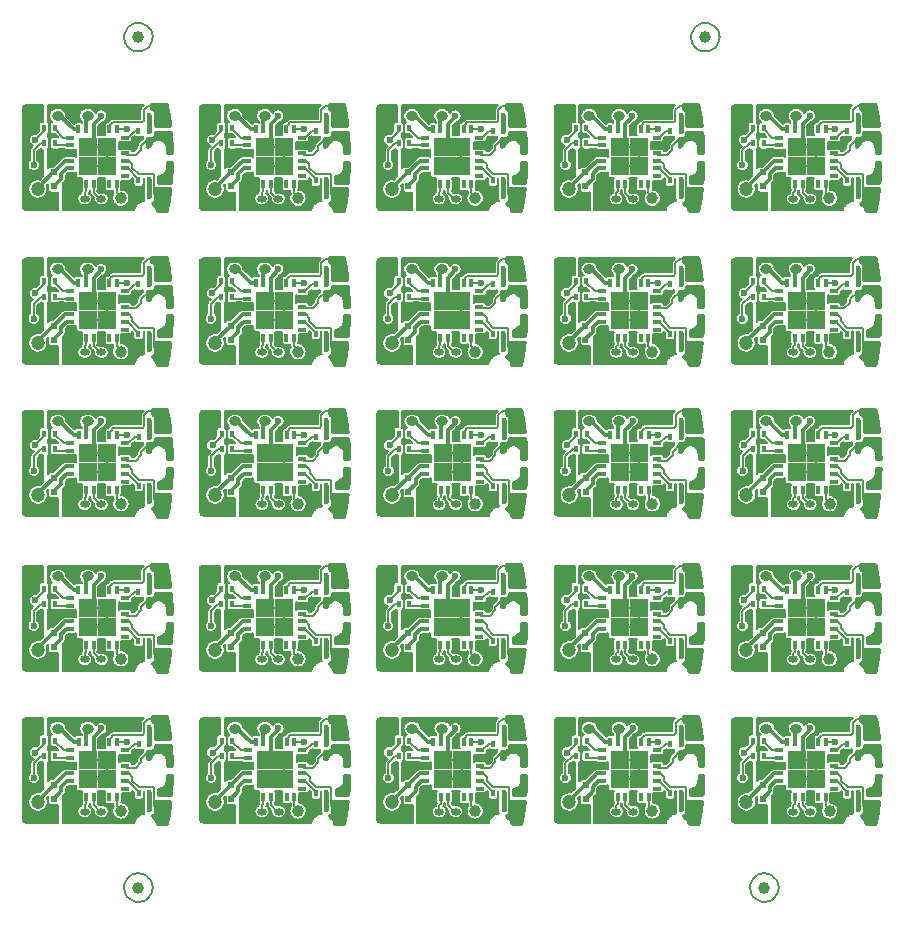
<source format=gbl>
*
%FSLAX26Y26*%
%MOIN*%
%ADD10R,0.031496X0.031496*%
%ADD11O,0.039370X0.031496*%
%ADD12R,0.029528X0.011811*%
%ADD13R,0.011811X0.029528*%
%ADD14R,0.062992X0.062992*%
%ADD15O,0.031496X0.023622*%
%ADD16R,0.015748X0.023622*%
%ADD17R,0.019685X0.023622*%
%ADD18R,0.023622X0.019685*%
%ADD19C,0.039370*%
%ADD20C,0.047244*%
%ADD21C,0.023622*%
%ADD22C,0.012000*%
%ADD23C,0.006000*%
%ADD24C,0.015748*%
%ADD25C,0.010000*%
%ADD26C,0.007874*%
%IPPOS*%
%LNa.gbl*%
%LPD*%
%SRX1Y1I0J0*%
G01*
G75*
G54D10*
X5259Y353133D03*
G54D11*
X105259D03*
X205259D03*
G54D12*
X330259Y280102D03*
Y254511D03*
Y228921D03*
Y203330D03*
Y177740D03*
Y152149D03*
G54D13*
X302700Y124590D03*
X277109D03*
X251519D03*
X225928D03*
X200338D03*
X174747D03*
G54D12*
X147188Y152149D03*
Y177740D03*
Y203330D03*
Y228921D03*
Y254511D03*
Y280102D03*
G54D13*
X174747Y307661D03*
X200338D03*
X225928D03*
X251519D03*
X277109D03*
X302700D03*
G54D14*
X207227Y184629D03*
Y247622D03*
X270219Y184629D03*
Y247622D03*
G54D10*
X142267Y76362D03*
G54D15*
X195259D03*
X250771D03*
G54D16*
X409983Y137385D03*
X374550D03*
X409983Y353921D03*
X374550D03*
G54D17*
X93054Y74393D03*
Y117700D03*
G54D18*
Y212188D03*
X49747D03*
X93054Y164944D03*
X49747D03*
G54D16*
X409983Y86204D03*
X374550D03*
Y302740D03*
X409983D03*
X60574Y261401D03*
X96007D03*
X60574Y312582D03*
X96007D03*
G54D19*
X315495Y78330D03*
G54D20*
X38723Y108251D03*
G54D15*
X306046Y355102D03*
G54D21*
X249747Y353527D03*
X4377Y149196D03*
X27109Y347031D03*
X361164Y249196D03*
X351716Y353527D03*
X335484Y378987D03*
X356834Y105889D03*
X368251Y272425D03*
X348865Y127543D03*
X45810Y111795D03*
X30456Y272980D03*
X25731Y188566D03*
X477897Y243685D03*
X476912Y267307D03*
X475928Y290929D03*
X464117Y56677D03*
X468054Y80299D03*
X471991Y103921D03*
X472975Y327346D03*
X469038Y350968D03*
X465101Y374590D03*
X477897Y184629D03*
X476912Y161007D03*
X474944Y137385D03*
X335275Y307661D03*
G54D22*
X250184Y349196D02*
Y352175D01*
X225928Y307661D02*
Y324941D01*
X250184Y349196D01*
G54D23*
X4377Y101010D02*
Y149196D01*
X49747Y164944D02*
X20125D01*
X4377Y149196D01*
X15298Y335220D02*
X27109Y347031D01*
X15298Y335220D02*
Y327346D01*
X17267Y367700D02*
Y356874D01*
X27109Y347031D01*
G54D22*
X225928Y307661D02*
Y266322D01*
G54D23*
X207227Y247622D01*
X270219Y184629D02*
X207227D01*
Y247622D02*
X270219D01*
X46794Y212188D02*
Y164944D01*
X-4387D01*
X270219Y247622D02*
Y184629D01*
X225141Y265535D02*
X207227Y247622D01*
X371794Y272425D02*
Y264756D01*
X357548Y250510D01*
X335484Y378987D02*
Y369759D01*
X351716Y353527D01*
X93054Y212188D02*
X78684Y226559D01*
X374550Y353921D02*
X370649D01*
X251519Y307661D02*
Y319805D01*
X310700Y378987D01*
X318781D01*
X335484D01*
X374550Y353921D02*
Y349984D01*
Y86204D02*
Y101858D01*
X348865Y127543D01*
X155204Y108984D02*
X148456Y115732D01*
X174747Y120653D02*
X163078Y108984D01*
X155204D01*
X174747Y124590D02*
Y120653D01*
X165889Y121637D02*
Y113763D01*
X174747Y122622D02*
Y124590D01*
X165889Y113763D02*
X174747Y122622D01*
X252503Y105889D02*
Y123606D01*
X251519Y124590D01*
X261361Y105889D02*
X252503D01*
X266424Y100826D02*
X261361Y105889D01*
G54D24*
X251519Y307661D02*
Y322425D01*
G54D23*
X147975Y124787D02*
Y151362D01*
X147188Y152149D01*
X174550Y124787D02*
X174747Y124590D01*
X147975Y124787D02*
X174550D01*
X124550Y228921D02*
X147188D01*
X90101Y212188D02*
X107818D01*
X124550Y228921D01*
X251519Y119732D02*
Y124590D01*
X147975Y112188D02*
Y124787D01*
X93054Y164944D02*
X91086D01*
X45810Y119669D02*
Y111795D01*
G54D22*
X91086Y164944D02*
X45810Y119669D01*
X147188Y203330D02*
X131440D01*
X93054Y164944D01*
G54D23*
X97975D02*
X90101D01*
X88133D01*
X94038Y159039D02*
X92070D01*
G54D24*
X409983Y353921D02*
Y302740D01*
Y137385D02*
Y86204D01*
G54D22*
X200338Y307661D02*
Y348212D01*
X205259Y353133D01*
G54D23*
X106440Y355889D02*
X110377D01*
G54D22*
X158605Y307661D01*
X162842D01*
X174747D01*
G54D23*
X171794D02*
X174747D01*
X60574Y312582D02*
Y303098D01*
X30456Y272980D01*
X60574Y312582D02*
Y309934D01*
Y312582D02*
Y304345D01*
Y261401D02*
X49677D01*
X25731Y237455D01*
Y205270D01*
Y188566D01*
X60574Y257464D02*
Y261401D01*
G54D22*
X147188Y177740D02*
X134905D01*
X116865Y159700D01*
Y143480D01*
X93054Y119669D01*
Y117700D01*
G54D23*
X100928Y128527D02*
X90101Y117700D01*
X147188Y177740D02*
X135909D01*
X122582Y164412D01*
X330259Y280102D02*
X339117D01*
X361755Y302740D01*
X374550D01*
Y137385D02*
Y142307D01*
X339117Y177740D01*
X330259D01*
X147188Y280102D02*
X124550D01*
X96007Y308645D01*
Y312582D01*
X147188Y280102D02*
X134393D01*
X147188Y254511D02*
X102897D01*
X96007Y261401D01*
X330259Y228921D02*
Y227346D01*
X365587Y222818D02*
X382818Y240050D01*
X409288Y279118D02*
X430653D01*
X330259Y227346D02*
X334786Y222818D01*
X365587D01*
X382818Y240050D02*
Y252648D01*
X409288Y279118D01*
X430653D02*
X442464Y290929D01*
X475928D01*
X477897Y267307D02*
Y245653D01*
X479865Y243685D01*
X464117Y56677D02*
X426857Y93937D01*
Y156396D01*
X425057Y158196D01*
X375631D01*
X354023Y179805D01*
Y190845D01*
X341538Y203330D01*
X330259D01*
X442464Y103921D02*
X471991D01*
X464117Y56677D02*
Y38960D01*
X458212Y33055D01*
X471991Y103921D02*
Y84236D01*
X468054Y80299D01*
Y76362D02*
Y54708D01*
X462149Y48803D01*
X277109Y318940D02*
X280988Y322818D01*
X387939Y331425D02*
X289594D01*
X280988Y322818D01*
X453290Y386401D02*
X406578D01*
X465101Y374590D02*
X453290Y386401D01*
X406578D02*
X393109Y372932D01*
Y336595D01*
X387939Y331425D01*
X277109Y307661D02*
Y318940D01*
Y316519D02*
Y307661D01*
X472975Y327346D02*
X445416D01*
X442464Y324393D01*
X469038Y350968D02*
Y331283D01*
X472975Y327346D01*
X465101Y374590D02*
Y354905D01*
X469038Y350968D01*
X459196Y380496D02*
X465101Y374590D01*
X476912Y137385D02*
Y159039D01*
X478881Y161007D01*
X302700Y307661D02*
X335275D01*
X339117D02*
X335275D01*
X200338Y124590D02*
Y101952D01*
X195259Y96874D01*
Y76362D01*
X200338Y124590D02*
Y111795D01*
X246322Y76362D02*
X225928Y96755D01*
Y124590D01*
X302700D02*
Y96047D01*
X314511Y84236D01*
G36*
X468665Y392203D02*
X469359Y389774D01*
X470123Y386721D01*
X470812Y383962D01*
X471162Y380819D01*
X471260Y380508D01*
X471268Y380182D01*
X472055Y376638D01*
X472087Y376565D01*
X472091Y376485D01*
X472844Y373473D01*
X473603Y369676D01*
X473628Y369616D01*
X473630Y369552D01*
X474340Y366356D01*
X474698Y362774D01*
X474784Y362491D01*
X474785Y362196D01*
X475572Y358259D01*
X476302Y354609D01*
X476667Y350963D01*
X476737Y350731D01*
X476733Y350488D01*
X477478Y346394D01*
X477848Y342695D01*
X477919Y342463D01*
X477914Y342220D01*
X478654Y338153D01*
X479022Y334109D01*
X479413Y329408D01*
X479494Y329127D01*
X479489Y328835D01*
X480225Y324789D01*
X480594Y320353D01*
X480825Y317582D01*
X428857D01*
Y341046D01*
X429073Y342110D01*
Y365732D01*
X428306Y369808D01*
X425897Y373552D01*
X422221Y376064D01*
X417936Y376931D01*
Y393212D01*
X468287D01*
X468665Y392203D01*
G37*
G54D25*
X469359Y389774D01*
X470123Y386721D01*
X470812Y383962D01*
X471162Y380819D01*
X471260Y380508D01*
X471268Y380182D01*
X472055Y376638D01*
X472087Y376565D01*
X472091Y376485D01*
X472844Y373473D01*
X473603Y369676D01*
X473628Y369616D01*
X473630Y369552D01*
X474340Y366356D01*
X474698Y362774D01*
X474784Y362491D01*
X474785Y362196D01*
X475572Y358259D01*
D03*
X476302Y354609D01*
X476667Y350963D01*
X476737Y350731D01*
X476733Y350488D01*
X477478Y346394D01*
X477848Y342695D01*
X477919Y342463D01*
X477914Y342220D01*
X478654Y338153D01*
X479022Y334109D01*
X479413Y329408D01*
X479494Y329127D01*
X479489Y328835D01*
X480225Y324789D01*
X480594Y320353D01*
X480825Y317582D01*
X428857D01*
Y341046D01*
X429073Y342110D01*
Y365732D01*
X428306Y369808D01*
X425897Y373552D01*
X422221Y376064D01*
X417936Y376931D01*
Y393212D01*
X468287D01*
X468665Y392203D01*
G36*
X482560Y296375D02*
X482565Y296356D01*
X482563Y296337D01*
X482955Y291630D01*
X483347Y286533D01*
X483353Y286514D01*
X483350Y286495D01*
X483743Y281787D01*
X484117Y276919D01*
Y272031D01*
X484163Y271803D01*
X484135Y271572D01*
X484905Y261565D01*
Y256283D01*
X484950Y256055D01*
X484922Y255824D01*
X485298Y250935D01*
Y240535D01*
X485344Y240307D01*
X485316Y240076D01*
X485692Y235187D01*
Y229000D01*
X469314D01*
Y247622D01*
X469214Y248124D01*
Y248635D01*
X467416Y257675D01*
X466640Y259549D01*
X461519Y267212D01*
X460824Y267907D01*
X460086Y268646D01*
X452422Y273767D01*
X452123Y273890D01*
X450549Y274543D01*
X441509Y276341D01*
X440495Y276341D01*
X439481Y276341D01*
X430441Y274543D01*
X428568Y273767D01*
X420905Y268646D01*
X419471Y267212D01*
X414350Y259549D01*
X413574Y257675D01*
X412453Y252041D01*
X403172Y250195D01*
Y279713D01*
X417857D01*
X421934Y280480D01*
X425678Y282889D01*
X428189Y286565D01*
X429073Y290929D01*
Y297740D01*
X482455D01*
X482560Y296375D01*
G37*
G54D25*
X482565Y296356D01*
X482563Y296337D01*
X482955Y291630D01*
X483347Y286533D01*
X483353Y286514D01*
X483350Y286495D01*
X483743Y281787D01*
X484117Y276919D01*
Y272031D01*
X484163Y271803D01*
X484135Y271572D01*
X484905Y261565D01*
Y256283D01*
X484950Y256055D01*
X484922Y255824D01*
X485298Y250935D01*
Y240535D01*
X485344Y240307D01*
X485316Y240076D01*
X485692Y235187D01*
Y229000D01*
X469314D01*
Y247622D01*
X469214Y248124D01*
Y248635D01*
X467416Y257675D01*
X466640Y259549D01*
X461519Y267212D01*
X460824Y267907D01*
X460086Y268646D01*
X452422Y273767D01*
X452123Y273890D01*
X450549Y274543D01*
X441509Y276341D01*
X440495Y276341D01*
X439481Y276341D01*
X430441Y274543D01*
X428568Y273767D01*
X420905Y268646D01*
X419471Y267212D01*
X414350Y259549D01*
X413574Y257675D01*
X412453Y252041D01*
X403172Y250195D01*
Y279713D01*
X417857D01*
X421934Y280480D01*
X425678Y282889D01*
X428189Y286565D01*
X429073Y290929D01*
Y297740D01*
X482455D01*
X482560Y296375D01*
G36*
X485692Y193127D02*
X485316Y188238D01*
X485344Y188007D01*
X485298Y187779D01*
Y177379D01*
X484922Y172490D01*
X484950Y172259D01*
X484905Y172031D01*
Y166749D01*
X484135Y156742D01*
X484163Y156511D01*
X484117Y156283D01*
Y151395D01*
X483743Y146527D01*
X483350Y141819D01*
X483353Y141800D01*
X483347Y141781D01*
X482955Y136684D01*
X482563Y131977D01*
X482565Y131957D01*
X482560Y131939D01*
X482455Y130574D01*
X440857D01*
Y151973D01*
X441509D01*
X450549Y153771D01*
X452422Y154547D01*
X460086Y159668D01*
X461519Y161102D01*
X466640Y168765D01*
X467416Y170639D01*
X469214Y179679D01*
Y180190D01*
X469314Y180692D01*
Y199314D01*
X485692D01*
Y193127D01*
G37*
G54D25*
X485316Y188238D01*
X485344Y188007D01*
X485298Y187779D01*
Y177379D01*
X484922Y172490D01*
X484950Y172259D01*
X484905Y172031D01*
Y166749D01*
X484135Y156742D01*
X484163Y156511D01*
X484117Y156283D01*
Y151395D01*
X483743Y146527D01*
X483350Y141819D01*
X483353Y141800D01*
X483347Y141781D01*
X482955Y136684D01*
X482563Y131977D01*
X482565Y131957D01*
X482560Y131939D01*
X482455Y130574D01*
X440857D01*
Y151973D01*
X441509D01*
X450549Y153771D01*
X452422Y154547D01*
X460086Y159668D01*
X461519Y161102D01*
X466640Y168765D01*
X467416Y170639D01*
X469214Y179679D01*
Y180190D01*
X469314Y180692D01*
Y199314D01*
X485692D01*
Y193127D01*
G36*
X480594Y107961D02*
X480225Y103525D01*
X479489Y99479D01*
X479494Y99187D01*
X479413Y98906D01*
X479022Y94205D01*
X478654Y90161D01*
X477914Y86094D01*
X477919Y85851D01*
X477848Y85619D01*
X477478Y81920D01*
X476733Y77826D01*
X476737Y77583D01*
X476667Y77351D01*
X476302Y73705D01*
X475572Y70055D01*
X474785Y66118D01*
X474784Y65823D01*
X474698Y65540D01*
X474340Y61958D01*
X473630Y58762D01*
X473628Y58698D01*
X473603Y58638D01*
X472844Y54841D01*
X472091Y51829D01*
X472087Y51749D01*
X472055Y51676D01*
X471268Y48132D01*
X471260Y47806D01*
X471162Y47495D01*
X470812Y44352D01*
X470123Y41593D01*
X469359Y38540D01*
X468665Y36111D01*
X468287Y35102D01*
X436548D01*
X435109Y42338D01*
X435068Y42437D01*
X434669Y43399D01*
X434215Y44495D01*
X427388Y54713D01*
X425737Y56364D01*
X418920Y60919D01*
Y63378D01*
X421934Y63945D01*
X425678Y66354D01*
X428189Y70030D01*
X429073Y74393D01*
Y98015D01*
X428857Y99160D01*
Y110732D01*
X480825D01*
X480594Y107961D01*
G37*
G54D25*
X480225Y103525D01*
X479489Y99479D01*
X479494Y99187D01*
X479413Y98906D01*
X479022Y94205D01*
X478654Y90161D01*
X477914Y86094D01*
X477919Y85851D01*
X477848Y85619D01*
X477478Y81920D01*
X476733Y77826D01*
X476737Y77583D01*
X476667Y77351D01*
X476302Y73705D01*
X475572Y70055D01*
D03*
X474785Y66118D01*
X474784Y65823D01*
X474698Y65540D01*
X474340Y61958D01*
X473630Y58762D01*
X473628Y58698D01*
X473603Y58638D01*
X472844Y54841D01*
X472091Y51829D01*
X472087Y51749D01*
X472055Y51676D01*
X471268Y48132D01*
X471260Y47806D01*
X471162Y47495D01*
X470812Y44352D01*
X470123Y41593D01*
X469359Y38540D01*
X468665Y36111D01*
X468287Y35102D01*
X436548D01*
X435109Y42338D01*
X435068Y42437D01*
X434669Y43399D01*
X434215Y44495D01*
D03*
X434215Y44495D02*
X427388Y54713D01*
D03*
Y54713D02*
X425737Y56364D01*
X418920Y60919D01*
Y63378D01*
X421934Y63945D01*
X425678Y66354D01*
X428189Y70030D01*
X429073Y74393D01*
Y98015D01*
X428857Y99160D01*
Y110732D01*
X480825D01*
X480594Y107961D01*
G36*
X56590Y333569D02*
X52700D01*
X49365Y332942D01*
X46301Y330971D01*
X44246Y327963D01*
X43524Y324393D01*
Y303018D01*
X34293Y293788D01*
X26334Y293795D01*
X18683Y290633D01*
X12823Y284784D01*
X9648Y277138D01*
X9641Y268859D01*
X12803Y261207D01*
X18652Y255348D01*
X24306Y253000D01*
X17246Y245940D01*
X14645Y242047D01*
X13731Y237455D01*
Y205993D01*
X8099Y200370D01*
X4924Y192724D01*
X4917Y184445D01*
X8078Y176793D01*
X13927Y170934D01*
X21574Y167759D01*
X29853Y167752D01*
X37504Y170913D01*
X43364Y176763D01*
X46539Y184409D01*
X46546Y192688D01*
X43384Y200340D01*
X37731Y206002D01*
Y232485D01*
X47498Y242251D01*
X49130Y241137D01*
X52700Y240414D01*
X56590D01*
Y151662D01*
X45160Y140232D01*
X38723Y141513D01*
X26240Y139029D01*
X15656Y131958D01*
X8585Y121375D01*
X6101Y108891D01*
Y107612D01*
X8585Y95128D01*
X15656Y84545D01*
X26240Y77474D01*
X38723Y74990D01*
X51207Y77474D01*
X61791Y84545D01*
X68862Y95128D01*
X71345Y107612D01*
Y108891D01*
X68862Y121375D01*
X68809Y121454D01*
X74035Y126681D01*
Y105889D01*
X74663Y102554D01*
X76634Y99491D01*
X79642Y97436D01*
X83212Y96713D01*
X102897D01*
X106232Y97341D01*
X106590Y97571D01*
Y39102D01*
X534D01*
X-4087Y40021D01*
X-7171Y42081D01*
X-9231Y45165D01*
X-10151Y49786D01*
Y378528D01*
X-9231Y383149D01*
X-7171Y386232D01*
X-4087Y388293D01*
X534Y389212D01*
X56590D01*
Y333569D01*
G37*
G54D23*
X52700D01*
X49365Y332942D01*
X46301Y330971D01*
X44246Y327963D01*
X43524Y324393D01*
Y303018D01*
X34293Y293788D01*
X26334Y293795D01*
X18683Y290633D01*
X12823Y284784D01*
X9648Y277138D01*
X9641Y268859D01*
X12803Y261207D01*
X18652Y255348D01*
X24306Y253000D01*
X17246Y245940D01*
X14645Y242047D01*
X13731Y237455D01*
Y205993D01*
X8099Y200370D01*
X4924Y192724D01*
X4917Y184445D01*
X8078Y176793D01*
X13927Y170934D01*
X21574Y167759D01*
X29853Y167752D01*
X37504Y170913D01*
X43364Y176763D01*
X46539Y184409D01*
X46546Y192688D01*
X43384Y200340D01*
X37731Y206002D01*
Y232485D01*
X47498Y242251D01*
X49130Y241137D01*
X52700Y240414D01*
X56590D01*
Y151662D01*
X45160Y140232D01*
X38723Y141513D01*
X26240Y139029D01*
X15656Y131958D01*
X8585Y121375D01*
X6101Y108891D01*
Y107612D01*
X8585Y95128D01*
X15656Y84545D01*
X26240Y77474D01*
X38723Y74990D01*
X51207Y77474D01*
X61791Y84545D01*
X68862Y95128D01*
X71345Y107612D01*
Y108891D01*
X68862Y121375D01*
X68809Y121454D01*
X74035Y126681D01*
Y105889D01*
X74663Y102554D01*
X76634Y99491D01*
X79642Y97436D01*
X83212Y96713D01*
X102897D01*
X106232Y97341D01*
X106590Y97571D01*
Y39102D01*
X534D01*
X-4087Y40021D01*
X-7171Y42081D01*
X-9231Y45165D01*
X-10151Y49786D01*
Y378528D01*
X-9231Y383149D01*
X-7171Y386232D01*
X-4087Y388293D01*
X534Y389212D01*
X56590D01*
Y333569D01*
G36*
X166688Y153133D02*
X166802Y151700D01*
X167555Y149269D01*
X168955Y147144D01*
X170892Y145494D01*
X173212Y144448D01*
X175731Y144090D01*
X186746D01*
X185747Y141873D01*
X185389Y139354D01*
Y109826D01*
X185503Y108393D01*
X186256Y105962D01*
X186707Y105277D01*
X186070Y104502D01*
X185357Y103653D01*
X185327Y103598D01*
X185287Y103549D01*
X184762Y102570D01*
X184229Y101601D01*
X184210Y101541D01*
X184180Y101485D01*
X183855Y100422D01*
X183521Y99368D01*
X183514Y99306D01*
X183496Y99245D01*
X183383Y98141D01*
X183260Y97041D01*
X183259Y96918D01*
X183259Y96915D01*
X183259Y96913D01*
X183259Y96874D01*
Y95596D01*
X179685Y93696D01*
X176538Y91129D01*
X173949Y87999D01*
X172017Y84426D01*
X170816Y80546D01*
X170392Y76507D01*
X170760Y72462D01*
X171906Y68566D01*
X173788Y64966D01*
X176333Y61801D01*
X179444Y59190D01*
X183004Y57234D01*
X186875Y56005D01*
X190912Y55553D01*
X191202Y55551D01*
X199316D01*
X203358Y55947D01*
X207246Y57121D01*
X210832Y59028D01*
X213980Y61595D01*
X216569Y64724D01*
X218501Y68297D01*
X219702Y72177D01*
X220126Y76216D01*
X219758Y80261D01*
X218611Y84158D01*
X216730Y87757D01*
X214185Y90922D01*
X211073Y93533D01*
X209561Y94365D01*
X210239Y95173D01*
X210269Y95228D01*
X210309Y95277D01*
X210834Y96255D01*
X211367Y97225D01*
X211386Y97285D01*
X211416Y97341D01*
X211741Y98404D01*
X212075Y99457D01*
X212082Y99520D01*
X212101Y99580D01*
X212213Y100686D01*
X212336Y101785D01*
X212337Y101908D01*
X212338Y101910D01*
X212337Y101913D01*
X212338Y101952D01*
Y103174D01*
X213097Y104064D01*
X213246Y103837D01*
X213928Y103256D01*
Y96755D01*
X214036Y95653D01*
X214133Y94548D01*
X214151Y94487D01*
X214157Y94425D01*
X214477Y93363D01*
X214786Y92299D01*
X214815Y92243D01*
X214834Y92183D01*
X215355Y91202D01*
X215864Y90220D01*
X215903Y90170D01*
X215933Y90115D01*
X216635Y89254D01*
X217325Y88389D01*
X217412Y88302D01*
X217413Y88300D01*
X217415Y88298D01*
X217443Y88270D01*
X226218Y79495D01*
X225903Y76507D01*
X226271Y72462D01*
X227418Y68566D01*
X229300Y64966D01*
X231845Y61801D01*
X234956Y59190D01*
X238516Y57234D01*
X242387Y56005D01*
X246423Y55553D01*
X246714Y55551D01*
X254827D01*
X258870Y55947D01*
X262758Y57121D01*
X266344Y59028D01*
X269492Y61595D01*
X272081Y64724D01*
X274012Y68297D01*
X275213Y72177D01*
X275638Y76216D01*
X275270Y80261D01*
X274123Y84158D01*
X272241Y87757D01*
X269696Y90922D01*
X266585Y93533D01*
X263026Y95490D01*
X259154Y96718D01*
X255118Y97171D01*
X254827Y97173D01*
X246714D01*
X242859Y96795D01*
X237928Y101726D01*
Y103174D01*
X239473Y104987D01*
X240519Y107307D01*
X240877Y109826D01*
Y139354D01*
X240763Y140787D01*
X240010Y143218D01*
X239436Y144090D01*
X263517D01*
X262518Y141873D01*
X262160Y139354D01*
Y109826D01*
X262275Y108393D01*
X263027Y105962D01*
X264428Y103837D01*
X266364Y102187D01*
X268684Y101141D01*
X271204Y100783D01*
X283015D01*
X284448Y100897D01*
X286879Y101650D01*
X289004Y103050D01*
X289868Y104064D01*
X290018Y103837D01*
X290700Y103256D01*
Y96047D01*
X290808Y94944D01*
X290905Y93839D01*
X290922Y93779D01*
X290928Y93716D01*
X291033Y93368D01*
X288913Y89446D01*
X287257Y84098D01*
X286672Y78531D01*
X287179Y72955D01*
X288760Y67585D01*
X291354Y62623D01*
X294862Y58260D01*
X299150Y54662D01*
X304056Y51965D01*
X309392Y50272D01*
X314956Y49648D01*
X315356Y49645D01*
X315634D01*
X321206Y50191D01*
X326565Y51810D01*
X331508Y54438D01*
X335846Y57976D01*
X339415Y62290D01*
X342078Y67214D01*
X343733Y72562D01*
X344318Y78130D01*
X343811Y83705D01*
X342230Y89076D01*
X339636Y94037D01*
X336129Y98400D01*
X331840Y101999D01*
X326934Y104696D01*
X321598Y106388D01*
X317104Y106892D01*
X317291Y107307D01*
X317649Y109826D01*
Y137200D01*
X345023D01*
X346456Y137314D01*
X348887Y138067D01*
X351012Y139467D01*
X352662Y141404D01*
X353708Y143724D01*
X354013Y145873D01*
X357633Y142254D01*
Y125574D01*
X357747Y124141D01*
X358500Y121710D01*
X359900Y119585D01*
X361837Y117935D01*
X364157Y116889D01*
X366676Y116531D01*
X382424D01*
X383857Y116645D01*
X386288Y117398D01*
X388413Y118798D01*
X390064Y120735D01*
X391110Y123055D01*
X391468Y125574D01*
Y146196D01*
X393066D01*
Y125574D01*
X393109Y125028D01*
Y98322D01*
X393066Y98015D01*
Y74393D01*
X393180Y72960D01*
X393933Y70529D01*
X394245Y70056D01*
X392764Y69900D01*
X391876Y69718D01*
X390989Y69548D01*
X390855Y69508D01*
X384983Y67690D01*
X384148Y67339D01*
X383310Y67001D01*
X383187Y66935D01*
X377780Y64012D01*
X377029Y63505D01*
X376272Y63010D01*
X376164Y62922D01*
X371428Y59004D01*
X370789Y58361D01*
X370144Y57729D01*
X370055Y57621D01*
X370055Y57621D01*
X366170Y52858D01*
X365669Y52104D01*
X365158Y51357D01*
X365091Y51235D01*
X362206Y45807D01*
X361861Y44971D01*
X361504Y44139D01*
X361463Y44006D01*
X359983Y39102D01*
X122590D01*
Y127991D01*
X127472Y132873D01*
X128352Y133945D01*
X129242Y135005D01*
X129280Y135074D01*
X129330Y135135D01*
X129984Y136356D01*
X130652Y137571D01*
X130676Y137646D01*
X130713Y137715D01*
X131118Y139039D01*
X131537Y140361D01*
X131546Y140440D01*
X131569Y140515D01*
X131709Y141893D01*
X131864Y143270D01*
X131865Y143425D01*
X131865Y143428D01*
X131865Y143430D01*
X131865Y143480D01*
Y153487D01*
X141118Y162740D01*
X147188D01*
X147708Y162791D01*
X161952D01*
X163385Y162905D01*
X165816Y163658D01*
X166688Y164232D01*
Y153133D01*
G37*
G54D23*
X166802Y151700D01*
X167555Y149269D01*
X168955Y147144D01*
X170892Y145494D01*
X173212Y144448D01*
X175731Y144090D01*
X186746D01*
X185747Y141873D01*
X185389Y139354D01*
Y109826D01*
X185503Y108393D01*
X186256Y105962D01*
X186707Y105277D01*
X186070Y104502D01*
X185357Y103653D01*
X185327Y103598D01*
X185287Y103549D01*
X184762Y102570D01*
X184229Y101601D01*
X184210Y101541D01*
X184180Y101485D01*
X183855Y100422D01*
X183521Y99368D01*
X183514Y99306D01*
X183496Y99245D01*
X183383Y98141D01*
X183260Y97041D01*
X183259Y96918D01*
X183259Y96915D01*
X183259Y96913D01*
X183259Y96874D01*
Y95596D01*
X179685Y93696D01*
X176538Y91129D01*
X173949Y87999D01*
X172017Y84426D01*
X170816Y80546D01*
X170392Y76507D01*
X170760Y72462D01*
X171906Y68566D01*
X173788Y64966D01*
X176333Y61801D01*
X179444Y59190D01*
X183004Y57234D01*
X186875Y56005D01*
X190912Y55553D01*
X191202Y55551D01*
X199316D01*
X203358Y55947D01*
X207246Y57121D01*
X210832Y59028D01*
X213980Y61595D01*
X216569Y64724D01*
X218501Y68297D01*
X219702Y72177D01*
X220126Y76216D01*
X219758Y80261D01*
X218611Y84158D01*
X216730Y87757D01*
X214185Y90922D01*
X211073Y93533D01*
X209561Y94365D01*
X210239Y95173D01*
X210269Y95228D01*
X210309Y95277D01*
X210834Y96255D01*
X211367Y97225D01*
X211386Y97285D01*
X211416Y97341D01*
X211741Y98404D01*
X212075Y99457D01*
X212082Y99520D01*
X212101Y99580D01*
X212213Y100686D01*
X212336Y101785D01*
X212337Y101908D01*
X212338Y101910D01*
X212337Y101913D01*
X212338Y101952D01*
Y103174D01*
X213097Y104064D01*
X213246Y103837D01*
X213928Y103256D01*
Y96755D01*
X214036Y95653D01*
X214133Y94548D01*
X214151Y94487D01*
X214157Y94425D01*
X214477Y93363D01*
X214786Y92299D01*
X214815Y92243D01*
X214834Y92183D01*
X215355Y91202D01*
X215864Y90220D01*
X215903Y90170D01*
X215933Y90115D01*
X216635Y89254D01*
X217325Y88389D01*
X217412Y88302D01*
X217413Y88300D01*
X217415Y88298D01*
X217443Y88270D01*
X226218Y79495D01*
X225903Y76507D01*
X226271Y72462D01*
X227418Y68566D01*
X229300Y64966D01*
X231845Y61801D01*
X234956Y59190D01*
X238516Y57234D01*
X242387Y56005D01*
X246423Y55553D01*
X246714Y55551D01*
X254827D01*
X258870Y55947D01*
X262758Y57121D01*
X266344Y59028D01*
X269492Y61595D01*
X272081Y64724D01*
X274012Y68297D01*
X275213Y72177D01*
X275638Y76216D01*
X275270Y80261D01*
X274123Y84158D01*
X272241Y87757D01*
X269696Y90922D01*
X266585Y93533D01*
X263026Y95490D01*
X259154Y96718D01*
X255118Y97171D01*
X254827Y97173D01*
X246714D01*
X242859Y96795D01*
X237928Y101726D01*
Y103174D01*
X239473Y104987D01*
X240519Y107307D01*
X240877Y109826D01*
Y139354D01*
X240763Y140787D01*
X240010Y143218D01*
X239436Y144090D01*
X263517D01*
X262518Y141873D01*
X262160Y139354D01*
Y109826D01*
X262275Y108393D01*
X263027Y105962D01*
X264428Y103837D01*
X266364Y102187D01*
X268684Y101141D01*
X271204Y100783D01*
X283015D01*
X284448Y100897D01*
X286879Y101650D01*
X289004Y103050D01*
X289868Y104064D01*
X290018Y103837D01*
X290700Y103256D01*
Y96047D01*
X290808Y94944D01*
X290905Y93839D01*
X290922Y93779D01*
X290928Y93716D01*
X291033Y93368D01*
X288913Y89446D01*
X287257Y84098D01*
X286672Y78531D01*
X287179Y72955D01*
X288760Y67585D01*
X291354Y62623D01*
X294862Y58260D01*
X299150Y54662D01*
X304056Y51965D01*
X309392Y50272D01*
X314956Y49648D01*
X315356Y49645D01*
X315634D01*
X321206Y50191D01*
X326565Y51810D01*
X331508Y54438D01*
X335846Y57976D01*
X339415Y62290D01*
X342078Y67214D01*
X343733Y72562D01*
X344318Y78130D01*
X343811Y83705D01*
X342230Y89076D01*
X339636Y94037D01*
X336129Y98400D01*
X331840Y101999D01*
X326934Y104696D01*
X321598Y106388D01*
X317104Y106892D01*
X317291Y107307D01*
X317649Y109826D01*
Y137200D01*
X345023D01*
X346456Y137314D01*
X348887Y138067D01*
X351012Y139467D01*
X352662Y141404D01*
X353708Y143724D01*
X354013Y145873D01*
X357633Y142254D01*
Y125574D01*
X357747Y124141D01*
X358500Y121710D01*
X359900Y119585D01*
X361837Y117935D01*
X364157Y116889D01*
X366676Y116531D01*
X382424D01*
X383857Y116645D01*
X386288Y117398D01*
X388413Y118798D01*
X390064Y120735D01*
X391110Y123055D01*
X391468Y125574D01*
Y146196D01*
X393066D01*
Y125574D01*
X393109Y125028D01*
Y98322D01*
X393066Y98015D01*
Y74393D01*
X393180Y72960D01*
X393933Y70529D01*
X394245Y70056D01*
X392764Y69900D01*
X391876Y69718D01*
X390989Y69548D01*
X390855Y69508D01*
X384983Y67690D01*
X384148Y67339D01*
X383310Y67001D01*
X383187Y66935D01*
X377780Y64012D01*
X377029Y63505D01*
X376272Y63010D01*
X376164Y62922D01*
X371428Y59004D01*
X370789Y58361D01*
X370144Y57729D01*
X370055Y57621D01*
D03*
X370055Y57621D03*
X370055Y57621D02*
X366170Y52858D01*
X365669Y52104D01*
X365158Y51357D01*
X365091Y51235D01*
X362206Y45807D01*
X361861Y44971D01*
X361504Y44139D01*
X361463Y44006D01*
X359983Y39102D01*
X122590D01*
Y127991D01*
X127472Y132873D01*
X128352Y133945D01*
X129242Y135005D01*
X129280Y135074D01*
X129330Y135135D01*
X129984Y136356D01*
X130652Y137571D01*
X130676Y137646D01*
X130713Y137715D01*
X131118Y139039D01*
X131537Y140361D01*
X131546Y140440D01*
X131569Y140515D01*
X131709Y141893D01*
X131864Y143270D01*
X131865Y143425D01*
X131865Y143428D01*
X131865Y143430D01*
X131865Y143480D01*
Y153487D01*
X141118Y162740D01*
X147188D01*
X147708Y162791D01*
X161952D01*
X163385Y162905D01*
X165816Y163658D01*
X166688Y164232D01*
Y153133D01*
G36*
X384624Y381417D02*
X383920Y380561D01*
X383208Y379711D01*
X383177Y379656D01*
X383137Y379607D01*
X382613Y378629D01*
X382080Y377659D01*
X382061Y377599D01*
X382031Y377543D01*
X381706Y376480D01*
X381371Y375427D01*
X381364Y375364D01*
X381346Y375304D01*
X381234Y374200D01*
X381110Y373099D01*
X381110Y372976D01*
X381109Y372974D01*
X381109Y372972D01*
X381109Y372932D01*
Y343425D01*
X289594D01*
X288490Y343316D01*
X287387Y343220D01*
X287326Y343202D01*
X287263Y343196D01*
X286200Y342875D01*
X285138Y342567D01*
X285082Y342538D01*
X285021Y342519D01*
X284039Y341997D01*
X283059Y341489D01*
X283009Y341450D01*
X282954Y341420D01*
X282093Y340718D01*
X281228Y340028D01*
X281141Y339941D01*
X281139Y339940D01*
X281137Y339938D01*
X281109Y339910D01*
X272667Y331468D01*
X271204D01*
X269770Y331354D01*
X267340Y330601D01*
X265215Y329201D01*
X263564Y327264D01*
X262518Y324944D01*
X262160Y322425D01*
Y292897D01*
X262275Y291464D01*
X263027Y289033D01*
X263602Y288161D01*
X240928D01*
Y318728D01*
X255723Y333522D01*
X259176Y334862D01*
X262622Y337048D01*
X265577Y339863D01*
X267930Y343198D01*
X269590Y346926D01*
X270494Y350906D01*
X270559Y355568D01*
X269766Y359571D01*
X268211Y363345D01*
X265952Y366744D01*
X263077Y369640D01*
X259693Y371922D01*
X255931Y373504D01*
X251933Y374324D01*
X247852Y374353D01*
X243843Y373588D01*
X240059Y372059D01*
X236644Y369824D01*
X233728Y366969D01*
X231554Y363794D01*
X230043Y366684D01*
X227016Y370449D01*
X223316Y373553D01*
X219084Y375880D01*
X214480Y377341D01*
X209680Y377879D01*
X209335Y377881D01*
X201183D01*
X196376Y377410D01*
X191752Y376014D01*
X187488Y373747D01*
X183745Y370694D01*
X180666Y366972D01*
X178369Y362724D01*
X176941Y358110D01*
X176436Y353306D01*
X176873Y348496D01*
X178237Y343863D01*
X180475Y339582D01*
X183501Y335818D01*
X185338Y334277D01*
Y330134D01*
X183172Y331110D01*
X180653Y331468D01*
X168842D01*
X167408Y331354D01*
X164977Y330601D01*
X162853Y329201D01*
X161202Y327264D01*
X160895Y326584D01*
X134038Y353441D01*
X133644Y357771D01*
X132281Y362404D01*
X130043Y366684D01*
X127016Y370449D01*
X123316Y373553D01*
X119084Y375880D01*
X114480Y377341D01*
X109680Y377879D01*
X109335Y377881D01*
X101183D01*
X96376Y377410D01*
X91752Y376014D01*
X87488Y373747D01*
X83745Y370694D01*
X80666Y366972D01*
X78369Y362724D01*
X76941Y358110D01*
X76436Y353306D01*
X76873Y348496D01*
X78237Y343863D01*
X80475Y339582D01*
X83501Y335818D01*
X86536Y333272D01*
X84269Y332570D01*
X82144Y331169D01*
X80493Y329233D01*
X79447Y326913D01*
X79089Y324393D01*
Y300771D01*
X79204Y299338D01*
X79956Y296907D01*
X81357Y294782D01*
X83293Y293131D01*
X85613Y292086D01*
X88133Y291728D01*
X95954D01*
X105682Y282000D01*
X103881Y282256D01*
X88133D01*
X86700Y282141D01*
X84269Y281389D01*
X82144Y279988D01*
X80493Y278052D01*
X79447Y275732D01*
X79089Y273212D01*
Y249590D01*
X79204Y248157D01*
X79956Y245726D01*
X81357Y243601D01*
X83293Y241950D01*
X85613Y240905D01*
X88133Y240547D01*
X103881D01*
X105314Y240661D01*
X107745Y241414D01*
X109411Y242511D01*
X125772D01*
X127585Y240966D01*
X129905Y239920D01*
X132424Y239562D01*
X161952D01*
X163385Y239677D01*
X165816Y240429D01*
X166688Y241004D01*
Y216922D01*
X164471Y217921D01*
X161952Y218279D01*
X147839D01*
X147397Y218329D01*
X147188Y218330D01*
X131440D01*
X130060Y218195D01*
X128681Y218074D01*
X128605Y218052D01*
X128526Y218045D01*
X127200Y217644D01*
X125869Y217257D01*
X125799Y217221D01*
X125724Y217198D01*
X124501Y216548D01*
X123270Y215910D01*
X123209Y215861D01*
X123139Y215824D01*
X122066Y214949D01*
X120982Y214084D01*
X120873Y213975D01*
X120870Y213974D01*
X120869Y213972D01*
X120833Y213937D01*
X90727Y183830D01*
X81243D01*
X79810Y183716D01*
X77379Y182963D01*
X75254Y181563D01*
X73603Y179626D01*
X72590Y177377D01*
Y241597D01*
X74437Y242814D01*
X76088Y244751D01*
X77133Y247071D01*
X77491Y249590D01*
Y273212D01*
X77377Y274645D01*
X76624Y277076D01*
X75224Y279201D01*
X73287Y280852D01*
X72590Y281166D01*
Y292778D01*
X74437Y293995D01*
X76088Y295932D01*
X77133Y298252D01*
X77491Y300771D01*
Y324393D01*
X77377Y325826D01*
X76624Y328257D01*
X75224Y330382D01*
X73287Y332033D01*
X72590Y332347D01*
Y389212D01*
X392419D01*
X384624Y381417D01*
G37*
G54D23*
X383920Y380561D01*
X383208Y379711D01*
X383177Y379656D01*
X383137Y379607D01*
X382613Y378629D01*
X382080Y377659D01*
X382061Y377599D01*
X382031Y377543D01*
X381706Y376480D01*
X381371Y375427D01*
X381364Y375364D01*
X381346Y375304D01*
X381234Y374200D01*
X381110Y373099D01*
X381110Y372976D01*
X381109Y372974D01*
X381109Y372972D01*
X381109Y372932D01*
Y343425D01*
X289594D01*
X288490Y343316D01*
X287387Y343220D01*
X287326Y343202D01*
X287263Y343196D01*
X286200Y342875D01*
X285138Y342567D01*
X285082Y342538D01*
X285021Y342519D01*
X284039Y341997D01*
X283059Y341489D01*
X283009Y341450D01*
X282954Y341420D01*
X282093Y340718D01*
X281228Y340028D01*
X281141Y339941D01*
X281139Y339940D01*
X281137Y339938D01*
X281109Y339910D01*
X272667Y331468D01*
X271204D01*
X269770Y331354D01*
X267340Y330601D01*
X265215Y329201D01*
X263564Y327264D01*
X262518Y324944D01*
X262160Y322425D01*
Y292897D01*
X262275Y291464D01*
X263027Y289033D01*
X263602Y288161D01*
X240928D01*
Y318728D01*
X255723Y333522D01*
X259176Y334862D01*
X262622Y337048D01*
X265577Y339863D01*
X267930Y343198D01*
X269590Y346926D01*
X270494Y350906D01*
X270559Y355568D01*
X269766Y359571D01*
X268211Y363345D01*
X265952Y366744D01*
X263077Y369640D01*
X259693Y371922D01*
X255931Y373504D01*
X251933Y374324D01*
X247852Y374353D01*
X243843Y373588D01*
X240059Y372059D01*
X236644Y369824D01*
X233728Y366969D01*
X231554Y363794D01*
X230043Y366684D01*
X227016Y370449D01*
X223316Y373553D01*
X219084Y375880D01*
X214480Y377341D01*
X209680Y377879D01*
X209335Y377881D01*
X201183D01*
X196376Y377410D01*
X191752Y376014D01*
X187488Y373747D01*
X183745Y370694D01*
X180666Y366972D01*
X178369Y362724D01*
X176941Y358110D01*
X176436Y353306D01*
X176873Y348496D01*
X178237Y343863D01*
X180475Y339582D01*
X183501Y335818D01*
X185338Y334277D01*
Y330134D01*
X183172Y331110D01*
X180653Y331468D01*
X168842D01*
X167408Y331354D01*
X164977Y330601D01*
X162853Y329201D01*
X161202Y327264D01*
X160895Y326584D01*
X134038Y353441D01*
X133644Y357771D01*
X132281Y362404D01*
X130043Y366684D01*
X127016Y370449D01*
X123316Y373553D01*
X119084Y375880D01*
X114480Y377341D01*
X109680Y377879D01*
X109335Y377881D01*
X101183D01*
X96376Y377410D01*
X91752Y376014D01*
X87488Y373747D01*
X83745Y370694D01*
X80666Y366972D01*
X78369Y362724D01*
X76941Y358110D01*
X76436Y353306D01*
X76873Y348496D01*
X78237Y343863D01*
X80475Y339582D01*
X83501Y335818D01*
X86536Y333272D01*
X84269Y332570D01*
X82144Y331169D01*
X80493Y329233D01*
X79447Y326913D01*
X79089Y324393D01*
Y300771D01*
X79204Y299338D01*
X79956Y296907D01*
X81357Y294782D01*
X83293Y293131D01*
X85613Y292086D01*
X88133Y291728D01*
X95954D01*
X105682Y282000D01*
X103881Y282256D01*
X88133D01*
X86700Y282141D01*
X84269Y281389D01*
X82144Y279988D01*
X80493Y278052D01*
X79447Y275732D01*
X79089Y273212D01*
Y249590D01*
X79204Y248157D01*
X79956Y245726D01*
X81357Y243601D01*
X83293Y241950D01*
X85613Y240905D01*
X88133Y240547D01*
X103881D01*
X105314Y240661D01*
X107745Y241414D01*
X109411Y242511D01*
X125772D01*
X127585Y240966D01*
X129905Y239920D01*
X132424Y239562D01*
X161952D01*
X163385Y239677D01*
X165816Y240429D01*
X166688Y241004D01*
Y216922D01*
X164471Y217921D01*
X161952Y218279D01*
X147839D01*
X147397Y218329D01*
X147188Y218330D01*
X131440D01*
X130060Y218195D01*
X128681Y218074D01*
X128605Y218052D01*
X128526Y218045D01*
X127200Y217644D01*
X125869Y217257D01*
X125799Y217221D01*
X125724Y217198D01*
X124501Y216548D01*
X123270Y215910D01*
X123209Y215861D01*
X123139Y215824D01*
X122066Y214949D01*
X120982Y214084D01*
X120873Y213975D01*
X120870Y213974D01*
X120869Y213972D01*
X120833Y213937D01*
X90727Y183830D01*
X81243D01*
X79810Y183716D01*
X77379Y182963D01*
X75254Y181563D01*
X73603Y179626D01*
X72590Y177377D01*
Y241597D01*
X74437Y242814D01*
X76088Y244751D01*
X77133Y247071D01*
X77491Y249590D01*
Y273212D01*
X77377Y274645D01*
X76624Y277076D01*
X75224Y279201D01*
X73287Y280852D01*
X72590Y281166D01*
Y292778D01*
X74437Y293995D01*
X76088Y295932D01*
X77133Y298252D01*
X77491Y300771D01*
Y324393D01*
X77377Y325826D01*
X76624Y328257D01*
X75224Y330382D01*
X73287Y332033D01*
X72590Y332347D01*
Y389212D01*
X392419D01*
X384624Y381417D01*
G36*
X389172Y275973D02*
X374333Y261133D01*
X373629Y260277D01*
X372917Y259428D01*
X372886Y259372D01*
X372846Y259324D01*
X372321Y258345D01*
X371788Y257375D01*
X371769Y257315D01*
X371739Y257260D01*
X371414Y256196D01*
X371080Y255143D01*
X371073Y255080D01*
X371055Y255020D01*
X370943Y253916D01*
X370819Y252815D01*
X370818Y252692D01*
X370818Y252690D01*
X370818Y252688D01*
X370818Y252648D01*
Y245020D01*
X360616Y234818D01*
X354066D01*
Y234826D01*
X353952Y236260D01*
X353199Y238690D01*
X351799Y240815D01*
X349862Y242466D01*
X347542Y243512D01*
X345023Y243870D01*
X315495D01*
X314062Y243756D01*
X311631Y243003D01*
X310759Y242428D01*
Y266510D01*
X312976Y265511D01*
X315495Y265153D01*
X345023D01*
X346456Y265267D01*
X348887Y266020D01*
X351012Y267420D01*
X352662Y269357D01*
X353708Y271677D01*
X354066Y274196D01*
Y278080D01*
X360454Y284468D01*
X361837Y283289D01*
X364157Y282243D01*
X366676Y281885D01*
X382424D01*
X383857Y281999D01*
X386288Y282752D01*
X388413Y284152D01*
X389172Y285043D01*
Y275973D01*
G37*
G54D23*
X374333Y261133D01*
X373629Y260277D01*
X372917Y259428D01*
X372886Y259372D01*
X372846Y259324D01*
X372321Y258345D01*
X371788Y257375D01*
X371769Y257315D01*
X371739Y257260D01*
X371414Y256196D01*
X371080Y255143D01*
X371073Y255080D01*
X371055Y255020D01*
X370943Y253916D01*
X370819Y252815D01*
X370818Y252692D01*
X370818Y252690D01*
X370818Y252688D01*
X370818Y252648D01*
Y245020D01*
X360616Y234818D01*
X354066D01*
Y234826D01*
X353952Y236260D01*
X353199Y238690D01*
X351799Y240815D01*
X349862Y242466D01*
X347542Y243512D01*
X345023Y243870D01*
X315495D01*
X314062Y243756D01*
X311631Y243003D01*
X310759Y242428D01*
Y266510D01*
X312976Y265511D01*
X315495Y265153D01*
X345023D01*
X346456Y265267D01*
X348887Y266020D01*
X351012Y267420D01*
X352662Y269357D01*
X353708Y271677D01*
X354066Y274196D01*
Y278080D01*
X360454Y284468D01*
X361837Y283289D01*
X364157Y282243D01*
X366676Y281885D01*
X382424D01*
X383857Y281999D01*
X386288Y282752D01*
X388413Y284152D01*
X389172Y285043D01*
Y275973D01*
G54D10*
X595810Y353133D03*
G54D11*
X695810D03*
X795810D03*
G54D12*
X920810Y280102D03*
Y254511D03*
Y228921D03*
Y203330D03*
Y177740D03*
Y152149D03*
G54D13*
X893251Y124590D03*
X867660D03*
X842070D03*
X816479D03*
X790889D03*
X765298D03*
G54D12*
X737739Y152149D03*
Y177740D03*
Y203330D03*
Y228921D03*
Y254511D03*
Y280102D03*
G54D13*
X765298Y307661D03*
X790889D03*
X816479D03*
X842070D03*
X867660D03*
X893251D03*
G54D14*
X797778Y184629D03*
Y247622D03*
X860770Y184629D03*
Y247622D03*
G54D10*
X732818Y76362D03*
G54D15*
X785810D03*
X841322D03*
G54D16*
X1000534Y137385D03*
X965101D03*
X1000534Y353921D03*
X965101D03*
G54D17*
X683605Y74393D03*
Y117700D03*
G54D18*
Y212188D03*
X640298D03*
X683605Y164944D03*
X640298D03*
G54D16*
X1000534Y86204D03*
X965101D03*
Y302740D03*
X1000534D03*
X651125Y261401D03*
X686558D03*
X651125Y312582D03*
X686558D03*
G54D19*
X906046Y78330D03*
G54D20*
X629274Y108251D03*
G54D15*
X896597Y355102D03*
G54D21*
X840298Y353527D03*
X594928Y149196D03*
X617660Y347031D03*
X951715Y249196D03*
X942267Y353527D03*
X926035Y378987D03*
X947385Y105889D03*
X958802Y272425D03*
X939416Y127543D03*
X636361Y111795D03*
X621007Y272980D03*
X616282Y188566D03*
X1068448Y243685D03*
X1067463Y267307D03*
X1066479Y290929D03*
X1054668Y56677D03*
X1058605Y80299D03*
X1062542Y103921D03*
X1063526Y327346D03*
X1059589Y350968D03*
X1055652Y374590D03*
X1068448Y184629D03*
X1067463Y161007D03*
X1065495Y137385D03*
X925826Y307661D03*
G54D22*
X840735Y349196D02*
Y352175D01*
X816479Y307661D02*
Y324941D01*
X840735Y349196D01*
G54D23*
X594928Y101010D02*
Y149196D01*
X640298Y164944D02*
X610676D01*
X594928Y149196D01*
X605849Y335220D02*
X617660Y347031D01*
X605849Y335220D02*
Y327346D01*
X607818Y367700D02*
Y356874D01*
X617660Y347031D01*
G54D22*
X816479Y307661D02*
Y266322D01*
G54D23*
X797778Y247622D01*
X860770Y184629D02*
X797778D01*
Y247622D02*
X860770D01*
X637345Y212188D02*
Y164944D01*
X586164D01*
X860770Y247622D02*
Y184629D01*
X815692Y265535D02*
X797778Y247622D01*
X962345Y272425D02*
Y264756D01*
X948099Y250510D01*
X926035Y378987D02*
Y369759D01*
X942267Y353527D01*
X683605Y212188D02*
X669235Y226559D01*
X965101Y353921D02*
X961200D01*
X842070Y307661D02*
Y319805D01*
X901251Y378987D01*
X909331D01*
X926035D01*
X965101Y353921D02*
Y349984D01*
Y86204D02*
Y101858D01*
X939416Y127543D01*
X745755Y108984D02*
X739007Y115732D01*
X765298Y120653D02*
X753629Y108984D01*
X745755D01*
X765298Y124590D02*
Y120653D01*
X756440Y121637D02*
Y113763D01*
X765298Y122622D02*
Y124590D01*
X756440Y113763D02*
X765298Y122622D01*
X843054Y105889D02*
Y123606D01*
X842070Y124590D01*
X851912Y105889D02*
X843054D01*
X856975Y100826D02*
X851912Y105889D01*
G54D24*
X842070Y307661D02*
Y322425D01*
G54D23*
X738526Y124787D02*
Y151362D01*
X737739Y152149D01*
X765101Y124787D02*
X765298Y124590D01*
X738526Y124787D02*
X765101D01*
X715101Y228921D02*
X737739D01*
X680652Y212188D02*
X698369D01*
X715101Y228921D01*
X842070Y119732D02*
Y124590D01*
X738526Y112188D02*
Y124787D01*
X683605Y164944D02*
X681637D01*
X636361Y119669D02*
Y111795D01*
G54D22*
X681637Y164944D02*
X636361Y119669D01*
X737739Y203330D02*
X721991D01*
X683605Y164944D01*
G54D23*
X688526D02*
X680652D01*
X678684D01*
X684589Y159039D02*
X682621D01*
G54D24*
X1000534Y353921D02*
Y302740D01*
Y137385D02*
Y86204D01*
G54D22*
X790889Y307661D02*
Y348212D01*
X795810Y353133D01*
G54D23*
X696991Y355889D02*
X700928D01*
G54D22*
X749156Y307661D01*
X753393D01*
X765298D01*
G54D23*
X762345D02*
X765298D01*
X651125Y312582D02*
Y303098D01*
X621007Y272980D01*
X651125Y312582D02*
Y309934D01*
Y312582D02*
Y304345D01*
Y261401D02*
X640228D01*
X616282Y237455D01*
Y205270D01*
Y188566D01*
X651125Y257464D02*
Y261401D01*
G54D22*
X737739Y177740D02*
X725456D01*
X707416Y159700D01*
Y143480D01*
X683605Y119669D01*
Y117700D01*
G54D23*
X691479Y128527D02*
X680652Y117700D01*
X737739Y177740D02*
X726460D01*
X713133Y164412D01*
X920810Y280102D02*
X929668D01*
X952306Y302740D01*
X965101D01*
Y137385D02*
Y142307D01*
X929668Y177740D01*
X920810D01*
X737739Y280102D02*
X715101D01*
X686558Y308645D01*
Y312582D01*
X737739Y280102D02*
X724944D01*
X737739Y254511D02*
X693448D01*
X686558Y261401D01*
X920810Y228921D02*
Y227346D01*
X956138Y222818D02*
X973369Y240050D01*
X999839Y279118D02*
X1021204D01*
X920810Y227346D02*
X925337Y222818D01*
X956138D01*
X973369Y240050D02*
Y252648D01*
X999839Y279118D01*
X1021204D02*
X1033015Y290929D01*
X1066479D01*
X1068448Y267307D02*
Y245653D01*
X1070416Y243685D01*
X1054668Y56677D02*
X1017408Y93937D01*
Y156396D01*
X1015608Y158196D01*
X966182D01*
X944574Y179805D01*
Y190845D01*
X932089Y203330D01*
X920810D01*
X1033015Y103921D02*
X1062542D01*
X1054668Y56677D02*
Y38960D01*
X1048763Y33055D01*
X1062542Y103921D02*
Y84236D01*
X1058605Y80299D01*
Y76362D02*
Y54708D01*
X1052700Y48803D01*
X867660Y318940D02*
X871539Y322818D01*
X978490Y331425D02*
X880145D01*
X871539Y322818D01*
X1043841Y386401D02*
X997129D01*
X1055652Y374590D02*
X1043841Y386401D01*
X997129D02*
X983660Y372932D01*
Y336595D01*
X978490Y331425D01*
X867660Y307661D02*
Y318940D01*
Y316519D02*
Y307661D01*
X1063526Y327346D02*
X1035967D01*
X1033015Y324393D01*
X1059589Y350968D02*
Y331283D01*
X1063526Y327346D01*
X1055652Y374590D02*
Y354905D01*
X1059589Y350968D01*
X1049747Y380496D02*
X1055652Y374590D01*
X1067463Y137385D02*
Y159039D01*
X1069432Y161007D01*
X893251Y307661D02*
X925826D01*
X929668D02*
X925826D01*
X790889Y124590D02*
Y101952D01*
X785810Y96874D01*
Y76362D01*
X790889Y124590D02*
Y111795D01*
X836873Y76362D02*
X816479Y96755D01*
Y124590D01*
X893251D02*
Y96047D01*
X905062Y84236D01*
G36*
X1059216Y392203D02*
X1059910Y389774D01*
X1060674Y386721D01*
X1061363Y383962D01*
X1061713Y380819D01*
X1061811Y380508D01*
X1061819Y380182D01*
X1062606Y376638D01*
X1062638Y376565D01*
X1062642Y376485D01*
X1063395Y373473D01*
X1064154Y369676D01*
X1064179Y369616D01*
X1064181Y369552D01*
X1064891Y366356D01*
X1065249Y362774D01*
X1065335Y362491D01*
X1065336Y362196D01*
X1066123Y358259D01*
X1066853Y354609D01*
X1067218Y350963D01*
X1067288Y350731D01*
X1067284Y350488D01*
X1068029Y346394D01*
X1068399Y342695D01*
X1068469Y342463D01*
X1068465Y342220D01*
X1069205Y338153D01*
X1069573Y334109D01*
X1069964Y329408D01*
X1070045Y329127D01*
X1070040Y328835D01*
X1070776Y324789D01*
X1071145Y320353D01*
X1071376Y317582D01*
X1019408D01*
Y341046D01*
X1019624Y342110D01*
Y365732D01*
X1018857Y369808D01*
X1016448Y373552D01*
X1012772Y376064D01*
X1008487Y376931D01*
Y393212D01*
X1058838D01*
X1059216Y392203D01*
G37*
G54D25*
X1059910Y389774D01*
X1060674Y386721D01*
X1061363Y383962D01*
X1061713Y380819D01*
X1061811Y380508D01*
X1061819Y380182D01*
X1062606Y376638D01*
X1062638Y376565D01*
X1062642Y376485D01*
X1063395Y373473D01*
X1064154Y369676D01*
X1064179Y369616D01*
X1064181Y369552D01*
X1064891Y366356D01*
X1065249Y362774D01*
X1065335Y362491D01*
X1065336Y362196D01*
X1066123Y358259D01*
D03*
X1066853Y354609D01*
X1067218Y350963D01*
X1067288Y350731D01*
X1067284Y350488D01*
X1068029Y346394D01*
X1068399Y342695D01*
X1068469Y342463D01*
X1068465Y342220D01*
X1069205Y338153D01*
X1069573Y334109D01*
X1069964Y329408D01*
X1070045Y329127D01*
X1070040Y328835D01*
X1070776Y324789D01*
X1071145Y320353D01*
X1071376Y317582D01*
X1019408D01*
Y341046D01*
X1019624Y342110D01*
Y365732D01*
X1018857Y369808D01*
X1016448Y373552D01*
X1012772Y376064D01*
X1008487Y376931D01*
Y393212D01*
X1058838D01*
X1059216Y392203D01*
G36*
X1073111Y296375D02*
X1073116Y296356D01*
X1073114Y296337D01*
X1073506Y291630D01*
X1073898Y286533D01*
X1073904Y286514D01*
X1073901Y286495D01*
X1074294Y281787D01*
X1074668Y276919D01*
Y272031D01*
X1074713Y271803D01*
X1074686Y271572D01*
X1075456Y261565D01*
Y256283D01*
X1075501Y256055D01*
X1075473Y255824D01*
X1075849Y250935D01*
Y240535D01*
X1075895Y240307D01*
X1075867Y240076D01*
X1076243Y235187D01*
Y229000D01*
X1059865D01*
Y247622D01*
X1059765Y248124D01*
Y248635D01*
X1057967Y257675D01*
X1057191Y259549D01*
X1052070Y267212D01*
X1051375Y267907D01*
X1050637Y268646D01*
X1042973Y273767D01*
X1042674Y273890D01*
X1041100Y274543D01*
X1032060Y276341D01*
X1031046Y276341D01*
X1030032Y276341D01*
X1020992Y274543D01*
X1019119Y273767D01*
X1011456Y268646D01*
X1010022Y267212D01*
X1004901Y259549D01*
X1004125Y257675D01*
X1003004Y252041D01*
X993723Y250195D01*
Y279713D01*
X1008408D01*
X1012485Y280480D01*
X1016229Y282889D01*
X1018740Y286565D01*
X1019624Y290929D01*
Y297740D01*
X1073006D01*
X1073111Y296375D01*
G37*
G54D25*
X1073116Y296356D01*
X1073114Y296337D01*
X1073506Y291630D01*
X1073898Y286533D01*
X1073904Y286514D01*
X1073901Y286495D01*
X1074294Y281787D01*
X1074668Y276919D01*
Y272031D01*
X1074713Y271803D01*
X1074686Y271572D01*
X1075456Y261565D01*
Y256283D01*
X1075501Y256055D01*
X1075473Y255824D01*
X1075849Y250935D01*
Y240535D01*
X1075895Y240307D01*
X1075867Y240076D01*
X1076243Y235187D01*
Y229000D01*
X1059865D01*
Y247622D01*
X1059765Y248124D01*
Y248635D01*
X1057967Y257675D01*
X1057191Y259549D01*
X1052070Y267212D01*
X1051375Y267907D01*
X1050637Y268646D01*
X1042973Y273767D01*
X1042674Y273890D01*
X1041100Y274543D01*
X1032060Y276341D01*
X1031046Y276341D01*
X1030032Y276341D01*
X1020992Y274543D01*
X1019119Y273767D01*
X1011456Y268646D01*
X1010022Y267212D01*
X1004901Y259549D01*
X1004125Y257675D01*
X1003004Y252041D01*
X993723Y250195D01*
Y279713D01*
X1008408D01*
X1012485Y280480D01*
X1016229Y282889D01*
X1018740Y286565D01*
X1019624Y290929D01*
Y297740D01*
X1073006D01*
X1073111Y296375D01*
G36*
X1076243Y193127D02*
X1075867Y188238D01*
X1075895Y188007D01*
X1075849Y187779D01*
Y177379D01*
X1075473Y172490D01*
X1075501Y172259D01*
X1075456Y172031D01*
Y166749D01*
X1074686Y156742D01*
X1074713Y156511D01*
X1074668Y156283D01*
Y151395D01*
X1074294Y146527D01*
X1073901Y141819D01*
X1073904Y141800D01*
X1073898Y141781D01*
X1073506Y136684D01*
X1073114Y131977D01*
X1073116Y131957D01*
X1073111Y131939D01*
X1073006Y130574D01*
X1031408D01*
Y151973D01*
X1032060D01*
X1041100Y153771D01*
X1042973Y154547D01*
X1050637Y159668D01*
X1052070Y161102D01*
X1057191Y168765D01*
X1057967Y170639D01*
X1059765Y179679D01*
Y180190D01*
X1059865Y180692D01*
Y199314D01*
X1076243D01*
Y193127D01*
G37*
G54D25*
X1075867Y188238D01*
X1075895Y188007D01*
X1075849Y187779D01*
Y177379D01*
X1075473Y172490D01*
X1075501Y172259D01*
X1075456Y172031D01*
Y166749D01*
X1074686Y156742D01*
X1074713Y156511D01*
X1074668Y156283D01*
Y151395D01*
X1074294Y146527D01*
X1073901Y141819D01*
X1073904Y141800D01*
X1073898Y141781D01*
X1073506Y136684D01*
X1073114Y131977D01*
X1073116Y131957D01*
X1073111Y131939D01*
X1073006Y130574D01*
X1031408D01*
Y151973D01*
X1032060D01*
X1041100Y153771D01*
X1042973Y154547D01*
X1050637Y159668D01*
X1052070Y161102D01*
X1057191Y168765D01*
X1057967Y170639D01*
X1059765Y179679D01*
Y180190D01*
X1059865Y180692D01*
Y199314D01*
X1076243D01*
Y193127D01*
G36*
X1071145Y107961D02*
X1070776Y103525D01*
X1070040Y99479D01*
X1070045Y99187D01*
X1069964Y98906D01*
X1069573Y94205D01*
X1069205Y90161D01*
X1068465Y86094D01*
X1068469Y85851D01*
X1068399Y85619D01*
X1068029Y81920D01*
X1067284Y77826D01*
X1067288Y77583D01*
X1067218Y77351D01*
X1066853Y73705D01*
X1066123Y70055D01*
X1065336Y66118D01*
X1065335Y65823D01*
X1065249Y65540D01*
X1064891Y61958D01*
X1064181Y58762D01*
X1064179Y58698D01*
X1064154Y58638D01*
X1063395Y54841D01*
X1062642Y51829D01*
X1062638Y51749D01*
X1062606Y51676D01*
X1061819Y48132D01*
X1061811Y47806D01*
X1061713Y47495D01*
X1061363Y44352D01*
X1060674Y41593D01*
X1059910Y38540D01*
X1059216Y36111D01*
X1058838Y35102D01*
X1027099D01*
X1025660Y42338D01*
X1025619Y42437D01*
X1025220Y43399D01*
X1024766Y44495D01*
X1017939Y54713D01*
X1016288Y56364D01*
X1009471Y60919D01*
Y63378D01*
X1012485Y63945D01*
X1016229Y66354D01*
X1018740Y70030D01*
X1019624Y74393D01*
Y98015D01*
X1019408Y99160D01*
Y110732D01*
X1071376D01*
X1071145Y107961D01*
G37*
G54D25*
X1070776Y103525D01*
X1070040Y99479D01*
X1070045Y99187D01*
X1069964Y98906D01*
X1069573Y94205D01*
X1069205Y90161D01*
X1068465Y86094D01*
X1068469Y85851D01*
X1068399Y85619D01*
X1068029Y81920D01*
X1067284Y77826D01*
X1067288Y77583D01*
X1067218Y77351D01*
X1066853Y73705D01*
X1066123Y70055D01*
D03*
X1065336Y66118D01*
X1065335Y65823D01*
X1065249Y65540D01*
X1064891Y61958D01*
X1064181Y58762D01*
X1064179Y58698D01*
X1064154Y58638D01*
X1063395Y54841D01*
X1062642Y51829D01*
X1062638Y51749D01*
X1062606Y51676D01*
X1061819Y48132D01*
X1061811Y47806D01*
X1061713Y47495D01*
X1061363Y44352D01*
X1060674Y41593D01*
X1059910Y38540D01*
X1059216Y36111D01*
X1058838Y35102D01*
X1027099D01*
X1025660Y42338D01*
X1025619Y42437D01*
X1025220Y43399D01*
X1024766Y44495D01*
D03*
X1024766Y44495D02*
X1017939Y54713D01*
D03*
Y54713D02*
X1016288Y56364D01*
X1009471Y60919D01*
Y63378D01*
X1012485Y63945D01*
X1016229Y66354D01*
X1018740Y70030D01*
X1019624Y74393D01*
Y98015D01*
X1019408Y99160D01*
Y110732D01*
X1071376D01*
X1071145Y107961D01*
G36*
X647141Y333569D02*
X643251D01*
X639916Y332942D01*
X636852Y330971D01*
X634797Y327963D01*
X634075Y324393D01*
Y303018D01*
X624844Y293788D01*
X616885Y293795D01*
X609234Y290633D01*
X603374Y284784D01*
X600199Y277138D01*
X600192Y268859D01*
X603354Y261207D01*
X609203Y255348D01*
X614856Y253000D01*
X607797Y245940D01*
X605196Y242047D01*
X604282Y237455D01*
Y205993D01*
X598650Y200370D01*
X595475Y192724D01*
X595468Y184445D01*
X598629Y176793D01*
X604478Y170934D01*
X612125Y167759D01*
X620404Y167752D01*
X628055Y170913D01*
X633915Y176763D01*
X637090Y184409D01*
X637097Y192688D01*
X633935Y200340D01*
X628282Y206002D01*
Y232485D01*
X638049Y242251D01*
X639681Y241137D01*
X643251Y240414D01*
X647141D01*
Y151662D01*
X635711Y140232D01*
X629274Y141513D01*
X616791Y139029D01*
X606207Y131958D01*
X599136Y121375D01*
X596652Y108891D01*
Y107612D01*
X599136Y95128D01*
X606207Y84545D01*
X616791Y77474D01*
X629274Y74990D01*
X641758Y77474D01*
X652342Y84545D01*
X659413Y95128D01*
X661896Y107612D01*
Y108891D01*
X659413Y121375D01*
X659360Y121454D01*
X664586Y126681D01*
Y105889D01*
X665214Y102554D01*
X667185Y99491D01*
X670193Y97436D01*
X673763Y96713D01*
X693448D01*
X696783Y97341D01*
X697141Y97571D01*
Y39102D01*
X591085D01*
X586464Y40021D01*
X583380Y42081D01*
X581319Y45165D01*
X580400Y49786D01*
Y378528D01*
X581319Y383149D01*
X583380Y386232D01*
X586464Y388293D01*
X591085Y389212D01*
X647141D01*
Y333569D01*
G37*
G54D23*
X643251D01*
X639916Y332942D01*
X636852Y330971D01*
X634797Y327963D01*
X634075Y324393D01*
Y303018D01*
X624844Y293788D01*
X616885Y293795D01*
X609234Y290633D01*
X603374Y284784D01*
X600199Y277138D01*
X600192Y268859D01*
X603354Y261207D01*
X609203Y255348D01*
X614856Y253000D01*
X607797Y245940D01*
X605196Y242047D01*
X604282Y237455D01*
Y205993D01*
X598650Y200370D01*
X595475Y192724D01*
X595468Y184445D01*
X598629Y176793D01*
X604478Y170934D01*
X612125Y167759D01*
X620404Y167752D01*
X628055Y170913D01*
X633915Y176763D01*
X637090Y184409D01*
X637097Y192688D01*
X633935Y200340D01*
X628282Y206002D01*
Y232485D01*
X638049Y242251D01*
X639681Y241137D01*
X643251Y240414D01*
X647141D01*
Y151662D01*
X635711Y140232D01*
X629274Y141513D01*
X616791Y139029D01*
X606207Y131958D01*
X599136Y121375D01*
X596652Y108891D01*
Y107612D01*
X599136Y95128D01*
X606207Y84545D01*
X616791Y77474D01*
X629274Y74990D01*
X641758Y77474D01*
X652342Y84545D01*
X659413Y95128D01*
X661896Y107612D01*
Y108891D01*
X659413Y121375D01*
X659360Y121454D01*
X664586Y126681D01*
Y105889D01*
X665214Y102554D01*
X667185Y99491D01*
X670193Y97436D01*
X673763Y96713D01*
X693448D01*
X696783Y97341D01*
X697141Y97571D01*
Y39102D01*
X591085D01*
X586464Y40021D01*
X583380Y42081D01*
X581319Y45165D01*
X580400Y49786D01*
Y378528D01*
X581319Y383149D01*
X583380Y386232D01*
X586464Y388293D01*
X591085Y389212D01*
X647141D01*
Y333569D01*
G36*
X757239Y153133D02*
X757353Y151700D01*
X758106Y149269D01*
X759506Y147144D01*
X761443Y145494D01*
X763763Y144448D01*
X766282Y144090D01*
X777297D01*
X776298Y141873D01*
X775940Y139354D01*
Y109826D01*
X776054Y108393D01*
X776807Y105962D01*
X777258Y105277D01*
X776621Y104502D01*
X775908Y103653D01*
X775878Y103598D01*
X775838Y103549D01*
X775313Y102570D01*
X774780Y101601D01*
X774761Y101541D01*
X774731Y101485D01*
X774406Y100422D01*
X774072Y99368D01*
X774065Y99306D01*
X774047Y99245D01*
X773934Y98141D01*
X773811Y97041D01*
X773810Y96918D01*
X773810Y96915D01*
X773810Y96913D01*
X773810Y96874D01*
Y95596D01*
X770236Y93696D01*
X767089Y91129D01*
X764500Y87999D01*
X762568Y84426D01*
X761367Y80546D01*
X760943Y76507D01*
X761311Y72462D01*
X762457Y68566D01*
X764339Y64966D01*
X766884Y61801D01*
X769995Y59190D01*
X773555Y57234D01*
X777426Y56005D01*
X781463Y55553D01*
X781753Y55551D01*
X789867D01*
X793909Y55947D01*
X797797Y57121D01*
X801383Y59028D01*
X804531Y61595D01*
X807120Y64724D01*
X809052Y68297D01*
X810253Y72177D01*
X810677Y76216D01*
X810309Y80261D01*
X809162Y84158D01*
X807281Y87757D01*
X804736Y90922D01*
X801624Y93533D01*
X800112Y94365D01*
X800790Y95173D01*
X800820Y95228D01*
X800860Y95277D01*
X801385Y96255D01*
X801918Y97225D01*
X801937Y97285D01*
X801967Y97341D01*
X802292Y98404D01*
X802626Y99457D01*
X802633Y99520D01*
X802652Y99580D01*
X802764Y100686D01*
X802887Y101785D01*
X802888Y101908D01*
X802889Y101910D01*
X802888Y101913D01*
X802889Y101952D01*
Y103174D01*
X803648Y104064D01*
X803797Y103837D01*
X804479Y103256D01*
Y96755D01*
X804587Y95653D01*
X804684Y94548D01*
X804702Y94487D01*
X804708Y94425D01*
X805028Y93363D01*
X805337Y92299D01*
X805366Y92243D01*
X805385Y92183D01*
X805906Y91202D01*
X806415Y90220D01*
X806454Y90170D01*
X806484Y90115D01*
X807186Y89254D01*
X807876Y88389D01*
X807963Y88302D01*
X807964Y88300D01*
X807966Y88298D01*
X807994Y88270D01*
X816769Y79495D01*
X816454Y76507D01*
X816822Y72462D01*
X817969Y68566D01*
X819851Y64966D01*
X822396Y61801D01*
X825507Y59190D01*
X829067Y57234D01*
X832938Y56005D01*
X836974Y55553D01*
X837265Y55551D01*
X845378D01*
X849421Y55947D01*
X853309Y57121D01*
X856895Y59028D01*
X860043Y61595D01*
X862631Y64724D01*
X864563Y68297D01*
X865764Y72177D01*
X866189Y76216D01*
X865821Y80261D01*
X864674Y84158D01*
X862792Y87757D01*
X860247Y90922D01*
X857136Y93533D01*
X853577Y95490D01*
X849705Y96718D01*
X845669Y97171D01*
X845378Y97173D01*
X837265D01*
X833410Y96795D01*
X828479Y101726D01*
Y103174D01*
X830024Y104987D01*
X831070Y107307D01*
X831428Y109826D01*
Y139354D01*
X831314Y140787D01*
X830561Y143218D01*
X829987Y144090D01*
X854068D01*
X853069Y141873D01*
X852711Y139354D01*
Y109826D01*
X852825Y108393D01*
X853578Y105962D01*
X854979Y103837D01*
X856915Y102187D01*
X859235Y101141D01*
X861755Y100783D01*
X873566D01*
X874999Y100897D01*
X877430Y101650D01*
X879555Y103050D01*
X880419Y104064D01*
X880569Y103837D01*
X881251Y103256D01*
Y96047D01*
X881359Y94944D01*
X881456Y93839D01*
X881473Y93779D01*
X881479Y93716D01*
X881584Y93368D01*
X879464Y89446D01*
X877808Y84098D01*
X877223Y78531D01*
X877730Y72955D01*
X879311Y67585D01*
X881905Y62623D01*
X885413Y58260D01*
X889701Y54662D01*
X894607Y51965D01*
X899943Y50272D01*
X905507Y49648D01*
X905907Y49645D01*
X906185D01*
X911756Y50191D01*
X917116Y51810D01*
X922059Y54438D01*
X926397Y57976D01*
X929966Y62290D01*
X932629Y67214D01*
X934284Y72562D01*
X934869Y78130D01*
X934362Y83705D01*
X932781Y89076D01*
X930187Y94037D01*
X926680Y98400D01*
X922391Y101999D01*
X917485Y104696D01*
X912149Y106388D01*
X907655Y106892D01*
X907842Y107307D01*
X908200Y109826D01*
Y137200D01*
X935574D01*
X937007Y137314D01*
X939438Y138067D01*
X941563Y139467D01*
X943213Y141404D01*
X944259Y143724D01*
X944564Y145873D01*
X948184Y142254D01*
Y125574D01*
X948298Y124141D01*
X949051Y121710D01*
X950451Y119585D01*
X952388Y117935D01*
X954708Y116889D01*
X957227Y116531D01*
X972975D01*
X974408Y116645D01*
X976839Y117398D01*
X978964Y118798D01*
X980615Y120735D01*
X981661Y123055D01*
X982019Y125574D01*
Y146196D01*
X983617D01*
Y125574D01*
X983660Y125028D01*
Y98322D01*
X983617Y98015D01*
Y74393D01*
X983731Y72960D01*
X984484Y70529D01*
X984796Y70056D01*
X983315Y69900D01*
X982427Y69718D01*
X981540Y69548D01*
X981406Y69508D01*
X975534Y67690D01*
X974699Y67339D01*
X973861Y67001D01*
X973738Y66935D01*
X968331Y64012D01*
X967580Y63505D01*
X966823Y63010D01*
X966715Y62922D01*
X961979Y59004D01*
X961340Y58361D01*
X960695Y57729D01*
X960606Y57621D01*
X960606Y57621D01*
X956721Y52858D01*
X956220Y52104D01*
X955709Y51357D01*
X955642Y51235D01*
X952757Y45807D01*
X952412Y44971D01*
X952055Y44139D01*
X952014Y44006D01*
X950534Y39102D01*
X713141D01*
Y127991D01*
X718023Y132873D01*
X718903Y133945D01*
X719793Y135005D01*
X719831Y135074D01*
X719881Y135135D01*
X720535Y136356D01*
X721203Y137571D01*
X721227Y137646D01*
X721264Y137715D01*
X721669Y139039D01*
X722088Y140361D01*
X722097Y140440D01*
X722120Y140515D01*
X722260Y141893D01*
X722415Y143270D01*
X722416Y143425D01*
X722416Y143428D01*
X722416Y143430D01*
X722416Y143480D01*
Y153487D01*
X731669Y162740D01*
X737739D01*
X738259Y162791D01*
X752503D01*
X753936Y162905D01*
X756367Y163658D01*
X757239Y164232D01*
Y153133D01*
G37*
G54D23*
X757353Y151700D01*
X758106Y149269D01*
X759506Y147144D01*
X761443Y145494D01*
X763763Y144448D01*
X766282Y144090D01*
X777297D01*
X776298Y141873D01*
X775940Y139354D01*
Y109826D01*
X776054Y108393D01*
X776807Y105962D01*
X777258Y105277D01*
X776621Y104502D01*
X775908Y103653D01*
X775878Y103598D01*
X775838Y103549D01*
X775313Y102570D01*
X774780Y101601D01*
X774761Y101541D01*
X774731Y101485D01*
X774406Y100422D01*
X774072Y99368D01*
X774065Y99306D01*
X774047Y99245D01*
X773934Y98141D01*
X773811Y97041D01*
X773810Y96918D01*
X773810Y96915D01*
X773810Y96913D01*
X773810Y96874D01*
Y95596D01*
X770236Y93696D01*
X767089Y91129D01*
X764500Y87999D01*
X762568Y84426D01*
X761367Y80546D01*
X760943Y76507D01*
X761311Y72462D01*
X762457Y68566D01*
X764339Y64966D01*
X766884Y61801D01*
X769995Y59190D01*
X773555Y57234D01*
X777426Y56005D01*
X781463Y55553D01*
X781753Y55551D01*
X789867D01*
X793909Y55947D01*
X797797Y57121D01*
X801383Y59028D01*
X804531Y61595D01*
X807120Y64724D01*
X809052Y68297D01*
X810253Y72177D01*
X810677Y76216D01*
X810309Y80261D01*
X809162Y84158D01*
X807281Y87757D01*
X804736Y90922D01*
X801624Y93533D01*
X800112Y94365D01*
X800790Y95173D01*
X800820Y95228D01*
X800860Y95277D01*
X801385Y96255D01*
X801918Y97225D01*
X801937Y97285D01*
X801967Y97341D01*
X802292Y98404D01*
X802626Y99457D01*
X802633Y99520D01*
X802652Y99580D01*
X802764Y100686D01*
X802887Y101785D01*
X802888Y101908D01*
X802889Y101910D01*
X802888Y101913D01*
X802889Y101952D01*
Y103174D01*
X803648Y104064D01*
X803797Y103837D01*
X804479Y103256D01*
Y96755D01*
X804587Y95653D01*
X804684Y94548D01*
X804702Y94487D01*
X804708Y94425D01*
X805028Y93363D01*
X805337Y92299D01*
X805366Y92243D01*
X805385Y92183D01*
X805906Y91202D01*
X806415Y90220D01*
X806454Y90170D01*
X806484Y90115D01*
X807186Y89254D01*
X807876Y88389D01*
X807963Y88302D01*
X807964Y88300D01*
X807966Y88298D01*
X807994Y88270D01*
X816769Y79495D01*
X816454Y76507D01*
X816822Y72462D01*
X817969Y68566D01*
X819851Y64966D01*
X822396Y61801D01*
X825507Y59190D01*
X829067Y57234D01*
X832938Y56005D01*
X836974Y55553D01*
X837265Y55551D01*
X845378D01*
X849421Y55947D01*
X853309Y57121D01*
X856895Y59028D01*
X860043Y61595D01*
X862631Y64724D01*
X864563Y68297D01*
X865764Y72177D01*
X866189Y76216D01*
X865821Y80261D01*
X864674Y84158D01*
X862792Y87757D01*
X860247Y90922D01*
X857136Y93533D01*
X853577Y95490D01*
X849705Y96718D01*
X845669Y97171D01*
X845378Y97173D01*
X837265D01*
X833410Y96795D01*
X828479Y101726D01*
Y103174D01*
X830024Y104987D01*
X831070Y107307D01*
X831428Y109826D01*
Y139354D01*
X831314Y140787D01*
X830561Y143218D01*
X829987Y144090D01*
X854068D01*
X853069Y141873D01*
X852711Y139354D01*
Y109826D01*
X852825Y108393D01*
X853578Y105962D01*
X854979Y103837D01*
X856915Y102187D01*
X859235Y101141D01*
X861755Y100783D01*
X873566D01*
X874999Y100897D01*
X877430Y101650D01*
X879555Y103050D01*
X880419Y104064D01*
X880569Y103837D01*
X881251Y103256D01*
Y96047D01*
X881359Y94944D01*
X881456Y93839D01*
X881473Y93779D01*
X881479Y93716D01*
X881584Y93368D01*
X879464Y89446D01*
X877808Y84098D01*
X877223Y78531D01*
X877730Y72955D01*
X879311Y67585D01*
X881905Y62623D01*
X885413Y58260D01*
X889701Y54662D01*
X894607Y51965D01*
X899943Y50272D01*
X905507Y49648D01*
X905907Y49645D01*
X906185D01*
X911756Y50191D01*
X917116Y51810D01*
X922059Y54438D01*
X926397Y57976D01*
X929966Y62290D01*
X932629Y67214D01*
X934284Y72562D01*
X934869Y78130D01*
X934362Y83705D01*
X932781Y89076D01*
X930187Y94037D01*
X926680Y98400D01*
X922391Y101999D01*
X917485Y104696D01*
X912149Y106388D01*
X907655Y106892D01*
X907842Y107307D01*
X908200Y109826D01*
Y137200D01*
X935574D01*
X937007Y137314D01*
X939438Y138067D01*
X941563Y139467D01*
X943213Y141404D01*
X944259Y143724D01*
X944564Y145873D01*
X948184Y142254D01*
Y125574D01*
X948298Y124141D01*
X949051Y121710D01*
X950451Y119585D01*
X952388Y117935D01*
X954708Y116889D01*
X957227Y116531D01*
X972975D01*
X974408Y116645D01*
X976839Y117398D01*
X978964Y118798D01*
X980615Y120735D01*
X981661Y123055D01*
X982019Y125574D01*
Y146196D01*
X983617D01*
Y125574D01*
X983660Y125028D01*
Y98322D01*
X983617Y98015D01*
Y74393D01*
X983731Y72960D01*
X984484Y70529D01*
X984796Y70056D01*
X983315Y69900D01*
X982427Y69718D01*
X981540Y69548D01*
X981406Y69508D01*
X975534Y67690D01*
X974699Y67339D01*
X973861Y67001D01*
X973738Y66935D01*
X968331Y64012D01*
X967580Y63505D01*
X966823Y63010D01*
X966715Y62922D01*
X961979Y59004D01*
X961340Y58361D01*
X960695Y57729D01*
X960606Y57621D01*
D03*
X960606Y57621D03*
X960606Y57621D02*
X956721Y52858D01*
X956220Y52104D01*
X955709Y51357D01*
X955642Y51235D01*
X952757Y45807D01*
X952412Y44971D01*
X952055Y44139D01*
X952014Y44006D01*
X950534Y39102D01*
X713141D01*
Y127991D01*
X718023Y132873D01*
X718903Y133945D01*
X719793Y135005D01*
X719831Y135074D01*
X719881Y135135D01*
X720535Y136356D01*
X721203Y137571D01*
X721227Y137646D01*
X721264Y137715D01*
X721669Y139039D01*
X722088Y140361D01*
X722097Y140440D01*
X722120Y140515D01*
X722260Y141893D01*
X722415Y143270D01*
X722416Y143425D01*
X722416Y143428D01*
X722416Y143430D01*
X722416Y143480D01*
Y153487D01*
X731669Y162740D01*
X737739D01*
X738259Y162791D01*
X752503D01*
X753936Y162905D01*
X756367Y163658D01*
X757239Y164232D01*
Y153133D01*
G36*
X975175Y381417D02*
X974471Y380561D01*
X973759Y379711D01*
X973728Y379656D01*
X973688Y379607D01*
X973164Y378629D01*
X972631Y377659D01*
X972612Y377599D01*
X972582Y377543D01*
X972256Y376480D01*
X971922Y375427D01*
X971915Y375364D01*
X971897Y375304D01*
X971785Y374200D01*
X971661Y373099D01*
X971661Y372976D01*
X971660Y372974D01*
X971660Y372972D01*
X971660Y372932D01*
Y343425D01*
X880145D01*
X879041Y343316D01*
X877938Y343220D01*
X877877Y343202D01*
X877814Y343196D01*
X876751Y342875D01*
X875689Y342567D01*
X875633Y342538D01*
X875572Y342519D01*
X874590Y341997D01*
X873610Y341489D01*
X873560Y341450D01*
X873505Y341420D01*
X872644Y340718D01*
X871779Y340028D01*
X871692Y339941D01*
X871690Y339940D01*
X871688Y339938D01*
X871660Y339910D01*
X863218Y331468D01*
X861755D01*
X860321Y331354D01*
X857891Y330601D01*
X855766Y329201D01*
X854115Y327264D01*
X853069Y324944D01*
X852711Y322425D01*
Y292897D01*
X852825Y291464D01*
X853578Y289033D01*
X854153Y288161D01*
X831479D01*
Y318728D01*
X846274Y333522D01*
X849727Y334862D01*
X853173Y337048D01*
X856128Y339863D01*
X858481Y343198D01*
X860141Y346926D01*
X861045Y350906D01*
X861110Y355568D01*
X860317Y359571D01*
X858762Y363345D01*
X856503Y366744D01*
X853628Y369640D01*
X850244Y371922D01*
X846482Y373504D01*
X842484Y374324D01*
X838403Y374353D01*
X834394Y373588D01*
X830610Y372059D01*
X827195Y369824D01*
X824279Y366969D01*
X822105Y363794D01*
X820594Y366684D01*
X817567Y370449D01*
X813867Y373553D01*
X809635Y375880D01*
X805031Y377341D01*
X800231Y377879D01*
X799886Y377881D01*
X791734D01*
X786927Y377410D01*
X782303Y376014D01*
X778039Y373747D01*
X774296Y370694D01*
X771217Y366972D01*
X768920Y362724D01*
X767492Y358110D01*
X766987Y353306D01*
X767424Y348496D01*
X768788Y343863D01*
X771026Y339582D01*
X774052Y335818D01*
X775889Y334277D01*
Y330134D01*
X773723Y331110D01*
X771204Y331468D01*
X759393D01*
X757959Y331354D01*
X755528Y330601D01*
X753404Y329201D01*
X751753Y327264D01*
X751446Y326584D01*
X724589Y353441D01*
X724195Y357771D01*
X722832Y362404D01*
X720594Y366684D01*
X717567Y370449D01*
X713867Y373553D01*
X709635Y375880D01*
X705031Y377341D01*
X700231Y377879D01*
X699886Y377881D01*
X691734D01*
X686927Y377410D01*
X682303Y376014D01*
X678039Y373747D01*
X674296Y370694D01*
X671217Y366972D01*
X668920Y362724D01*
X667492Y358110D01*
X666987Y353306D01*
X667424Y348496D01*
X668788Y343863D01*
X671026Y339582D01*
X674052Y335818D01*
X677087Y333272D01*
X674820Y332570D01*
X672695Y331169D01*
X671044Y329233D01*
X669998Y326913D01*
X669640Y324393D01*
Y300771D01*
X669755Y299338D01*
X670507Y296907D01*
X671908Y294782D01*
X673844Y293131D01*
X676164Y292086D01*
X678684Y291728D01*
X686505D01*
X696233Y282000D01*
X694432Y282256D01*
X678684D01*
X677251Y282141D01*
X674820Y281389D01*
X672695Y279988D01*
X671044Y278052D01*
X669998Y275732D01*
X669640Y273212D01*
Y249590D01*
X669755Y248157D01*
X670507Y245726D01*
X671908Y243601D01*
X673844Y241950D01*
X676164Y240905D01*
X678684Y240547D01*
X694432D01*
X695865Y240661D01*
X698296Y241414D01*
X699962Y242511D01*
X716323D01*
X718136Y240966D01*
X720456Y239920D01*
X722975Y239562D01*
X752503D01*
X753936Y239677D01*
X756367Y240429D01*
X757239Y241004D01*
Y216922D01*
X755022Y217921D01*
X752503Y218279D01*
X738390D01*
X737948Y218329D01*
X737739Y218330D01*
X721991D01*
X720611Y218195D01*
X719232Y218074D01*
X719156Y218052D01*
X719077Y218045D01*
X717751Y217644D01*
X716420Y217257D01*
X716350Y217221D01*
X716275Y217198D01*
X715052Y216548D01*
X713821Y215910D01*
X713760Y215861D01*
X713690Y215824D01*
X712617Y214949D01*
X711533Y214084D01*
X711424Y213975D01*
X711421Y213974D01*
X711420Y213972D01*
X711384Y213937D01*
X681278Y183830D01*
X671794D01*
X670361Y183716D01*
X667930Y182963D01*
X665805Y181563D01*
X664154Y179626D01*
X663141Y177377D01*
Y241597D01*
X664988Y242814D01*
X666639Y244751D01*
X667684Y247071D01*
X668042Y249590D01*
Y273212D01*
X667928Y274645D01*
X667175Y277076D01*
X665775Y279201D01*
X663838Y280852D01*
X663141Y281166D01*
Y292778D01*
X664988Y293995D01*
X666639Y295932D01*
X667684Y298252D01*
X668042Y300771D01*
Y324393D01*
X667928Y325826D01*
X667175Y328257D01*
X665775Y330382D01*
X663838Y332033D01*
X663141Y332347D01*
Y389212D01*
X982970D01*
X975175Y381417D01*
G37*
G54D23*
X974471Y380561D01*
X973759Y379711D01*
X973728Y379656D01*
X973688Y379607D01*
X973164Y378629D01*
X972631Y377659D01*
X972612Y377599D01*
X972582Y377543D01*
X972256Y376480D01*
X971922Y375427D01*
X971915Y375364D01*
X971897Y375304D01*
X971785Y374200D01*
X971661Y373099D01*
X971661Y372976D01*
X971660Y372974D01*
X971660Y372972D01*
X971660Y372932D01*
Y343425D01*
X880145D01*
X879041Y343316D01*
X877938Y343220D01*
X877877Y343202D01*
X877814Y343196D01*
X876751Y342875D01*
X875689Y342567D01*
X875633Y342538D01*
X875572Y342519D01*
X874590Y341997D01*
X873610Y341489D01*
X873560Y341450D01*
X873505Y341420D01*
X872644Y340718D01*
X871779Y340028D01*
X871692Y339941D01*
X871690Y339940D01*
X871688Y339938D01*
X871660Y339910D01*
X863218Y331468D01*
X861755D01*
X860321Y331354D01*
X857891Y330601D01*
X855766Y329201D01*
X854115Y327264D01*
X853069Y324944D01*
X852711Y322425D01*
Y292897D01*
X852825Y291464D01*
X853578Y289033D01*
X854153Y288161D01*
X831479D01*
Y318728D01*
X846274Y333522D01*
X849727Y334862D01*
X853173Y337048D01*
X856128Y339863D01*
X858481Y343198D01*
X860141Y346926D01*
X861045Y350906D01*
X861110Y355568D01*
X860317Y359571D01*
X858762Y363345D01*
X856503Y366744D01*
X853628Y369640D01*
X850244Y371922D01*
X846482Y373504D01*
X842484Y374324D01*
X838403Y374353D01*
X834394Y373588D01*
X830610Y372059D01*
X827195Y369824D01*
X824279Y366969D01*
X822105Y363794D01*
X820594Y366684D01*
X817567Y370449D01*
X813867Y373553D01*
X809635Y375880D01*
X805031Y377341D01*
X800231Y377879D01*
X799886Y377881D01*
X791734D01*
X786927Y377410D01*
X782303Y376014D01*
X778039Y373747D01*
X774296Y370694D01*
X771217Y366972D01*
X768920Y362724D01*
X767492Y358110D01*
X766987Y353306D01*
X767424Y348496D01*
X768788Y343863D01*
X771026Y339582D01*
X774052Y335818D01*
X775889Y334277D01*
Y330134D01*
X773723Y331110D01*
X771204Y331468D01*
X759393D01*
X757959Y331354D01*
X755528Y330601D01*
X753404Y329201D01*
X751753Y327264D01*
X751446Y326584D01*
X724589Y353441D01*
X724195Y357771D01*
X722832Y362404D01*
X720594Y366684D01*
X717567Y370449D01*
X713867Y373553D01*
X709635Y375880D01*
X705031Y377341D01*
X700231Y377879D01*
X699886Y377881D01*
X691734D01*
X686927Y377410D01*
X682303Y376014D01*
X678039Y373747D01*
X674296Y370694D01*
X671217Y366972D01*
X668920Y362724D01*
X667492Y358110D01*
X666987Y353306D01*
X667424Y348496D01*
X668788Y343863D01*
X671026Y339582D01*
X674052Y335818D01*
X677087Y333272D01*
X674820Y332570D01*
X672695Y331169D01*
X671044Y329233D01*
X669998Y326913D01*
X669640Y324393D01*
Y300771D01*
X669755Y299338D01*
X670507Y296907D01*
X671908Y294782D01*
X673844Y293131D01*
X676164Y292086D01*
X678684Y291728D01*
X686505D01*
X696233Y282000D01*
X694432Y282256D01*
X678684D01*
X677251Y282141D01*
X674820Y281389D01*
X672695Y279988D01*
X671044Y278052D01*
X669998Y275732D01*
X669640Y273212D01*
Y249590D01*
X669755Y248157D01*
X670507Y245726D01*
X671908Y243601D01*
X673844Y241950D01*
X676164Y240905D01*
X678684Y240547D01*
X694432D01*
X695865Y240661D01*
X698296Y241414D01*
X699962Y242511D01*
X716323D01*
X718136Y240966D01*
X720456Y239920D01*
X722975Y239562D01*
X752503D01*
X753936Y239677D01*
X756367Y240429D01*
X757239Y241004D01*
Y216922D01*
X755022Y217921D01*
X752503Y218279D01*
X738390D01*
X737948Y218329D01*
X737739Y218330D01*
X721991D01*
X720611Y218195D01*
X719232Y218074D01*
X719156Y218052D01*
X719077Y218045D01*
X717751Y217644D01*
X716420Y217257D01*
X716350Y217221D01*
X716275Y217198D01*
X715052Y216548D01*
X713821Y215910D01*
X713760Y215861D01*
X713690Y215824D01*
X712617Y214949D01*
X711533Y214084D01*
X711424Y213975D01*
X711421Y213974D01*
X711420Y213972D01*
X711384Y213937D01*
X681278Y183830D01*
X671794D01*
X670361Y183716D01*
X667930Y182963D01*
X665805Y181563D01*
X664154Y179626D01*
X663141Y177377D01*
Y241597D01*
X664988Y242814D01*
X666639Y244751D01*
X667684Y247071D01*
X668042Y249590D01*
Y273212D01*
X667928Y274645D01*
X667175Y277076D01*
X665775Y279201D01*
X663838Y280852D01*
X663141Y281166D01*
Y292778D01*
X664988Y293995D01*
X666639Y295932D01*
X667684Y298252D01*
X668042Y300771D01*
Y324393D01*
X667928Y325826D01*
X667175Y328257D01*
X665775Y330382D01*
X663838Y332033D01*
X663141Y332347D01*
Y389212D01*
X982970D01*
X975175Y381417D01*
G36*
X979723Y275973D02*
X964884Y261133D01*
X964180Y260277D01*
X963468Y259428D01*
X963437Y259372D01*
X963397Y259324D01*
X962872Y258345D01*
X962339Y257375D01*
X962320Y257315D01*
X962290Y257260D01*
X961965Y256196D01*
X961631Y255143D01*
X961624Y255080D01*
X961606Y255020D01*
X961494Y253916D01*
X961370Y252815D01*
X961369Y252692D01*
X961369Y252690D01*
X961369Y252688D01*
X961369Y252648D01*
Y245020D01*
X951167Y234818D01*
X944617D01*
Y234826D01*
X944503Y236260D01*
X943750Y238690D01*
X942350Y240815D01*
X940413Y242466D01*
X938093Y243512D01*
X935574Y243870D01*
X906046D01*
X904613Y243756D01*
X902182Y243003D01*
X901310Y242428D01*
Y266510D01*
X903527Y265511D01*
X906046Y265153D01*
X935574D01*
X937007Y265267D01*
X939438Y266020D01*
X941563Y267420D01*
X943213Y269357D01*
X944259Y271677D01*
X944617Y274196D01*
Y278080D01*
X951005Y284468D01*
X952388Y283289D01*
X954708Y282243D01*
X957227Y281885D01*
X972975D01*
X974408Y281999D01*
X976839Y282752D01*
X978964Y284152D01*
X979723Y285043D01*
Y275973D01*
G37*
G54D23*
X964884Y261133D01*
X964180Y260277D01*
X963468Y259428D01*
X963437Y259372D01*
X963397Y259324D01*
X962872Y258345D01*
X962339Y257375D01*
X962320Y257315D01*
X962290Y257260D01*
X961965Y256196D01*
X961631Y255143D01*
X961624Y255080D01*
X961606Y255020D01*
X961494Y253916D01*
X961370Y252815D01*
X961369Y252692D01*
X961369Y252690D01*
X961369Y252688D01*
X961369Y252648D01*
Y245020D01*
X951167Y234818D01*
X944617D01*
Y234826D01*
X944503Y236260D01*
X943750Y238690D01*
X942350Y240815D01*
X940413Y242466D01*
X938093Y243512D01*
X935574Y243870D01*
X906046D01*
X904613Y243756D01*
X902182Y243003D01*
X901310Y242428D01*
Y266510D01*
X903527Y265511D01*
X906046Y265153D01*
X935574D01*
X937007Y265267D01*
X939438Y266020D01*
X941563Y267420D01*
X943213Y269357D01*
X944259Y271677D01*
X944617Y274196D01*
Y278080D01*
X951005Y284468D01*
X952388Y283289D01*
X954708Y282243D01*
X957227Y281885D01*
X972975D01*
X974408Y281999D01*
X976839Y282752D01*
X978964Y284152D01*
X979723Y285043D01*
Y275973D01*
G54D10*
X1186361Y353133D03*
G54D11*
X1286361D03*
X1386361D03*
G54D12*
X1511361Y280102D03*
Y254511D03*
Y228921D03*
Y203330D03*
Y177740D03*
Y152149D03*
G54D13*
X1483802Y124590D03*
X1458211D03*
X1432621D03*
X1407030D03*
X1381440D03*
X1355849D03*
G54D12*
X1328290Y152149D03*
Y177740D03*
Y203330D03*
Y228921D03*
Y254511D03*
Y280102D03*
G54D13*
X1355849Y307661D03*
X1381440D03*
X1407030D03*
X1432621D03*
X1458211D03*
X1483802D03*
G54D14*
X1388329Y184629D03*
Y247622D03*
X1451322Y184629D03*
Y247622D03*
G54D10*
X1323369Y76362D03*
G54D15*
X1376361D03*
X1431873D03*
G54D16*
X1591085Y137385D03*
X1555652D03*
X1591085Y353921D03*
X1555652D03*
G54D17*
X1274156Y74393D03*
Y117700D03*
G54D18*
Y212188D03*
X1230849D03*
X1274156Y164944D03*
X1230849D03*
G54D16*
X1591085Y86204D03*
X1555652D03*
Y302740D03*
X1591085D03*
X1241676Y261401D03*
X1277109D03*
X1241676Y312582D03*
X1277109D03*
G54D19*
X1496597Y78330D03*
G54D20*
X1219825Y108251D03*
G54D15*
X1487148Y355102D03*
G54D21*
X1430849Y353527D03*
X1185479Y149196D03*
X1208211Y347031D03*
X1542266Y249196D03*
X1532818Y353527D03*
X1516586Y378987D03*
X1537936Y105889D03*
X1549353Y272425D03*
X1529967Y127543D03*
X1226912Y111795D03*
X1211558Y272980D03*
X1206833Y188566D03*
X1658999Y243685D03*
X1658014Y267307D03*
X1657030Y290929D03*
X1645219Y56677D03*
X1649156Y80299D03*
X1653093Y103921D03*
X1654077Y327346D03*
X1650140Y350968D03*
X1646203Y374590D03*
X1658999Y184629D03*
X1658014Y161007D03*
X1656046Y137385D03*
X1516377Y307661D03*
G54D22*
X1431286Y349196D02*
Y352175D01*
X1407030Y307661D02*
Y324941D01*
X1431286Y349196D01*
G54D23*
X1185479Y101010D02*
Y149196D01*
X1230849Y164944D02*
X1201227D01*
X1185479Y149196D01*
X1196400Y335220D02*
X1208211Y347031D01*
X1196400Y335220D02*
Y327346D01*
X1198369Y367700D02*
Y356874D01*
X1208211Y347031D01*
G54D22*
X1407030Y307661D02*
Y266322D01*
G54D23*
X1388329Y247622D01*
X1451322Y184629D02*
X1388329D01*
Y247622D02*
X1451322D01*
X1227896Y212188D02*
Y164944D01*
X1176715D01*
X1451322Y247622D02*
Y184629D01*
X1406243Y265535D02*
X1388329Y247622D01*
X1552896Y272425D02*
Y264756D01*
X1538650Y250510D01*
X1516586Y378987D02*
Y369759D01*
X1532818Y353527D01*
X1274156Y212188D02*
X1259786Y226559D01*
X1555652Y353921D02*
X1551751D01*
X1432621Y307661D02*
Y319805D01*
X1491802Y378987D01*
X1499883D01*
X1516586D01*
X1555652Y353921D02*
Y349984D01*
Y86204D02*
Y101858D01*
X1529967Y127543D01*
X1336306Y108984D02*
X1329558Y115732D01*
X1355849Y120653D02*
X1344180Y108984D01*
X1336306D01*
X1355849Y124590D02*
Y120653D01*
X1346991Y121637D02*
Y113763D01*
X1355849Y122622D02*
Y124590D01*
X1346991Y113763D02*
X1355849Y122622D01*
X1433605Y105889D02*
Y123606D01*
X1432621Y124590D01*
X1442463Y105889D02*
X1433605D01*
X1447526Y100826D02*
X1442463Y105889D01*
G54D24*
X1432621Y307661D02*
Y322425D01*
G54D23*
X1329077Y124787D02*
Y151362D01*
X1328290Y152149D01*
X1355652Y124787D02*
X1355849Y124590D01*
X1329077Y124787D02*
X1355652D01*
X1305652Y228921D02*
X1328290D01*
X1271203Y212188D02*
X1288920D01*
X1305652Y228921D01*
X1432621Y119732D02*
Y124590D01*
X1329077Y112188D02*
Y124787D01*
X1274156Y164944D02*
X1272188D01*
X1226912Y119669D02*
Y111795D01*
G54D22*
X1272188Y164944D02*
X1226912Y119669D01*
X1328290Y203330D02*
X1312542D01*
X1274156Y164944D01*
G54D23*
X1279077D02*
X1271203D01*
X1269235D01*
X1275140Y159039D02*
X1273172D01*
G54D24*
X1591085Y353921D02*
Y302740D01*
Y137385D02*
Y86204D01*
G54D22*
X1381440Y307661D02*
Y348212D01*
X1386361Y353133D01*
G54D23*
X1287542Y355889D02*
X1291479D01*
G54D22*
X1339707Y307661D01*
X1343944D01*
X1355849D01*
G54D23*
X1352896D02*
X1355849D01*
X1241676Y312582D02*
Y303098D01*
X1211558Y272980D01*
X1241676Y312582D02*
Y309934D01*
Y312582D02*
Y304345D01*
Y261401D02*
X1230779D01*
X1206833Y237455D01*
Y205270D01*
Y188566D01*
X1241676Y257464D02*
Y261401D01*
G54D22*
X1328290Y177740D02*
X1316007D01*
X1297967Y159700D01*
Y143480D01*
X1274156Y119669D01*
Y117700D01*
G54D23*
X1282030Y128527D02*
X1271203Y117700D01*
X1328290Y177740D02*
X1317011D01*
X1303684Y164412D01*
X1511361Y280102D02*
X1520219D01*
X1542857Y302740D01*
X1555652D01*
Y137385D02*
Y142307D01*
X1520219Y177740D01*
X1511361D01*
X1328290Y280102D02*
X1305652D01*
X1277109Y308645D01*
Y312582D01*
X1328290Y280102D02*
X1315495D01*
X1328290Y254511D02*
X1283999D01*
X1277109Y261401D01*
X1511361Y228921D02*
Y227346D01*
X1546689Y222818D02*
X1563920Y240050D01*
X1590390Y279118D02*
X1611755D01*
X1511361Y227346D02*
X1515888Y222818D01*
X1546689D01*
X1563920Y240050D02*
Y252648D01*
X1590390Y279118D01*
X1611755D02*
X1623566Y290929D01*
X1657030D01*
X1658999Y267307D02*
Y245653D01*
X1660967Y243685D01*
X1645219Y56677D02*
X1607959Y93937D01*
Y156396D01*
X1606159Y158196D01*
X1556734D01*
X1535125Y179805D01*
Y190845D01*
X1522640Y203330D01*
X1511361D01*
X1623566Y103921D02*
X1653093D01*
X1645219Y56677D02*
Y38960D01*
X1639314Y33055D01*
X1653093Y103921D02*
Y84236D01*
X1649156Y80299D01*
Y76362D02*
Y54708D01*
X1643251Y48803D01*
X1458211Y318940D02*
X1462090Y322818D01*
X1569041Y331425D02*
X1470696D01*
X1462090Y322818D01*
X1634392Y386401D02*
X1587681D01*
X1646203Y374590D02*
X1634392Y386401D01*
X1587681D02*
X1574211Y372932D01*
Y336595D01*
X1569041Y331425D01*
X1458211Y307661D02*
Y318940D01*
Y316519D02*
Y307661D01*
X1654077Y327346D02*
X1626518D01*
X1623566Y324393D01*
X1650140Y350968D02*
Y331283D01*
X1654077Y327346D01*
X1646203Y374590D02*
Y354905D01*
X1650140Y350968D01*
X1640298Y380496D02*
X1646203Y374590D01*
X1658014Y137385D02*
Y159039D01*
X1659983Y161007D01*
X1483802Y307661D02*
X1516377D01*
X1520219D02*
X1516377D01*
X1381440Y124590D02*
Y101952D01*
X1376361Y96874D01*
Y76362D01*
X1381440Y124590D02*
Y111795D01*
X1427424Y76362D02*
X1407030Y96755D01*
Y124590D01*
X1483802D02*
Y96047D01*
X1495613Y84236D01*
G36*
X1649768Y392203D02*
X1650462Y389774D01*
X1651225Y386721D01*
X1651914Y383962D01*
X1652264Y380819D01*
X1652362Y380508D01*
X1652370Y380182D01*
X1653157Y376638D01*
X1653189Y376565D01*
X1653193Y376485D01*
X1653946Y373473D01*
X1654706Y369676D01*
X1654730Y369616D01*
X1654732Y369552D01*
X1655442Y366356D01*
X1655800Y362774D01*
X1655886Y362491D01*
X1655887Y362196D01*
X1656674Y358259D01*
X1657404Y354609D01*
X1657769Y350963D01*
X1657839Y350731D01*
X1657835Y350488D01*
X1658580Y346394D01*
X1658950Y342695D01*
X1659021Y342463D01*
X1659017Y342220D01*
X1659756Y338153D01*
X1660124Y334109D01*
X1660515Y329408D01*
X1660596Y329127D01*
X1660591Y328835D01*
X1661327Y324789D01*
X1661697Y320353D01*
X1661927Y317582D01*
X1609959D01*
Y341046D01*
X1610175Y342110D01*
Y365732D01*
X1609408Y369808D01*
X1606999Y373552D01*
X1603323Y376064D01*
X1599038Y376931D01*
Y393212D01*
X1649389D01*
X1649768Y392203D01*
G37*
G54D25*
X1650462Y389774D01*
X1651225Y386721D01*
X1651914Y383962D01*
X1652264Y380819D01*
X1652362Y380508D01*
X1652370Y380182D01*
X1653157Y376638D01*
X1653189Y376565D01*
X1653193Y376485D01*
X1653946Y373473D01*
X1654706Y369676D01*
X1654730Y369616D01*
X1654732Y369552D01*
X1655442Y366356D01*
X1655800Y362774D01*
X1655886Y362491D01*
X1655887Y362196D01*
X1656674Y358259D01*
D03*
X1657404Y354609D01*
X1657769Y350963D01*
X1657839Y350731D01*
X1657835Y350488D01*
X1658580Y346394D01*
X1658950Y342695D01*
X1659021Y342463D01*
X1659017Y342220D01*
X1659756Y338153D01*
X1660124Y334109D01*
X1660515Y329408D01*
X1660596Y329127D01*
X1660591Y328835D01*
X1661327Y324789D01*
X1661697Y320353D01*
X1661927Y317582D01*
X1609959D01*
Y341046D01*
X1610175Y342110D01*
Y365732D01*
X1609408Y369808D01*
X1606999Y373552D01*
X1603323Y376064D01*
X1599038Y376931D01*
Y393212D01*
X1649389D01*
X1649768Y392203D01*
G36*
X1663662Y296375D02*
X1663667Y296356D01*
X1663665Y296337D01*
X1664057Y291630D01*
X1664449Y286533D01*
X1664455Y286514D01*
X1664452Y286495D01*
X1664845Y281787D01*
X1665219Y276919D01*
Y272031D01*
X1665265Y271803D01*
X1665237Y271572D01*
X1666007Y261565D01*
Y256283D01*
X1666052Y256055D01*
X1666024Y255824D01*
X1666400Y250935D01*
Y240535D01*
X1666446Y240307D01*
X1666418Y240076D01*
X1666794Y235187D01*
Y229000D01*
X1650416D01*
Y247622D01*
X1650316Y248124D01*
Y248635D01*
X1648518Y257675D01*
X1647742Y259549D01*
X1642621Y267212D01*
X1641926Y267907D01*
X1641188Y268646D01*
X1633524Y273767D01*
X1633225Y273890D01*
X1631651Y274543D01*
X1622611Y276341D01*
X1621597Y276341D01*
X1620583Y276341D01*
X1611544Y274543D01*
X1609670Y273767D01*
X1602007Y268646D01*
X1600573Y267212D01*
X1595452Y259549D01*
X1594676Y257675D01*
X1593556Y252041D01*
X1584274Y250195D01*
Y279713D01*
X1598959D01*
X1603036Y280480D01*
X1606780Y282889D01*
X1609291Y286565D01*
X1610175Y290929D01*
Y297740D01*
X1663557D01*
X1663662Y296375D01*
G37*
G54D25*
X1663667Y296356D01*
X1663665Y296337D01*
X1664057Y291630D01*
X1664449Y286533D01*
X1664455Y286514D01*
X1664452Y286495D01*
X1664845Y281787D01*
X1665219Y276919D01*
Y272031D01*
X1665265Y271803D01*
X1665237Y271572D01*
X1666007Y261565D01*
Y256283D01*
X1666052Y256055D01*
X1666024Y255824D01*
X1666400Y250935D01*
Y240535D01*
X1666446Y240307D01*
X1666418Y240076D01*
X1666794Y235187D01*
Y229000D01*
X1650416D01*
Y247622D01*
X1650316Y248124D01*
Y248635D01*
X1648518Y257675D01*
X1647742Y259549D01*
X1642621Y267212D01*
X1641926Y267907D01*
X1641188Y268646D01*
X1633524Y273767D01*
X1633225Y273890D01*
X1631651Y274543D01*
X1622611Y276341D01*
X1621597Y276341D01*
X1620583Y276341D01*
X1611544Y274543D01*
X1609670Y273767D01*
X1602007Y268646D01*
X1600573Y267212D01*
X1595452Y259549D01*
X1594676Y257675D01*
X1593556Y252041D01*
X1584274Y250195D01*
Y279713D01*
X1598959D01*
X1603036Y280480D01*
X1606780Y282889D01*
X1609291Y286565D01*
X1610175Y290929D01*
Y297740D01*
X1663557D01*
X1663662Y296375D01*
G36*
X1666794Y193127D02*
X1666418Y188238D01*
X1666446Y188007D01*
X1666400Y187779D01*
Y177379D01*
X1666024Y172490D01*
X1666052Y172259D01*
X1666007Y172031D01*
Y166749D01*
X1665237Y156742D01*
X1665265Y156511D01*
X1665219Y156283D01*
Y151395D01*
X1664845Y146527D01*
X1664452Y141819D01*
X1664455Y141800D01*
X1664449Y141781D01*
X1664057Y136684D01*
X1663665Y131977D01*
X1663667Y131957D01*
X1663662Y131939D01*
X1663557Y130574D01*
X1621959D01*
Y151973D01*
X1622611D01*
X1631651Y153771D01*
X1633524Y154547D01*
X1641188Y159668D01*
X1642621Y161102D01*
X1647742Y168765D01*
X1648518Y170639D01*
X1650316Y179679D01*
Y180190D01*
X1650416Y180692D01*
Y199314D01*
X1666794D01*
Y193127D01*
G37*
G54D25*
X1666418Y188238D01*
X1666446Y188007D01*
X1666400Y187779D01*
Y177379D01*
X1666024Y172490D01*
X1666052Y172259D01*
X1666007Y172031D01*
Y166749D01*
X1665237Y156742D01*
X1665265Y156511D01*
X1665219Y156283D01*
Y151395D01*
X1664845Y146527D01*
X1664452Y141819D01*
X1664455Y141800D01*
X1664449Y141781D01*
X1664057Y136684D01*
X1663665Y131977D01*
X1663667Y131957D01*
X1663662Y131939D01*
X1663557Y130574D01*
X1621959D01*
Y151973D01*
X1622611D01*
X1631651Y153771D01*
X1633524Y154547D01*
X1641188Y159668D01*
X1642621Y161102D01*
X1647742Y168765D01*
X1648518Y170639D01*
X1650316Y179679D01*
Y180190D01*
X1650416Y180692D01*
Y199314D01*
X1666794D01*
Y193127D01*
G36*
X1661697Y107961D02*
X1661327Y103525D01*
X1660591Y99479D01*
X1660596Y99187D01*
X1660515Y98906D01*
X1660124Y94205D01*
X1659756Y90161D01*
X1659017Y86094D01*
X1659021Y85851D01*
X1658950Y85619D01*
X1658580Y81920D01*
X1657835Y77826D01*
X1657839Y77583D01*
X1657769Y77351D01*
X1657404Y73705D01*
X1656674Y70055D01*
X1655887Y66118D01*
X1655886Y65823D01*
X1655800Y65540D01*
X1655442Y61958D01*
X1654732Y58762D01*
X1654730Y58698D01*
X1654706Y58638D01*
X1653946Y54841D01*
X1653193Y51829D01*
X1653189Y51749D01*
X1653157Y51676D01*
X1652370Y48132D01*
X1652362Y47806D01*
X1652264Y47495D01*
X1651914Y44352D01*
X1651225Y41593D01*
X1650462Y38540D01*
X1649768Y36111D01*
X1649389Y35102D01*
X1617650D01*
X1616211Y42338D01*
X1616170Y42437D01*
X1615771Y43399D01*
X1615317Y44495D01*
X1608490Y54713D01*
X1606839Y56364D01*
X1600022Y60919D01*
Y63378D01*
X1603036Y63945D01*
X1606780Y66354D01*
X1609291Y70030D01*
X1610175Y74393D01*
Y98015D01*
X1609959Y99160D01*
Y110732D01*
X1661927D01*
X1661697Y107961D01*
G37*
G54D25*
X1661327Y103525D01*
X1660591Y99479D01*
X1660596Y99187D01*
X1660515Y98906D01*
X1660124Y94205D01*
X1659756Y90161D01*
X1659017Y86094D01*
X1659021Y85851D01*
X1658950Y85619D01*
X1658580Y81920D01*
X1657835Y77826D01*
X1657839Y77583D01*
X1657769Y77351D01*
X1657404Y73705D01*
X1656674Y70055D01*
D03*
X1655887Y66118D01*
X1655886Y65823D01*
X1655800Y65540D01*
X1655442Y61958D01*
X1654732Y58762D01*
X1654730Y58698D01*
X1654706Y58638D01*
X1653946Y54841D01*
X1653193Y51829D01*
X1653189Y51749D01*
X1653157Y51676D01*
X1652370Y48132D01*
X1652362Y47806D01*
X1652264Y47495D01*
X1651914Y44352D01*
X1651225Y41593D01*
X1650462Y38540D01*
X1649768Y36111D01*
X1649389Y35102D01*
X1617650D01*
X1616211Y42338D01*
X1616170Y42437D01*
X1615771Y43399D01*
X1615317Y44495D01*
D03*
X1615317Y44495D02*
X1608490Y54713D01*
D03*
Y54713D02*
X1606839Y56364D01*
X1600022Y60919D01*
Y63378D01*
X1603036Y63945D01*
X1606780Y66354D01*
X1609291Y70030D01*
X1610175Y74393D01*
Y98015D01*
X1609959Y99160D01*
Y110732D01*
X1661927D01*
X1661697Y107961D01*
G36*
X1237692Y333569D02*
X1233802D01*
X1230467Y332942D01*
X1227404Y330971D01*
X1225349Y327963D01*
X1224626Y324393D01*
Y303018D01*
X1215395Y293788D01*
X1207436Y293795D01*
X1199785Y290633D01*
X1193925Y284784D01*
X1190750Y277138D01*
X1190743Y268859D01*
X1193905Y261207D01*
X1199754Y255348D01*
X1205408Y253000D01*
X1198348Y245940D01*
X1195747Y242047D01*
X1194833Y237455D01*
Y205993D01*
X1189201Y200370D01*
X1186026Y192724D01*
X1186019Y184445D01*
X1189180Y176793D01*
X1195029Y170934D01*
X1202676Y167759D01*
X1210955Y167752D01*
X1218606Y170913D01*
X1224466Y176763D01*
X1227641Y184409D01*
X1227648Y192688D01*
X1224486Y200340D01*
X1218833Y206002D01*
Y232485D01*
X1228600Y242251D01*
X1230232Y241137D01*
X1233802Y240414D01*
X1237692D01*
Y151662D01*
X1226262Y140232D01*
X1219825Y141513D01*
X1207342Y139029D01*
X1196758Y131958D01*
X1189687Y121375D01*
X1187203Y108891D01*
Y107612D01*
X1189687Y95128D01*
X1196758Y84545D01*
X1207342Y77474D01*
X1219825Y74990D01*
X1232309Y77474D01*
X1242893Y84545D01*
X1249964Y95128D01*
X1252448Y107612D01*
Y108891D01*
X1249964Y121375D01*
X1249911Y121454D01*
X1255137Y126681D01*
Y105889D01*
X1255765Y102554D01*
X1257736Y99491D01*
X1260744Y97436D01*
X1264314Y96713D01*
X1283999D01*
X1287334Y97341D01*
X1287692Y97571D01*
Y39102D01*
X1181636D01*
X1177015Y40021D01*
X1173931Y42081D01*
X1171871Y45165D01*
X1170951Y49786D01*
Y378528D01*
X1171871Y383149D01*
X1173931Y386232D01*
X1177015Y388293D01*
X1181636Y389212D01*
X1237692D01*
Y333569D01*
G37*
G54D23*
X1233802D01*
X1230467Y332942D01*
X1227404Y330971D01*
X1225349Y327963D01*
X1224626Y324393D01*
Y303018D01*
X1215395Y293788D01*
X1207436Y293795D01*
X1199785Y290633D01*
X1193925Y284784D01*
X1190750Y277138D01*
X1190743Y268859D01*
X1193905Y261207D01*
X1199754Y255348D01*
X1205408Y253000D01*
X1198348Y245940D01*
X1195747Y242047D01*
X1194833Y237455D01*
Y205993D01*
X1189201Y200370D01*
X1186026Y192724D01*
X1186019Y184445D01*
X1189180Y176793D01*
X1195029Y170934D01*
X1202676Y167759D01*
X1210955Y167752D01*
X1218606Y170913D01*
X1224466Y176763D01*
X1227641Y184409D01*
X1227648Y192688D01*
X1224486Y200340D01*
X1218833Y206002D01*
Y232485D01*
X1228600Y242251D01*
X1230232Y241137D01*
X1233802Y240414D01*
X1237692D01*
Y151662D01*
X1226262Y140232D01*
X1219825Y141513D01*
X1207342Y139029D01*
X1196758Y131958D01*
X1189687Y121375D01*
X1187203Y108891D01*
Y107612D01*
X1189687Y95128D01*
X1196758Y84545D01*
X1207342Y77474D01*
X1219825Y74990D01*
X1232309Y77474D01*
X1242893Y84545D01*
X1249964Y95128D01*
X1252448Y107612D01*
Y108891D01*
X1249964Y121375D01*
X1249911Y121454D01*
X1255137Y126681D01*
Y105889D01*
X1255765Y102554D01*
X1257736Y99491D01*
X1260744Y97436D01*
X1264314Y96713D01*
X1283999D01*
X1287334Y97341D01*
X1287692Y97571D01*
Y39102D01*
X1181636D01*
X1177015Y40021D01*
X1173931Y42081D01*
X1171871Y45165D01*
X1170951Y49786D01*
Y378528D01*
X1171871Y383149D01*
X1173931Y386232D01*
X1177015Y388293D01*
X1181636Y389212D01*
X1237692D01*
Y333569D01*
G36*
X1347790Y153133D02*
X1347904Y151700D01*
X1348657Y149269D01*
X1350057Y147144D01*
X1351994Y145494D01*
X1354314Y144448D01*
X1356833Y144090D01*
X1367848D01*
X1366849Y141873D01*
X1366491Y139354D01*
Y109826D01*
X1366605Y108393D01*
X1367358Y105962D01*
X1367809Y105277D01*
X1367172Y104502D01*
X1366460Y103653D01*
X1366429Y103598D01*
X1366389Y103549D01*
X1365864Y102570D01*
X1365331Y101601D01*
X1365312Y101541D01*
X1365282Y101485D01*
X1364957Y100422D01*
X1364623Y99368D01*
X1364616Y99306D01*
X1364598Y99245D01*
X1364486Y98141D01*
X1364362Y97041D01*
X1364361Y96918D01*
X1364361Y96915D01*
X1364361Y96913D01*
X1364361Y96874D01*
Y95596D01*
X1360788Y93696D01*
X1357640Y91129D01*
X1355051Y87999D01*
X1353119Y84426D01*
X1351918Y80546D01*
X1351494Y76507D01*
X1351862Y72462D01*
X1353009Y68566D01*
X1354890Y64966D01*
X1357435Y61801D01*
X1360547Y59190D01*
X1364106Y57234D01*
X1367977Y56005D01*
X1372014Y55553D01*
X1372304Y55551D01*
X1380418D01*
X1384460Y55947D01*
X1388348Y57121D01*
X1391934Y59028D01*
X1395082Y61595D01*
X1397671Y64724D01*
X1399603Y68297D01*
X1400804Y72177D01*
X1401228Y76216D01*
X1400860Y80261D01*
X1399713Y84158D01*
X1397832Y87757D01*
X1395287Y90922D01*
X1392175Y93533D01*
X1390663Y94365D01*
X1391341Y95173D01*
X1391371Y95228D01*
X1391412Y95277D01*
X1391936Y96255D01*
X1392469Y97225D01*
X1392488Y97285D01*
X1392518Y97341D01*
X1392843Y98404D01*
X1393177Y99457D01*
X1393184Y99520D01*
X1393203Y99580D01*
X1393315Y100686D01*
X1393438Y101785D01*
X1393439Y101908D01*
X1393440Y101910D01*
X1393439Y101913D01*
X1393440Y101952D01*
Y103174D01*
X1394199Y104064D01*
X1394349Y103837D01*
X1395030Y103256D01*
Y96755D01*
X1395138Y95653D01*
X1395235Y94548D01*
X1395253Y94487D01*
X1395259Y94425D01*
X1395579Y93363D01*
X1395888Y92299D01*
X1395917Y92243D01*
X1395936Y92183D01*
X1396457Y91202D01*
X1396966Y90220D01*
X1397006Y90170D01*
X1397035Y90115D01*
X1397738Y89254D01*
X1398427Y88389D01*
X1398514Y88302D01*
X1398515Y88300D01*
X1398517Y88298D01*
X1398545Y88270D01*
X1407320Y79495D01*
X1407005Y76507D01*
X1407374Y72462D01*
X1408520Y68566D01*
X1410402Y64966D01*
X1412947Y61801D01*
X1416058Y59190D01*
X1419618Y57234D01*
X1423489Y56005D01*
X1427525Y55553D01*
X1427816Y55551D01*
X1435930D01*
X1439972Y55947D01*
X1443860Y57121D01*
X1447446Y59028D01*
X1450594Y61595D01*
X1453183Y64724D01*
X1455114Y68297D01*
X1456315Y72177D01*
X1456740Y76216D01*
X1456372Y80261D01*
X1455225Y84158D01*
X1453343Y87757D01*
X1450798Y90922D01*
X1447687Y93533D01*
X1444128Y95490D01*
X1440256Y96718D01*
X1436220Y97171D01*
X1435930Y97173D01*
X1427816D01*
X1423961Y96795D01*
X1419030Y101726D01*
Y103174D01*
X1420575Y104987D01*
X1421621Y107307D01*
X1421979Y109826D01*
Y139354D01*
X1421865Y140787D01*
X1421112Y143218D01*
X1420538Y144090D01*
X1444619D01*
X1443620Y141873D01*
X1443262Y139354D01*
Y109826D01*
X1443377Y108393D01*
X1444129Y105962D01*
X1445530Y103837D01*
X1447466Y102187D01*
X1449786Y101141D01*
X1452306Y100783D01*
X1464117D01*
X1465550Y100897D01*
X1467981Y101650D01*
X1470106Y103050D01*
X1470970Y104064D01*
X1471120Y103837D01*
X1471802Y103256D01*
Y96047D01*
X1471910Y94944D01*
X1472007Y93839D01*
X1472024Y93779D01*
X1472030Y93716D01*
X1472135Y93368D01*
X1470015Y89446D01*
X1468359Y84098D01*
X1467774Y78531D01*
X1468281Y72955D01*
X1469862Y67585D01*
X1472456Y62623D01*
X1475964Y58260D01*
X1480252Y54662D01*
X1485158Y51965D01*
X1490494Y50272D01*
X1496058Y49648D01*
X1496458Y49645D01*
X1496736D01*
X1502308Y50191D01*
X1507667Y51810D01*
X1512610Y54438D01*
X1516948Y57976D01*
X1520517Y62290D01*
X1523180Y67214D01*
X1524835Y72562D01*
X1525420Y78130D01*
X1524913Y83705D01*
X1523332Y89076D01*
X1520738Y94037D01*
X1517231Y98400D01*
X1512942Y101999D01*
X1508036Y104696D01*
X1502700Y106388D01*
X1498206Y106892D01*
X1498393Y107307D01*
X1498751Y109826D01*
Y137200D01*
X1526125D01*
X1527558Y137314D01*
X1529989Y138067D01*
X1532114Y139467D01*
X1533764Y141404D01*
X1534810Y143724D01*
X1535116Y145873D01*
X1538735Y142254D01*
Y125574D01*
X1538849Y124141D01*
X1539602Y121710D01*
X1541002Y119585D01*
X1542939Y117935D01*
X1545259Y116889D01*
X1547778Y116531D01*
X1563526D01*
X1564960Y116645D01*
X1567390Y117398D01*
X1569515Y118798D01*
X1571166Y120735D01*
X1572212Y123055D01*
X1572570Y125574D01*
Y146196D01*
X1574168D01*
Y125574D01*
X1574211Y125028D01*
Y98322D01*
X1574168Y98015D01*
Y74393D01*
X1574282Y72960D01*
X1575035Y70529D01*
X1575347Y70056D01*
X1573866Y69900D01*
X1572978Y69718D01*
X1572091Y69548D01*
X1571957Y69508D01*
X1566085Y67690D01*
X1565250Y67339D01*
X1564412Y67001D01*
X1564289Y66935D01*
X1558882Y64012D01*
X1558131Y63505D01*
X1557374Y63010D01*
X1557266Y62922D01*
X1552530Y59004D01*
X1551891Y58361D01*
X1551246Y57729D01*
X1551157Y57621D01*
X1551157Y57621D01*
X1547272Y52858D01*
X1546771Y52104D01*
X1546260Y51357D01*
X1546194Y51235D01*
X1543308Y45807D01*
X1542963Y44971D01*
X1542606Y44139D01*
X1542565Y44006D01*
X1541085Y39102D01*
X1303692D01*
Y127991D01*
X1308574Y132873D01*
X1309455Y133945D01*
X1310344Y135005D01*
X1310382Y135074D01*
X1310432Y135135D01*
X1311087Y136356D01*
X1311754Y137571D01*
X1311778Y137646D01*
X1311815Y137715D01*
X1312220Y139039D01*
X1312639Y140361D01*
X1312648Y140440D01*
X1312671Y140515D01*
X1312811Y141893D01*
X1312966Y143270D01*
X1312967Y143425D01*
X1312967Y143428D01*
X1312967Y143430D01*
X1312967Y143480D01*
Y153487D01*
X1322220Y162740D01*
X1328290D01*
X1328810Y162791D01*
X1343054D01*
X1344487Y162905D01*
X1346918Y163658D01*
X1347790Y164232D01*
Y153133D01*
G37*
G54D23*
X1347904Y151700D01*
X1348657Y149269D01*
X1350057Y147144D01*
X1351994Y145494D01*
X1354314Y144448D01*
X1356833Y144090D01*
X1367848D01*
X1366849Y141873D01*
X1366491Y139354D01*
Y109826D01*
X1366605Y108393D01*
X1367358Y105962D01*
X1367809Y105277D01*
X1367172Y104502D01*
X1366460Y103653D01*
X1366429Y103598D01*
X1366389Y103549D01*
X1365864Y102570D01*
X1365331Y101601D01*
X1365312Y101541D01*
X1365282Y101485D01*
X1364957Y100422D01*
X1364623Y99368D01*
X1364616Y99306D01*
X1364598Y99245D01*
X1364486Y98141D01*
X1364362Y97041D01*
X1364361Y96918D01*
X1364361Y96915D01*
X1364361Y96913D01*
X1364361Y96874D01*
Y95596D01*
X1360788Y93696D01*
X1357640Y91129D01*
X1355051Y87999D01*
X1353119Y84426D01*
X1351918Y80546D01*
X1351494Y76507D01*
X1351862Y72462D01*
X1353009Y68566D01*
X1354890Y64966D01*
X1357435Y61801D01*
X1360547Y59190D01*
X1364106Y57234D01*
X1367977Y56005D01*
X1372014Y55553D01*
X1372304Y55551D01*
X1380418D01*
X1384460Y55947D01*
X1388348Y57121D01*
X1391934Y59028D01*
X1395082Y61595D01*
X1397671Y64724D01*
X1399603Y68297D01*
X1400804Y72177D01*
X1401228Y76216D01*
X1400860Y80261D01*
X1399713Y84158D01*
X1397832Y87757D01*
X1395287Y90922D01*
X1392175Y93533D01*
X1390663Y94365D01*
X1391341Y95173D01*
X1391371Y95228D01*
X1391412Y95277D01*
X1391936Y96255D01*
X1392469Y97225D01*
X1392488Y97285D01*
X1392518Y97341D01*
X1392843Y98404D01*
X1393177Y99457D01*
X1393184Y99520D01*
X1393203Y99580D01*
X1393315Y100686D01*
X1393438Y101785D01*
X1393439Y101908D01*
X1393440Y101910D01*
X1393439Y101913D01*
X1393440Y101952D01*
Y103174D01*
X1394199Y104064D01*
X1394349Y103837D01*
X1395030Y103256D01*
Y96755D01*
X1395138Y95653D01*
X1395235Y94548D01*
X1395253Y94487D01*
X1395259Y94425D01*
X1395579Y93363D01*
X1395888Y92299D01*
X1395917Y92243D01*
X1395936Y92183D01*
X1396457Y91202D01*
X1396966Y90220D01*
X1397006Y90170D01*
X1397035Y90115D01*
X1397738Y89254D01*
X1398427Y88389D01*
X1398514Y88302D01*
X1398515Y88300D01*
X1398517Y88298D01*
X1398545Y88270D01*
X1407320Y79495D01*
X1407005Y76507D01*
X1407374Y72462D01*
X1408520Y68566D01*
X1410402Y64966D01*
X1412947Y61801D01*
X1416058Y59190D01*
X1419618Y57234D01*
X1423489Y56005D01*
X1427525Y55553D01*
X1427816Y55551D01*
X1435930D01*
X1439972Y55947D01*
X1443860Y57121D01*
X1447446Y59028D01*
X1450594Y61595D01*
X1453183Y64724D01*
X1455114Y68297D01*
X1456315Y72177D01*
X1456740Y76216D01*
X1456372Y80261D01*
X1455225Y84158D01*
X1453343Y87757D01*
X1450798Y90922D01*
X1447687Y93533D01*
X1444128Y95490D01*
X1440256Y96718D01*
X1436220Y97171D01*
X1435930Y97173D01*
X1427816D01*
X1423961Y96795D01*
X1419030Y101726D01*
Y103174D01*
X1420575Y104987D01*
X1421621Y107307D01*
X1421979Y109826D01*
Y139354D01*
X1421865Y140787D01*
X1421112Y143218D01*
X1420538Y144090D01*
X1444619D01*
X1443620Y141873D01*
X1443262Y139354D01*
Y109826D01*
X1443377Y108393D01*
X1444129Y105962D01*
X1445530Y103837D01*
X1447466Y102187D01*
X1449786Y101141D01*
X1452306Y100783D01*
X1464117D01*
X1465550Y100897D01*
X1467981Y101650D01*
X1470106Y103050D01*
X1470970Y104064D01*
X1471120Y103837D01*
X1471802Y103256D01*
Y96047D01*
X1471910Y94944D01*
X1472007Y93839D01*
X1472024Y93779D01*
X1472030Y93716D01*
X1472135Y93368D01*
X1470015Y89446D01*
X1468359Y84098D01*
X1467774Y78531D01*
X1468281Y72955D01*
X1469862Y67585D01*
X1472456Y62623D01*
X1475964Y58260D01*
X1480252Y54662D01*
X1485158Y51965D01*
X1490494Y50272D01*
X1496058Y49648D01*
X1496458Y49645D01*
X1496736D01*
X1502308Y50191D01*
X1507667Y51810D01*
X1512610Y54438D01*
X1516948Y57976D01*
X1520517Y62290D01*
X1523180Y67214D01*
X1524835Y72562D01*
X1525420Y78130D01*
X1524913Y83705D01*
X1523332Y89076D01*
X1520738Y94037D01*
X1517231Y98400D01*
X1512942Y101999D01*
X1508036Y104696D01*
X1502700Y106388D01*
X1498206Y106892D01*
X1498393Y107307D01*
X1498751Y109826D01*
Y137200D01*
X1526125D01*
X1527558Y137314D01*
X1529989Y138067D01*
X1532114Y139467D01*
X1533764Y141404D01*
X1534810Y143724D01*
X1535116Y145873D01*
X1538735Y142254D01*
Y125574D01*
X1538849Y124141D01*
X1539602Y121710D01*
X1541002Y119585D01*
X1542939Y117935D01*
X1545259Y116889D01*
X1547778Y116531D01*
X1563526D01*
X1564960Y116645D01*
X1567390Y117398D01*
X1569515Y118798D01*
X1571166Y120735D01*
X1572212Y123055D01*
X1572570Y125574D01*
Y146196D01*
X1574168D01*
Y125574D01*
X1574211Y125028D01*
Y98322D01*
X1574168Y98015D01*
Y74393D01*
X1574282Y72960D01*
X1575035Y70529D01*
X1575347Y70056D01*
X1573866Y69900D01*
X1572978Y69718D01*
X1572091Y69548D01*
X1571957Y69508D01*
X1566085Y67690D01*
X1565250Y67339D01*
X1564412Y67001D01*
X1564289Y66935D01*
X1558882Y64012D01*
X1558131Y63505D01*
X1557374Y63010D01*
X1557266Y62922D01*
X1552530Y59004D01*
X1551891Y58361D01*
X1551246Y57729D01*
X1551157Y57621D01*
D03*
X1551157Y57621D03*
X1551157Y57621D02*
X1547272Y52858D01*
X1546771Y52104D01*
X1546260Y51357D01*
X1546194Y51235D01*
X1543308Y45807D01*
X1542963Y44971D01*
X1542606Y44139D01*
X1542565Y44006D01*
X1541085Y39102D01*
X1303692D01*
Y127991D01*
X1308574Y132873D01*
X1309455Y133945D01*
X1310344Y135005D01*
X1310382Y135074D01*
X1310432Y135135D01*
X1311087Y136356D01*
X1311754Y137571D01*
X1311778Y137646D01*
X1311815Y137715D01*
X1312220Y139039D01*
X1312639Y140361D01*
X1312648Y140440D01*
X1312671Y140515D01*
X1312811Y141893D01*
X1312966Y143270D01*
X1312967Y143425D01*
X1312967Y143428D01*
X1312967Y143430D01*
X1312967Y143480D01*
Y153487D01*
X1322220Y162740D01*
X1328290D01*
X1328810Y162791D01*
X1343054D01*
X1344487Y162905D01*
X1346918Y163658D01*
X1347790Y164232D01*
Y153133D01*
G36*
X1565726Y381417D02*
X1565023Y380561D01*
X1564310Y379711D01*
X1564279Y379656D01*
X1564239Y379607D01*
X1563715Y378629D01*
X1563182Y377659D01*
X1563163Y377599D01*
X1563133Y377543D01*
X1562808Y376480D01*
X1562474Y375427D01*
X1562467Y375364D01*
X1562448Y375304D01*
X1562336Y374200D01*
X1562213Y373099D01*
X1562212Y372976D01*
X1562211Y372974D01*
X1562212Y372972D01*
X1562211Y372932D01*
Y343425D01*
X1470696D01*
X1469592Y343316D01*
X1468489Y343220D01*
X1468428Y343202D01*
X1468365Y343196D01*
X1467302Y342875D01*
X1466240Y342567D01*
X1466184Y342538D01*
X1466124Y342519D01*
X1465142Y341997D01*
X1464161Y341489D01*
X1464111Y341450D01*
X1464056Y341420D01*
X1463195Y340718D01*
X1462330Y340028D01*
X1462243Y339941D01*
X1462241Y339940D01*
X1462239Y339938D01*
X1462211Y339910D01*
X1453769Y331468D01*
X1452306D01*
X1450873Y331354D01*
X1448442Y330601D01*
X1446317Y329201D01*
X1444666Y327264D01*
X1443620Y324944D01*
X1443262Y322425D01*
Y292897D01*
X1443377Y291464D01*
X1444129Y289033D01*
X1444704Y288161D01*
X1422030D01*
Y318728D01*
X1436825Y333522D01*
X1440278Y334862D01*
X1443724Y337048D01*
X1446679Y339863D01*
X1449032Y343198D01*
X1450692Y346926D01*
X1451596Y350906D01*
X1451661Y355568D01*
X1450868Y359571D01*
X1449313Y363345D01*
X1447055Y366744D01*
X1444179Y369640D01*
X1440795Y371922D01*
X1437033Y373504D01*
X1433035Y374324D01*
X1428954Y374353D01*
X1424945Y373588D01*
X1421161Y372059D01*
X1417746Y369824D01*
X1414830Y366969D01*
X1412656Y363794D01*
X1411145Y366684D01*
X1408119Y370449D01*
X1404419Y373553D01*
X1400186Y375880D01*
X1395582Y377341D01*
X1390782Y377879D01*
X1390437Y377881D01*
X1382285D01*
X1377478Y377410D01*
X1372854Y376014D01*
X1368590Y373747D01*
X1364847Y370694D01*
X1361768Y366972D01*
X1359471Y362724D01*
X1358043Y358110D01*
X1357538Y353306D01*
X1357975Y348496D01*
X1359339Y343863D01*
X1361577Y339582D01*
X1364603Y335818D01*
X1366440Y334277D01*
Y330134D01*
X1364274Y331110D01*
X1361755Y331468D01*
X1349944D01*
X1348510Y331354D01*
X1346080Y330601D01*
X1343955Y329201D01*
X1342304Y327264D01*
X1341997Y326584D01*
X1315140Y353441D01*
X1314746Y357771D01*
X1313383Y362404D01*
X1311145Y366684D01*
X1308119Y370449D01*
X1304419Y373553D01*
X1300186Y375880D01*
X1295582Y377341D01*
X1290782Y377879D01*
X1290437Y377881D01*
X1282285D01*
X1277478Y377410D01*
X1272854Y376014D01*
X1268590Y373747D01*
X1264847Y370694D01*
X1261768Y366972D01*
X1259471Y362724D01*
X1258043Y358110D01*
X1257538Y353306D01*
X1257975Y348496D01*
X1259339Y343863D01*
X1261577Y339582D01*
X1264603Y335818D01*
X1267638Y333272D01*
X1265371Y332570D01*
X1263246Y331169D01*
X1261595Y329233D01*
X1260549Y326913D01*
X1260191Y324393D01*
Y300771D01*
X1260306Y299338D01*
X1261058Y296907D01*
X1262459Y294782D01*
X1264395Y293131D01*
X1266715Y292086D01*
X1269235Y291728D01*
X1277056D01*
X1286784Y282000D01*
X1284983Y282256D01*
X1269235D01*
X1267802Y282141D01*
X1265371Y281389D01*
X1263246Y279988D01*
X1261595Y278052D01*
X1260549Y275732D01*
X1260191Y273212D01*
Y249590D01*
X1260306Y248157D01*
X1261058Y245726D01*
X1262459Y243601D01*
X1264395Y241950D01*
X1266715Y240905D01*
X1269235Y240547D01*
X1284983D01*
X1286416Y240661D01*
X1288847Y241414D01*
X1290513Y242511D01*
X1306874D01*
X1308687Y240966D01*
X1311007Y239920D01*
X1313526Y239562D01*
X1343054D01*
X1344487Y239677D01*
X1346918Y240429D01*
X1347790Y241004D01*
Y216922D01*
X1345573Y217921D01*
X1343054Y218279D01*
X1328941D01*
X1328500Y218329D01*
X1328290Y218330D01*
X1312542D01*
X1311162Y218195D01*
X1309783Y218074D01*
X1309707Y218052D01*
X1309629Y218045D01*
X1308302Y217644D01*
X1306971Y217257D01*
X1306901Y217221D01*
X1306826Y217198D01*
X1305603Y216548D01*
X1304372Y215910D01*
X1304311Y215861D01*
X1304241Y215824D01*
X1303168Y214949D01*
X1302085Y214084D01*
X1301975Y213975D01*
X1301973Y213974D01*
X1301971Y213972D01*
X1301935Y213937D01*
X1271829Y183830D01*
X1262345D01*
X1260912Y183716D01*
X1258481Y182963D01*
X1256356Y181563D01*
X1254705Y179626D01*
X1253692Y177377D01*
Y241597D01*
X1255539Y242814D01*
X1257190Y244751D01*
X1258235Y247071D01*
X1258593Y249590D01*
Y273212D01*
X1258479Y274645D01*
X1257726Y277076D01*
X1256326Y279201D01*
X1254389Y280852D01*
X1253692Y281166D01*
Y292778D01*
X1255539Y293995D01*
X1257190Y295932D01*
X1258235Y298252D01*
X1258593Y300771D01*
Y324393D01*
X1258479Y325826D01*
X1257726Y328257D01*
X1256326Y330382D01*
X1254389Y332033D01*
X1253692Y332347D01*
Y389212D01*
X1573521D01*
X1565726Y381417D01*
G37*
G54D23*
X1565023Y380561D01*
X1564310Y379711D01*
X1564279Y379656D01*
X1564239Y379607D01*
X1563715Y378629D01*
X1563182Y377659D01*
X1563163Y377599D01*
X1563133Y377543D01*
X1562808Y376480D01*
X1562474Y375427D01*
X1562467Y375364D01*
X1562448Y375304D01*
X1562336Y374200D01*
X1562213Y373099D01*
X1562212Y372976D01*
X1562211Y372974D01*
X1562212Y372972D01*
X1562211Y372932D01*
Y343425D01*
X1470696D01*
X1469592Y343316D01*
X1468489Y343220D01*
X1468428Y343202D01*
X1468365Y343196D01*
X1467302Y342875D01*
X1466240Y342567D01*
X1466184Y342538D01*
X1466124Y342519D01*
X1465142Y341997D01*
X1464161Y341489D01*
X1464111Y341450D01*
X1464056Y341420D01*
X1463195Y340718D01*
X1462330Y340028D01*
X1462243Y339941D01*
X1462241Y339940D01*
X1462239Y339938D01*
X1462211Y339910D01*
X1453769Y331468D01*
X1452306D01*
X1450873Y331354D01*
X1448442Y330601D01*
X1446317Y329201D01*
X1444666Y327264D01*
X1443620Y324944D01*
X1443262Y322425D01*
Y292897D01*
X1443377Y291464D01*
X1444129Y289033D01*
X1444704Y288161D01*
X1422030D01*
Y318728D01*
X1436825Y333522D01*
X1440278Y334862D01*
X1443724Y337048D01*
X1446679Y339863D01*
X1449032Y343198D01*
X1450692Y346926D01*
X1451596Y350906D01*
X1451661Y355568D01*
X1450868Y359571D01*
X1449313Y363345D01*
X1447055Y366744D01*
X1444179Y369640D01*
X1440795Y371922D01*
X1437033Y373504D01*
X1433035Y374324D01*
X1428954Y374353D01*
X1424945Y373588D01*
X1421161Y372059D01*
X1417746Y369824D01*
X1414830Y366969D01*
X1412656Y363794D01*
X1411145Y366684D01*
X1408119Y370449D01*
X1404419Y373553D01*
X1400186Y375880D01*
X1395582Y377341D01*
X1390782Y377879D01*
X1390437Y377881D01*
X1382285D01*
X1377478Y377410D01*
X1372854Y376014D01*
X1368590Y373747D01*
X1364847Y370694D01*
X1361768Y366972D01*
X1359471Y362724D01*
X1358043Y358110D01*
X1357538Y353306D01*
X1357975Y348496D01*
X1359339Y343863D01*
X1361577Y339582D01*
X1364603Y335818D01*
X1366440Y334277D01*
Y330134D01*
X1364274Y331110D01*
X1361755Y331468D01*
X1349944D01*
X1348510Y331354D01*
X1346080Y330601D01*
X1343955Y329201D01*
X1342304Y327264D01*
X1341997Y326584D01*
X1315140Y353441D01*
X1314746Y357771D01*
X1313383Y362404D01*
X1311145Y366684D01*
X1308119Y370449D01*
X1304419Y373553D01*
X1300186Y375880D01*
X1295582Y377341D01*
X1290782Y377879D01*
X1290437Y377881D01*
X1282285D01*
X1277478Y377410D01*
X1272854Y376014D01*
X1268590Y373747D01*
X1264847Y370694D01*
X1261768Y366972D01*
X1259471Y362724D01*
X1258043Y358110D01*
X1257538Y353306D01*
X1257975Y348496D01*
X1259339Y343863D01*
X1261577Y339582D01*
X1264603Y335818D01*
X1267638Y333272D01*
X1265371Y332570D01*
X1263246Y331169D01*
X1261595Y329233D01*
X1260549Y326913D01*
X1260191Y324393D01*
Y300771D01*
X1260306Y299338D01*
X1261058Y296907D01*
X1262459Y294782D01*
X1264395Y293131D01*
X1266715Y292086D01*
X1269235Y291728D01*
X1277056D01*
X1286784Y282000D01*
X1284983Y282256D01*
X1269235D01*
X1267802Y282141D01*
X1265371Y281389D01*
X1263246Y279988D01*
X1261595Y278052D01*
X1260549Y275732D01*
X1260191Y273212D01*
Y249590D01*
X1260306Y248157D01*
X1261058Y245726D01*
X1262459Y243601D01*
X1264395Y241950D01*
X1266715Y240905D01*
X1269235Y240547D01*
X1284983D01*
X1286416Y240661D01*
X1288847Y241414D01*
X1290513Y242511D01*
X1306874D01*
X1308687Y240966D01*
X1311007Y239920D01*
X1313526Y239562D01*
X1343054D01*
X1344487Y239677D01*
X1346918Y240429D01*
X1347790Y241004D01*
Y216922D01*
X1345573Y217921D01*
X1343054Y218279D01*
X1328941D01*
X1328500Y218329D01*
X1328290Y218330D01*
X1312542D01*
X1311162Y218195D01*
X1309783Y218074D01*
X1309707Y218052D01*
X1309629Y218045D01*
X1308302Y217644D01*
X1306971Y217257D01*
X1306901Y217221D01*
X1306826Y217198D01*
X1305603Y216548D01*
X1304372Y215910D01*
X1304311Y215861D01*
X1304241Y215824D01*
X1303168Y214949D01*
X1302085Y214084D01*
X1301975Y213975D01*
X1301973Y213974D01*
X1301971Y213972D01*
X1301935Y213937D01*
X1271829Y183830D01*
X1262345D01*
X1260912Y183716D01*
X1258481Y182963D01*
X1256356Y181563D01*
X1254705Y179626D01*
X1253692Y177377D01*
Y241597D01*
X1255539Y242814D01*
X1257190Y244751D01*
X1258235Y247071D01*
X1258593Y249590D01*
Y273212D01*
X1258479Y274645D01*
X1257726Y277076D01*
X1256326Y279201D01*
X1254389Y280852D01*
X1253692Y281166D01*
Y292778D01*
X1255539Y293995D01*
X1257190Y295932D01*
X1258235Y298252D01*
X1258593Y300771D01*
Y324393D01*
X1258479Y325826D01*
X1257726Y328257D01*
X1256326Y330382D01*
X1254389Y332033D01*
X1253692Y332347D01*
Y389212D01*
X1573521D01*
X1565726Y381417D01*
G36*
X1570274Y275973D02*
X1555435Y261133D01*
X1554731Y260277D01*
X1554019Y259428D01*
X1553988Y259372D01*
X1553948Y259324D01*
X1553423Y258345D01*
X1552890Y257375D01*
X1552871Y257315D01*
X1552841Y257260D01*
X1552516Y256196D01*
X1552182Y255143D01*
X1552175Y255080D01*
X1552157Y255020D01*
X1552045Y253916D01*
X1551921Y252815D01*
X1551920Y252692D01*
X1551920Y252690D01*
X1551920Y252688D01*
X1551920Y252648D01*
Y245020D01*
X1541718Y234818D01*
X1535168D01*
Y234826D01*
X1535054Y236260D01*
X1534301Y238690D01*
X1532901Y240815D01*
X1530964Y242466D01*
X1528644Y243512D01*
X1526125Y243870D01*
X1496597D01*
X1495164Y243756D01*
X1492733Y243003D01*
X1491861Y242428D01*
Y266510D01*
X1494078Y265511D01*
X1496597Y265153D01*
X1526125D01*
X1527558Y265267D01*
X1529989Y266020D01*
X1532114Y267420D01*
X1533764Y269357D01*
X1534810Y271677D01*
X1535168Y274196D01*
Y278080D01*
X1541556Y284468D01*
X1542939Y283289D01*
X1545259Y282243D01*
X1547778Y281885D01*
X1563526D01*
X1564960Y281999D01*
X1567390Y282752D01*
X1569515Y284152D01*
X1570274Y285043D01*
Y275973D01*
G37*
G54D23*
X1555435Y261133D01*
X1554731Y260277D01*
X1554019Y259428D01*
X1553988Y259372D01*
X1553948Y259324D01*
X1553423Y258345D01*
X1552890Y257375D01*
X1552871Y257315D01*
X1552841Y257260D01*
X1552516Y256196D01*
X1552182Y255143D01*
X1552175Y255080D01*
X1552157Y255020D01*
X1552045Y253916D01*
X1551921Y252815D01*
X1551920Y252692D01*
X1551920Y252690D01*
X1551920Y252688D01*
X1551920Y252648D01*
Y245020D01*
X1541718Y234818D01*
X1535168D01*
Y234826D01*
X1535054Y236260D01*
X1534301Y238690D01*
X1532901Y240815D01*
X1530964Y242466D01*
X1528644Y243512D01*
X1526125Y243870D01*
X1496597D01*
X1495164Y243756D01*
X1492733Y243003D01*
X1491861Y242428D01*
Y266510D01*
X1494078Y265511D01*
X1496597Y265153D01*
X1526125D01*
X1527558Y265267D01*
X1529989Y266020D01*
X1532114Y267420D01*
X1533764Y269357D01*
X1534810Y271677D01*
X1535168Y274196D01*
Y278080D01*
X1541556Y284468D01*
X1542939Y283289D01*
X1545259Y282243D01*
X1547778Y281885D01*
X1563526D01*
X1564960Y281999D01*
X1567390Y282752D01*
X1569515Y284152D01*
X1570274Y285043D01*
Y275973D01*
G54D10*
X1776912Y353133D03*
G54D11*
X1876912D03*
X1976912D03*
G54D12*
X2101912Y280102D03*
Y254511D03*
Y228921D03*
Y203330D03*
Y177740D03*
Y152149D03*
G54D13*
X2074353Y124590D03*
X2048762D03*
X2023172D03*
X1997581D03*
X1971991D03*
X1946400D03*
G54D12*
X1918841Y152149D03*
Y177740D03*
Y203330D03*
Y228921D03*
Y254511D03*
Y280102D03*
G54D13*
X1946400Y307661D03*
X1971991D03*
X1997581D03*
X2023172D03*
X2048762D03*
X2074353D03*
G54D14*
X1978880Y184629D03*
Y247622D03*
X2041873Y184629D03*
Y247622D03*
G54D10*
X1913920Y76362D03*
G54D15*
X1966912D03*
X2022424D03*
G54D16*
X2181636Y137385D03*
X2146203D03*
X2181636Y353921D03*
X2146203D03*
G54D17*
X1864707Y74393D03*
Y117700D03*
G54D18*
Y212188D03*
X1821400D03*
X1864707Y164944D03*
X1821400D03*
G54D16*
X2181636Y86204D03*
X2146203D03*
Y302740D03*
X2181636D03*
X1832227Y261401D03*
X1867660D03*
X1832227Y312582D03*
X1867660D03*
G54D19*
X2087148Y78330D03*
G54D20*
X1810376Y108251D03*
G54D15*
X2077699Y355102D03*
G54D21*
X2021400Y353527D03*
X1776030Y149196D03*
X1798762Y347031D03*
X2132817Y249196D03*
X2123369Y353527D03*
X2107137Y378987D03*
X2128487Y105889D03*
X2139904Y272425D03*
X2120518Y127543D03*
X1817463Y111795D03*
X1802109Y272980D03*
X1797384Y188566D03*
X2249550Y243685D03*
X2248565Y267307D03*
X2247581Y290929D03*
X2235770Y56677D03*
X2239707Y80299D03*
X2243644Y103921D03*
X2244628Y327346D03*
X2240691Y350968D03*
X2236754Y374590D03*
X2249550Y184629D03*
X2248565Y161007D03*
X2246597Y137385D03*
X2106928Y307661D03*
G54D22*
X2021837Y349196D02*
Y352175D01*
X1997581Y307661D02*
Y324941D01*
X2021837Y349196D01*
G54D23*
X1776030Y101010D02*
Y149196D01*
X1821400Y164944D02*
X1791778D01*
X1776030Y149196D01*
X1786951Y335220D02*
X1798762Y347031D01*
X1786951Y335220D02*
Y327346D01*
X1788920Y367700D02*
Y356874D01*
X1798762Y347031D01*
G54D22*
X1997581Y307661D02*
Y266322D01*
G54D23*
X1978880Y247622D01*
X2041873Y184629D02*
X1978880D01*
Y247622D02*
X2041873D01*
X1818447Y212188D02*
Y164944D01*
X1767266D01*
X2041873Y247622D02*
Y184629D01*
X1996794Y265535D02*
X1978880Y247622D01*
X2143447Y272425D02*
Y264756D01*
X2129201Y250510D01*
X2107137Y378987D02*
Y369759D01*
X2123369Y353527D01*
X1864707Y212188D02*
X1850337Y226559D01*
X2146203Y353921D02*
X2142302D01*
X2023172Y307661D02*
Y319805D01*
X2082353Y378987D01*
X2090434D01*
X2107137D01*
X2146203Y353921D02*
Y349984D01*
Y86204D02*
Y101858D01*
X2120518Y127543D01*
X1926857Y108984D02*
X1920109Y115732D01*
X1946400Y120653D02*
X1934731Y108984D01*
X1926857D01*
X1946400Y124590D02*
Y120653D01*
X1937542Y121637D02*
Y113763D01*
X1946400Y122622D02*
Y124590D01*
X1937542Y113763D02*
X1946400Y122622D01*
X2024156Y105889D02*
Y123606D01*
X2023172Y124590D01*
X2033014Y105889D02*
X2024156D01*
X2038077Y100826D02*
X2033014Y105889D01*
G54D24*
X2023172Y307661D02*
Y322425D01*
G54D23*
X1919628Y124787D02*
Y151362D01*
X1918841Y152149D01*
X1946203Y124787D02*
X1946400Y124590D01*
X1919628Y124787D02*
X1946203D01*
X1896203Y228921D02*
X1918841D01*
X1861754Y212188D02*
X1879471D01*
X1896203Y228921D01*
X2023172Y119732D02*
Y124590D01*
X1919628Y112188D02*
Y124787D01*
X1864707Y164944D02*
X1862739D01*
X1817463Y119669D02*
Y111795D01*
G54D22*
X1862739Y164944D02*
X1817463Y119669D01*
X1918841Y203330D02*
X1903093D01*
X1864707Y164944D01*
G54D23*
X1869628D02*
X1861754D01*
X1859786D01*
X1865691Y159039D02*
X1863723D01*
G54D24*
X2181636Y353921D02*
Y302740D01*
Y137385D02*
Y86204D01*
G54D22*
X1971991Y307661D02*
Y348212D01*
X1976912Y353133D01*
G54D23*
X1878093Y355889D02*
X1882030D01*
G54D22*
X1930258Y307661D01*
X1934495D01*
X1946400D01*
G54D23*
X1943447D02*
X1946400D01*
X1832227Y312582D02*
Y303098D01*
X1802109Y272980D01*
X1832227Y312582D02*
Y309934D01*
Y312582D02*
Y304345D01*
Y261401D02*
X1821330D01*
X1797384Y237455D01*
Y205270D01*
Y188566D01*
X1832227Y257464D02*
Y261401D01*
G54D22*
X1918841Y177740D02*
X1906558D01*
X1888518Y159700D01*
Y143480D01*
X1864707Y119669D01*
Y117700D01*
G54D23*
X1872581Y128527D02*
X1861754Y117700D01*
X1918841Y177740D02*
X1907562D01*
X1894235Y164412D01*
X2101912Y280102D02*
X2110770D01*
X2133408Y302740D01*
X2146203D01*
Y137385D02*
Y142307D01*
X2110770Y177740D01*
X2101912D01*
X1918841Y280102D02*
X1896203D01*
X1867660Y308645D01*
Y312582D01*
X1918841Y280102D02*
X1906046D01*
X1918841Y254511D02*
X1874550D01*
X1867660Y261401D01*
X2101912Y228921D02*
Y227346D01*
X2137240Y222818D02*
X2154471Y240050D01*
X2180941Y279118D02*
X2202306D01*
X2101912Y227346D02*
X2106439Y222818D01*
X2137240D01*
X2154471Y240050D02*
Y252648D01*
X2180941Y279118D01*
X2202306D02*
X2214117Y290929D01*
X2247581D01*
X2249550Y267307D02*
Y245653D01*
X2251518Y243685D01*
X2235770Y56677D02*
X2198510Y93937D01*
Y156396D01*
X2196710Y158196D01*
X2147285D01*
X2125676Y179805D01*
Y190845D01*
X2113191Y203330D01*
X2101912D01*
X2214117Y103921D02*
X2243644D01*
X2235770Y56677D02*
Y38960D01*
X2229865Y33055D01*
X2243644Y103921D02*
Y84236D01*
X2239707Y80299D01*
Y76362D02*
Y54708D01*
X2233802Y48803D01*
X2048762Y318940D02*
X2052641Y322818D01*
X2159592Y331425D02*
X2061247D01*
X2052641Y322818D01*
X2224943Y386401D02*
X2178231D01*
X2236754Y374590D02*
X2224943Y386401D01*
X2178231D02*
X2164762Y372932D01*
Y336595D01*
X2159592Y331425D01*
X2048762Y307661D02*
Y318940D01*
Y316519D02*
Y307661D01*
X2244628Y327346D02*
X2217069D01*
X2214117Y324393D01*
X2240691Y350968D02*
Y331283D01*
X2244628Y327346D01*
X2236754Y374590D02*
Y354905D01*
X2240691Y350968D01*
X2230849Y380496D02*
X2236754Y374590D01*
X2248565Y137385D02*
Y159039D01*
X2250534Y161007D01*
X2074353Y307661D02*
X2106928D01*
X2110770D02*
X2106928D01*
X1971991Y124590D02*
Y101952D01*
X1966912Y96874D01*
Y76362D01*
X1971991Y124590D02*
Y111795D01*
X2017975Y76362D02*
X1997581Y96755D01*
Y124590D01*
X2074353D02*
Y96047D01*
X2086164Y84236D01*
G36*
X2240319Y392203D02*
X2241013Y389774D01*
X2241776Y386721D01*
X2242465Y383962D01*
X2242815Y380819D01*
X2242913Y380508D01*
X2242921Y380182D01*
X2243708Y376638D01*
X2243740Y376565D01*
X2243744Y376485D01*
X2244497Y373473D01*
X2245256Y369676D01*
X2245281Y369616D01*
X2245283Y369552D01*
X2245993Y366356D01*
X2246351Y362774D01*
X2246437Y362491D01*
X2246438Y362196D01*
X2247225Y358259D01*
X2247955Y354609D01*
X2248320Y350963D01*
X2248390Y350731D01*
X2248386Y350488D01*
X2249131Y346394D01*
X2249501Y342695D01*
X2249572Y342463D01*
X2249568Y342220D01*
X2250307Y338153D01*
X2250675Y334109D01*
X2251066Y329408D01*
X2251147Y329127D01*
X2251142Y328835D01*
X2251878Y324789D01*
X2252248Y320353D01*
X2252478Y317582D01*
X2200510D01*
Y341046D01*
X2200726Y342110D01*
Y365732D01*
X2199959Y369808D01*
X2197550Y373552D01*
X2193874Y376064D01*
X2189589Y376931D01*
Y393212D01*
X2239940D01*
X2240319Y392203D01*
G37*
G54D25*
X2241013Y389774D01*
X2241776Y386721D01*
X2242465Y383962D01*
X2242815Y380819D01*
X2242913Y380508D01*
X2242921Y380182D01*
X2243708Y376638D01*
X2243740Y376565D01*
X2243744Y376485D01*
X2244497Y373473D01*
X2245256Y369676D01*
X2245281Y369616D01*
X2245283Y369552D01*
X2245993Y366356D01*
X2246351Y362774D01*
X2246437Y362491D01*
X2246438Y362196D01*
X2247225Y358259D01*
D03*
X2247955Y354609D01*
X2248320Y350963D01*
X2248390Y350731D01*
X2248386Y350488D01*
X2249131Y346394D01*
X2249501Y342695D01*
X2249572Y342463D01*
X2249568Y342220D01*
X2250307Y338153D01*
X2250675Y334109D01*
X2251066Y329408D01*
X2251147Y329127D01*
X2251142Y328835D01*
X2251878Y324789D01*
X2252248Y320353D01*
X2252478Y317582D01*
X2200510D01*
Y341046D01*
X2200726Y342110D01*
Y365732D01*
X2199959Y369808D01*
X2197550Y373552D01*
X2193874Y376064D01*
X2189589Y376931D01*
Y393212D01*
X2239940D01*
X2240319Y392203D01*
G36*
X2254213Y296375D02*
X2254218Y296356D01*
X2254216Y296337D01*
X2254608Y291630D01*
X2255000Y286533D01*
X2255006Y286514D01*
X2255003Y286495D01*
X2255396Y281787D01*
X2255770Y276919D01*
Y272031D01*
X2255816Y271803D01*
X2255788Y271572D01*
X2256558Y261565D01*
Y256283D01*
X2256603Y256055D01*
X2256575Y255824D01*
X2256951Y250935D01*
Y240535D01*
X2256997Y240307D01*
X2256969Y240076D01*
X2257345Y235187D01*
Y229000D01*
X2240967D01*
Y247622D01*
X2240867Y248124D01*
Y248635D01*
X2239069Y257675D01*
X2238293Y259549D01*
X2233172Y267212D01*
X2232477Y267907D01*
X2231739Y268646D01*
X2224075Y273767D01*
X2223776Y273890D01*
X2222202Y274543D01*
X2213162Y276341D01*
X2212148Y276341D01*
X2211134Y276341D01*
X2202094Y274543D01*
X2200221Y273767D01*
X2192558Y268646D01*
X2191124Y267212D01*
X2186003Y259549D01*
X2185227Y257675D01*
X2184106Y252041D01*
X2174825Y250195D01*
Y279713D01*
X2189510D01*
X2193587Y280480D01*
X2197331Y282889D01*
X2199842Y286565D01*
X2200726Y290929D01*
Y297740D01*
X2254108D01*
X2254213Y296375D01*
G37*
G54D25*
X2254218Y296356D01*
X2254216Y296337D01*
X2254608Y291630D01*
X2255000Y286533D01*
X2255006Y286514D01*
X2255003Y286495D01*
X2255396Y281787D01*
X2255770Y276919D01*
Y272031D01*
X2255816Y271803D01*
X2255788Y271572D01*
X2256558Y261565D01*
Y256283D01*
X2256603Y256055D01*
X2256575Y255824D01*
X2256951Y250935D01*
Y240535D01*
X2256997Y240307D01*
X2256969Y240076D01*
X2257345Y235187D01*
Y229000D01*
X2240967D01*
Y247622D01*
X2240867Y248124D01*
Y248635D01*
X2239069Y257675D01*
X2238293Y259549D01*
X2233172Y267212D01*
X2232477Y267907D01*
X2231739Y268646D01*
X2224075Y273767D01*
X2223776Y273890D01*
X2222202Y274543D01*
X2213162Y276341D01*
X2212148Y276341D01*
X2211134Y276341D01*
X2202094Y274543D01*
X2200221Y273767D01*
X2192558Y268646D01*
X2191124Y267212D01*
X2186003Y259549D01*
X2185227Y257675D01*
X2184106Y252041D01*
X2174825Y250195D01*
Y279713D01*
X2189510D01*
X2193587Y280480D01*
X2197331Y282889D01*
X2199842Y286565D01*
X2200726Y290929D01*
Y297740D01*
X2254108D01*
X2254213Y296375D01*
G36*
X2257345Y193127D02*
X2256969Y188238D01*
X2256997Y188007D01*
X2256951Y187779D01*
Y177379D01*
X2256575Y172490D01*
X2256603Y172259D01*
X2256558Y172031D01*
Y166749D01*
X2255788Y156742D01*
X2255816Y156511D01*
X2255770Y156283D01*
Y151395D01*
X2255396Y146527D01*
X2255003Y141819D01*
X2255006Y141800D01*
X2255000Y141781D01*
X2254608Y136684D01*
X2254216Y131977D01*
X2254218Y131957D01*
X2254213Y131939D01*
X2254108Y130574D01*
X2212510D01*
Y151973D01*
X2213162D01*
X2222202Y153771D01*
X2224075Y154547D01*
X2231739Y159668D01*
X2233172Y161102D01*
X2238293Y168765D01*
X2239069Y170639D01*
X2240867Y179679D01*
Y180190D01*
X2240967Y180692D01*
Y199314D01*
X2257345D01*
Y193127D01*
G37*
G54D25*
X2256969Y188238D01*
X2256997Y188007D01*
X2256951Y187779D01*
Y177379D01*
X2256575Y172490D01*
X2256603Y172259D01*
X2256558Y172031D01*
Y166749D01*
X2255788Y156742D01*
X2255816Y156511D01*
X2255770Y156283D01*
Y151395D01*
X2255396Y146527D01*
X2255003Y141819D01*
X2255006Y141800D01*
X2255000Y141781D01*
X2254608Y136684D01*
X2254216Y131977D01*
X2254218Y131957D01*
X2254213Y131939D01*
X2254108Y130574D01*
X2212510D01*
Y151973D01*
X2213162D01*
X2222202Y153771D01*
X2224075Y154547D01*
X2231739Y159668D01*
X2233172Y161102D01*
X2238293Y168765D01*
X2239069Y170639D01*
X2240867Y179679D01*
Y180190D01*
X2240967Y180692D01*
Y199314D01*
X2257345D01*
Y193127D01*
G36*
X2252248Y107961D02*
X2251878Y103525D01*
X2251142Y99479D01*
X2251147Y99187D01*
X2251066Y98906D01*
X2250675Y94205D01*
X2250307Y90161D01*
X2249568Y86094D01*
X2249572Y85851D01*
X2249501Y85619D01*
X2249131Y81920D01*
X2248386Y77826D01*
X2248390Y77583D01*
X2248320Y77351D01*
X2247955Y73705D01*
X2247225Y70055D01*
X2246438Y66118D01*
X2246437Y65823D01*
X2246351Y65540D01*
X2245993Y61958D01*
X2245283Y58762D01*
X2245281Y58698D01*
X2245256Y58638D01*
X2244497Y54841D01*
X2243744Y51829D01*
X2243740Y51749D01*
X2243708Y51676D01*
X2242921Y48132D01*
X2242913Y47806D01*
X2242815Y47495D01*
X2242465Y44352D01*
X2241776Y41593D01*
X2241013Y38540D01*
X2240319Y36111D01*
X2239940Y35102D01*
X2208201D01*
X2206762Y42338D01*
X2206721Y42437D01*
X2206322Y43399D01*
X2205868Y44495D01*
X2199041Y54713D01*
X2197390Y56364D01*
X2190573Y60919D01*
Y63378D01*
X2193587Y63945D01*
X2197331Y66354D01*
X2199842Y70030D01*
X2200726Y74393D01*
Y98015D01*
X2200510Y99160D01*
Y110732D01*
X2252478D01*
X2252248Y107961D01*
G37*
G54D25*
X2251878Y103525D01*
X2251142Y99479D01*
X2251147Y99187D01*
X2251066Y98906D01*
X2250675Y94205D01*
X2250307Y90161D01*
X2249568Y86094D01*
X2249572Y85851D01*
X2249501Y85619D01*
X2249131Y81920D01*
X2248386Y77826D01*
X2248390Y77583D01*
X2248320Y77351D01*
X2247955Y73705D01*
X2247225Y70055D01*
D03*
X2246438Y66118D01*
X2246437Y65823D01*
X2246351Y65540D01*
X2245993Y61958D01*
X2245283Y58762D01*
X2245281Y58698D01*
X2245256Y58638D01*
X2244497Y54841D01*
X2243744Y51829D01*
X2243740Y51749D01*
X2243708Y51676D01*
X2242921Y48132D01*
X2242913Y47806D01*
X2242815Y47495D01*
X2242465Y44352D01*
X2241776Y41593D01*
X2241013Y38540D01*
X2240319Y36111D01*
X2239940Y35102D01*
X2208201D01*
X2206762Y42338D01*
X2206721Y42437D01*
X2206322Y43399D01*
X2205868Y44495D01*
D03*
X2205868Y44495D02*
X2199041Y54713D01*
D03*
Y54713D02*
X2197390Y56364D01*
X2190573Y60919D01*
Y63378D01*
X2193587Y63945D01*
X2197331Y66354D01*
X2199842Y70030D01*
X2200726Y74393D01*
Y98015D01*
X2200510Y99160D01*
Y110732D01*
X2252478D01*
X2252248Y107961D01*
G36*
X1828243Y333569D02*
X1824353D01*
X1821018Y332942D01*
X1817955Y330971D01*
X1815900Y327963D01*
X1815177Y324393D01*
Y303018D01*
X1805946Y293788D01*
X1797987Y293795D01*
X1790336Y290633D01*
X1784476Y284784D01*
X1781301Y277138D01*
X1781294Y268859D01*
X1784456Y261207D01*
X1790305Y255348D01*
X1795959Y253000D01*
X1788899Y245940D01*
X1786298Y242047D01*
X1785384Y237455D01*
Y205993D01*
X1779752Y200370D01*
X1776577Y192724D01*
X1776570Y184445D01*
X1779731Y176793D01*
X1785580Y170934D01*
X1793227Y167759D01*
X1801506Y167752D01*
X1809157Y170913D01*
X1815017Y176763D01*
X1818192Y184409D01*
X1818199Y192688D01*
X1815037Y200340D01*
X1809384Y206002D01*
Y232485D01*
X1819151Y242251D01*
X1820783Y241137D01*
X1824353Y240414D01*
X1828243D01*
Y151662D01*
X1816813Y140232D01*
X1810376Y141513D01*
X1797893Y139029D01*
X1787309Y131958D01*
X1780238Y121375D01*
X1777754Y108891D01*
Y107612D01*
X1780238Y95128D01*
X1787309Y84545D01*
X1797893Y77474D01*
X1810376Y74990D01*
X1822860Y77474D01*
X1833444Y84545D01*
X1840515Y95128D01*
X1842999Y107612D01*
Y108891D01*
X1840515Y121375D01*
X1840462Y121454D01*
X1845688Y126681D01*
Y105889D01*
X1846316Y102554D01*
X1848287Y99491D01*
X1851295Y97436D01*
X1854865Y96713D01*
X1874550D01*
X1877885Y97341D01*
X1878243Y97571D01*
Y39102D01*
X1772187D01*
X1767566Y40021D01*
X1764482Y42081D01*
X1762422Y45165D01*
X1761502Y49786D01*
Y378528D01*
X1762422Y383149D01*
X1764482Y386232D01*
X1767566Y388293D01*
X1772187Y389212D01*
X1828243D01*
Y333569D01*
G37*
G54D23*
X1824353D01*
X1821018Y332942D01*
X1817955Y330971D01*
X1815900Y327963D01*
X1815177Y324393D01*
Y303018D01*
X1805946Y293788D01*
X1797987Y293795D01*
X1790336Y290633D01*
X1784476Y284784D01*
X1781301Y277138D01*
X1781294Y268859D01*
X1784456Y261207D01*
X1790305Y255348D01*
X1795959Y253000D01*
X1788899Y245940D01*
X1786298Y242047D01*
X1785384Y237455D01*
Y205993D01*
X1779752Y200370D01*
X1776577Y192724D01*
X1776570Y184445D01*
X1779731Y176793D01*
X1785580Y170934D01*
X1793227Y167759D01*
X1801506Y167752D01*
X1809157Y170913D01*
X1815017Y176763D01*
X1818192Y184409D01*
X1818199Y192688D01*
X1815037Y200340D01*
X1809384Y206002D01*
Y232485D01*
X1819151Y242251D01*
X1820783Y241137D01*
X1824353Y240414D01*
X1828243D01*
Y151662D01*
X1816813Y140232D01*
X1810376Y141513D01*
X1797893Y139029D01*
X1787309Y131958D01*
X1780238Y121375D01*
X1777754Y108891D01*
Y107612D01*
X1780238Y95128D01*
X1787309Y84545D01*
X1797893Y77474D01*
X1810376Y74990D01*
X1822860Y77474D01*
X1833444Y84545D01*
X1840515Y95128D01*
X1842999Y107612D01*
Y108891D01*
X1840515Y121375D01*
X1840462Y121454D01*
X1845688Y126681D01*
Y105889D01*
X1846316Y102554D01*
X1848287Y99491D01*
X1851295Y97436D01*
X1854865Y96713D01*
X1874550D01*
X1877885Y97341D01*
X1878243Y97571D01*
Y39102D01*
X1772187D01*
X1767566Y40021D01*
X1764482Y42081D01*
X1762422Y45165D01*
X1761502Y49786D01*
Y378528D01*
X1762422Y383149D01*
X1764482Y386232D01*
X1767566Y388293D01*
X1772187Y389212D01*
X1828243D01*
Y333569D01*
G36*
X1938341Y153133D02*
X1938455Y151700D01*
X1939208Y149269D01*
X1940608Y147144D01*
X1942545Y145494D01*
X1944865Y144448D01*
X1947384Y144090D01*
X1958399D01*
X1957400Y141873D01*
X1957042Y139354D01*
Y109826D01*
X1957156Y108393D01*
X1957909Y105962D01*
X1958360Y105277D01*
X1957723Y104502D01*
X1957011Y103653D01*
X1956980Y103598D01*
X1956940Y103549D01*
X1956415Y102570D01*
X1955882Y101601D01*
X1955863Y101541D01*
X1955833Y101485D01*
X1955508Y100422D01*
X1955174Y99368D01*
X1955167Y99306D01*
X1955149Y99245D01*
X1955037Y98141D01*
X1954913Y97041D01*
X1954912Y96918D01*
X1954912Y96915D01*
X1954912Y96913D01*
X1954912Y96874D01*
Y95596D01*
X1951338Y93696D01*
X1948191Y91129D01*
X1945602Y87999D01*
X1943670Y84426D01*
X1942469Y80546D01*
X1942045Y76507D01*
X1942413Y72462D01*
X1943560Y68566D01*
X1945441Y64966D01*
X1947986Y61801D01*
X1951098Y59190D01*
X1954657Y57234D01*
X1958528Y56005D01*
X1962565Y55553D01*
X1962855Y55551D01*
X1970969D01*
X1975011Y55947D01*
X1978899Y57121D01*
X1982485Y59028D01*
X1985633Y61595D01*
X1988222Y64724D01*
X1990154Y68297D01*
X1991355Y72177D01*
X1991779Y76216D01*
X1991411Y80261D01*
X1990264Y84158D01*
X1988383Y87757D01*
X1985838Y90922D01*
X1982726Y93533D01*
X1981214Y94365D01*
X1981892Y95173D01*
X1981922Y95228D01*
X1981963Y95277D01*
X1982487Y96255D01*
X1983020Y97225D01*
X1983039Y97285D01*
X1983069Y97341D01*
X1983394Y98404D01*
X1983728Y99457D01*
X1983735Y99520D01*
X1983754Y99580D01*
X1983866Y100686D01*
X1983989Y101785D01*
X1983990Y101908D01*
X1983991Y101910D01*
X1983990Y101913D01*
X1983991Y101952D01*
Y103174D01*
X1984750Y104064D01*
X1984900Y103837D01*
X1985581Y103256D01*
Y96755D01*
X1985689Y95653D01*
X1985786Y94548D01*
X1985804Y94487D01*
X1985810Y94425D01*
X1986130Y93363D01*
X1986439Y92299D01*
X1986468Y92243D01*
X1986487Y92183D01*
X1987008Y91202D01*
X1987517Y90220D01*
X1987556Y90170D01*
X1987586Y90115D01*
X1988288Y89254D01*
X1988978Y88389D01*
X1989065Y88302D01*
X1989066Y88300D01*
X1989068Y88298D01*
X1989096Y88270D01*
X1997871Y79495D01*
X1997556Y76507D01*
X1997925Y72462D01*
X1999071Y68566D01*
X2000953Y64966D01*
X2003498Y61801D01*
X2006609Y59190D01*
X2010169Y57234D01*
X2014040Y56005D01*
X2018076Y55553D01*
X2018367Y55551D01*
X2026481D01*
X2030523Y55947D01*
X2034411Y57121D01*
X2037997Y59028D01*
X2041145Y61595D01*
X2043734Y64724D01*
X2045665Y68297D01*
X2046866Y72177D01*
X2047291Y76216D01*
X2046923Y80261D01*
X2045776Y84158D01*
X2043894Y87757D01*
X2041349Y90922D01*
X2038238Y93533D01*
X2034679Y95490D01*
X2030807Y96718D01*
X2026771Y97171D01*
X2026481Y97173D01*
X2018367D01*
X2014512Y96795D01*
X2009581Y101726D01*
Y103174D01*
X2011126Y104987D01*
X2012172Y107307D01*
X2012530Y109826D01*
Y139354D01*
X2012416Y140787D01*
X2011663Y143218D01*
X2011089Y144090D01*
X2035170D01*
X2034171Y141873D01*
X2033813Y139354D01*
Y109826D01*
X2033928Y108393D01*
X2034680Y105962D01*
X2036081Y103837D01*
X2038017Y102187D01*
X2040337Y101141D01*
X2042857Y100783D01*
X2054668D01*
X2056101Y100897D01*
X2058532Y101650D01*
X2060657Y103050D01*
X2061521Y104064D01*
X2061671Y103837D01*
X2062353Y103256D01*
Y96047D01*
X2062461Y94944D01*
X2062558Y93839D01*
X2062575Y93779D01*
X2062581Y93716D01*
X2062686Y93368D01*
X2060566Y89446D01*
X2058910Y84098D01*
X2058325Y78531D01*
X2058832Y72955D01*
X2060413Y67585D01*
X2063007Y62623D01*
X2066515Y58260D01*
X2070803Y54662D01*
X2075709Y51965D01*
X2081045Y50272D01*
X2086609Y49648D01*
X2087009Y49645D01*
X2087287D01*
X2092859Y50191D01*
X2098218Y51810D01*
X2103161Y54438D01*
X2107499Y57976D01*
X2111068Y62290D01*
X2113731Y67214D01*
X2115386Y72562D01*
X2115971Y78130D01*
X2115464Y83705D01*
X2113883Y89076D01*
X2111289Y94037D01*
X2107782Y98400D01*
X2103493Y101999D01*
X2098587Y104696D01*
X2093251Y106388D01*
X2088757Y106892D01*
X2088944Y107307D01*
X2089302Y109826D01*
Y137200D01*
X2116676D01*
X2118109Y137314D01*
X2120540Y138067D01*
X2122665Y139467D01*
X2124315Y141404D01*
X2125361Y143724D01*
X2125667Y145873D01*
X2129286Y142254D01*
Y125574D01*
X2129400Y124141D01*
X2130153Y121710D01*
X2131553Y119585D01*
X2133490Y117935D01*
X2135810Y116889D01*
X2138329Y116531D01*
X2154077D01*
X2155511Y116645D01*
X2157941Y117398D01*
X2160066Y118798D01*
X2161717Y120735D01*
X2162763Y123055D01*
X2163121Y125574D01*
Y146196D01*
X2164719D01*
Y125574D01*
X2164762Y125028D01*
Y98322D01*
X2164719Y98015D01*
Y74393D01*
X2164833Y72960D01*
X2165586Y70529D01*
X2165898Y70056D01*
X2164417Y69900D01*
X2163529Y69718D01*
X2162642Y69548D01*
X2162508Y69508D01*
X2156636Y67690D01*
X2155801Y67339D01*
X2154963Y67001D01*
X2154840Y66935D01*
X2149433Y64012D01*
X2148682Y63505D01*
X2147925Y63010D01*
X2147817Y62922D01*
X2143081Y59004D01*
X2142442Y58361D01*
X2141797Y57729D01*
X2141708Y57621D01*
X2141708Y57621D01*
X2137823Y52858D01*
X2137322Y52104D01*
X2136811Y51357D01*
X2136744Y51235D01*
X2133859Y45807D01*
X2133514Y44971D01*
X2133157Y44139D01*
X2133116Y44006D01*
X2131636Y39102D01*
X1894243D01*
Y127991D01*
X1899125Y132873D01*
X1900006Y133945D01*
X1900895Y135005D01*
X1900933Y135074D01*
X1900983Y135135D01*
X1901638Y136356D01*
X1902305Y137571D01*
X1902329Y137646D01*
X1902366Y137715D01*
X1902771Y139039D01*
X1903190Y140361D01*
X1903199Y140440D01*
X1903222Y140515D01*
X1903362Y141893D01*
X1903517Y143270D01*
X1903518Y143425D01*
X1903518Y143428D01*
X1903518Y143430D01*
X1903518Y143480D01*
Y153487D01*
X1912771Y162740D01*
X1918841D01*
X1919361Y162791D01*
X1933605D01*
X1935038Y162905D01*
X1937469Y163658D01*
X1938341Y164232D01*
Y153133D01*
G37*
G54D23*
X1938455Y151700D01*
X1939208Y149269D01*
X1940608Y147144D01*
X1942545Y145494D01*
X1944865Y144448D01*
X1947384Y144090D01*
X1958399D01*
X1957400Y141873D01*
X1957042Y139354D01*
Y109826D01*
X1957156Y108393D01*
X1957909Y105962D01*
X1958360Y105277D01*
X1957723Y104502D01*
X1957011Y103653D01*
X1956980Y103598D01*
X1956940Y103549D01*
X1956415Y102570D01*
X1955882Y101601D01*
X1955863Y101541D01*
X1955833Y101485D01*
X1955508Y100422D01*
X1955174Y99368D01*
X1955167Y99306D01*
X1955149Y99245D01*
X1955037Y98141D01*
X1954913Y97041D01*
X1954912Y96918D01*
X1954912Y96915D01*
X1954912Y96913D01*
X1954912Y96874D01*
Y95596D01*
X1951338Y93696D01*
X1948191Y91129D01*
X1945602Y87999D01*
X1943670Y84426D01*
X1942469Y80546D01*
X1942045Y76507D01*
X1942413Y72462D01*
X1943560Y68566D01*
X1945441Y64966D01*
X1947986Y61801D01*
X1951098Y59190D01*
X1954657Y57234D01*
X1958528Y56005D01*
X1962565Y55553D01*
X1962855Y55551D01*
X1970969D01*
X1975011Y55947D01*
X1978899Y57121D01*
X1982485Y59028D01*
X1985633Y61595D01*
X1988222Y64724D01*
X1990154Y68297D01*
X1991355Y72177D01*
X1991779Y76216D01*
X1991411Y80261D01*
X1990264Y84158D01*
X1988383Y87757D01*
X1985838Y90922D01*
X1982726Y93533D01*
X1981214Y94365D01*
X1981892Y95173D01*
X1981922Y95228D01*
X1981963Y95277D01*
X1982487Y96255D01*
X1983020Y97225D01*
X1983039Y97285D01*
X1983069Y97341D01*
X1983394Y98404D01*
X1983728Y99457D01*
X1983735Y99520D01*
X1983754Y99580D01*
X1983866Y100686D01*
X1983989Y101785D01*
X1983990Y101908D01*
X1983991Y101910D01*
X1983990Y101913D01*
X1983991Y101952D01*
Y103174D01*
X1984750Y104064D01*
X1984900Y103837D01*
X1985581Y103256D01*
Y96755D01*
X1985689Y95653D01*
X1985786Y94548D01*
X1985804Y94487D01*
X1985810Y94425D01*
X1986130Y93363D01*
X1986439Y92299D01*
X1986468Y92243D01*
X1986487Y92183D01*
X1987008Y91202D01*
X1987517Y90220D01*
X1987556Y90170D01*
X1987586Y90115D01*
X1988288Y89254D01*
X1988978Y88389D01*
X1989065Y88302D01*
X1989066Y88300D01*
X1989068Y88298D01*
X1989096Y88270D01*
X1997871Y79495D01*
X1997556Y76507D01*
X1997925Y72462D01*
X1999071Y68566D01*
X2000953Y64966D01*
X2003498Y61801D01*
X2006609Y59190D01*
X2010169Y57234D01*
X2014040Y56005D01*
X2018076Y55553D01*
X2018367Y55551D01*
X2026481D01*
X2030523Y55947D01*
X2034411Y57121D01*
X2037997Y59028D01*
X2041145Y61595D01*
X2043734Y64724D01*
X2045665Y68297D01*
X2046866Y72177D01*
X2047291Y76216D01*
X2046923Y80261D01*
X2045776Y84158D01*
X2043894Y87757D01*
X2041349Y90922D01*
X2038238Y93533D01*
X2034679Y95490D01*
X2030807Y96718D01*
X2026771Y97171D01*
X2026481Y97173D01*
X2018367D01*
X2014512Y96795D01*
X2009581Y101726D01*
Y103174D01*
X2011126Y104987D01*
X2012172Y107307D01*
X2012530Y109826D01*
Y139354D01*
X2012416Y140787D01*
X2011663Y143218D01*
X2011089Y144090D01*
X2035170D01*
X2034171Y141873D01*
X2033813Y139354D01*
Y109826D01*
X2033928Y108393D01*
X2034680Y105962D01*
X2036081Y103837D01*
X2038017Y102187D01*
X2040337Y101141D01*
X2042857Y100783D01*
X2054668D01*
X2056101Y100897D01*
X2058532Y101650D01*
X2060657Y103050D01*
X2061521Y104064D01*
X2061671Y103837D01*
X2062353Y103256D01*
Y96047D01*
X2062461Y94944D01*
X2062558Y93839D01*
X2062575Y93779D01*
X2062581Y93716D01*
X2062686Y93368D01*
X2060566Y89446D01*
X2058910Y84098D01*
X2058325Y78531D01*
X2058832Y72955D01*
X2060413Y67585D01*
X2063007Y62623D01*
X2066515Y58260D01*
X2070803Y54662D01*
X2075709Y51965D01*
X2081045Y50272D01*
X2086609Y49648D01*
X2087009Y49645D01*
X2087287D01*
X2092859Y50191D01*
X2098218Y51810D01*
X2103161Y54438D01*
X2107499Y57976D01*
X2111068Y62290D01*
X2113731Y67214D01*
X2115386Y72562D01*
X2115971Y78130D01*
X2115464Y83705D01*
X2113883Y89076D01*
X2111289Y94037D01*
X2107782Y98400D01*
X2103493Y101999D01*
X2098587Y104696D01*
X2093251Y106388D01*
X2088757Y106892D01*
X2088944Y107307D01*
X2089302Y109826D01*
Y137200D01*
X2116676D01*
X2118109Y137314D01*
X2120540Y138067D01*
X2122665Y139467D01*
X2124315Y141404D01*
X2125361Y143724D01*
X2125667Y145873D01*
X2129286Y142254D01*
Y125574D01*
X2129400Y124141D01*
X2130153Y121710D01*
X2131553Y119585D01*
X2133490Y117935D01*
X2135810Y116889D01*
X2138329Y116531D01*
X2154077D01*
X2155511Y116645D01*
X2157941Y117398D01*
X2160066Y118798D01*
X2161717Y120735D01*
X2162763Y123055D01*
X2163121Y125574D01*
Y146196D01*
X2164719D01*
Y125574D01*
X2164762Y125028D01*
Y98322D01*
X2164719Y98015D01*
Y74393D01*
X2164833Y72960D01*
X2165586Y70529D01*
X2165898Y70056D01*
X2164417Y69900D01*
X2163529Y69718D01*
X2162642Y69548D01*
X2162508Y69508D01*
X2156636Y67690D01*
X2155801Y67339D01*
X2154963Y67001D01*
X2154840Y66935D01*
X2149433Y64012D01*
X2148682Y63505D01*
X2147925Y63010D01*
X2147817Y62922D01*
X2143081Y59004D01*
X2142442Y58361D01*
X2141797Y57729D01*
X2141708Y57621D01*
D03*
X2141708Y57621D03*
X2141708Y57621D02*
X2137823Y52858D01*
X2137322Y52104D01*
X2136811Y51357D01*
X2136744Y51235D01*
X2133859Y45807D01*
X2133514Y44971D01*
X2133157Y44139D01*
X2133116Y44006D01*
X2131636Y39102D01*
X1894243D01*
Y127991D01*
X1899125Y132873D01*
X1900006Y133945D01*
X1900895Y135005D01*
X1900933Y135074D01*
X1900983Y135135D01*
X1901638Y136356D01*
X1902305Y137571D01*
X1902329Y137646D01*
X1902366Y137715D01*
X1902771Y139039D01*
X1903190Y140361D01*
X1903199Y140440D01*
X1903222Y140515D01*
X1903362Y141893D01*
X1903517Y143270D01*
X1903518Y143425D01*
X1903518Y143428D01*
X1903518Y143430D01*
X1903518Y143480D01*
Y153487D01*
X1912771Y162740D01*
X1918841D01*
X1919361Y162791D01*
X1933605D01*
X1935038Y162905D01*
X1937469Y163658D01*
X1938341Y164232D01*
Y153133D01*
G36*
X2156277Y381417D02*
X2155574Y380561D01*
X2154861Y379711D01*
X2154830Y379656D01*
X2154790Y379607D01*
X2154266Y378629D01*
X2153733Y377659D01*
X2153714Y377599D01*
X2153684Y377543D01*
X2153359Y376480D01*
X2153025Y375427D01*
X2153018Y375364D01*
X2152999Y375304D01*
X2152887Y374200D01*
X2152763Y373099D01*
X2152763Y372976D01*
X2152762Y372974D01*
X2152763Y372972D01*
X2152762Y372932D01*
Y343425D01*
X2061247D01*
X2060143Y343316D01*
X2059040Y343220D01*
X2058979Y343202D01*
X2058916Y343196D01*
X2057853Y342875D01*
X2056791Y342567D01*
X2056735Y342538D01*
X2056675Y342519D01*
X2055693Y341997D01*
X2054712Y341489D01*
X2054662Y341450D01*
X2054607Y341420D01*
X2053746Y340718D01*
X2052881Y340028D01*
X2052794Y339941D01*
X2052792Y339940D01*
X2052790Y339938D01*
X2052762Y339910D01*
X2044320Y331468D01*
X2042857D01*
X2041424Y331354D01*
X2038993Y330601D01*
X2036868Y329201D01*
X2035217Y327264D01*
X2034171Y324944D01*
X2033813Y322425D01*
Y292897D01*
X2033928Y291464D01*
X2034680Y289033D01*
X2035255Y288161D01*
X2012581D01*
Y318728D01*
X2027376Y333522D01*
X2030829Y334862D01*
X2034275Y337048D01*
X2037230Y339863D01*
X2039583Y343198D01*
X2041243Y346926D01*
X2042147Y350906D01*
X2042212Y355568D01*
X2041419Y359571D01*
X2039864Y363345D01*
X2037606Y366744D01*
X2034730Y369640D01*
X2031346Y371922D01*
X2027584Y373504D01*
X2023586Y374324D01*
X2019505Y374353D01*
X2015496Y373588D01*
X2011712Y372059D01*
X2008297Y369824D01*
X2005381Y366969D01*
X2003207Y363794D01*
X2001696Y366684D01*
X1998669Y370449D01*
X1994969Y373553D01*
X1990737Y375880D01*
X1986133Y377341D01*
X1981333Y377879D01*
X1980988Y377881D01*
X1972836D01*
X1968029Y377410D01*
X1963405Y376014D01*
X1959141Y373747D01*
X1955398Y370694D01*
X1952319Y366972D01*
X1950022Y362724D01*
X1948594Y358110D01*
X1948089Y353306D01*
X1948526Y348496D01*
X1949890Y343863D01*
X1952128Y339582D01*
X1955154Y335818D01*
X1956991Y334277D01*
Y330134D01*
X1954825Y331110D01*
X1952306Y331468D01*
X1940495D01*
X1939061Y331354D01*
X1936631Y330601D01*
X1934506Y329201D01*
X1932855Y327264D01*
X1932548Y326584D01*
X1905691Y353441D01*
X1905297Y357771D01*
X1903934Y362404D01*
X1901696Y366684D01*
X1898669Y370449D01*
X1894969Y373553D01*
X1890737Y375880D01*
X1886133Y377341D01*
X1881333Y377879D01*
X1880988Y377881D01*
X1872836D01*
X1868029Y377410D01*
X1863405Y376014D01*
X1859141Y373747D01*
X1855398Y370694D01*
X1852319Y366972D01*
X1850022Y362724D01*
X1848594Y358110D01*
X1848089Y353306D01*
X1848526Y348496D01*
X1849890Y343863D01*
X1852128Y339582D01*
X1855154Y335818D01*
X1858189Y333272D01*
X1855922Y332570D01*
X1853797Y331169D01*
X1852146Y329233D01*
X1851100Y326913D01*
X1850742Y324393D01*
Y300771D01*
X1850857Y299338D01*
X1851609Y296907D01*
X1853010Y294782D01*
X1854946Y293131D01*
X1857266Y292086D01*
X1859786Y291728D01*
X1867607D01*
X1877335Y282000D01*
X1875534Y282256D01*
X1859786D01*
X1858353Y282141D01*
X1855922Y281389D01*
X1853797Y279988D01*
X1852146Y278052D01*
X1851100Y275732D01*
X1850742Y273212D01*
Y249590D01*
X1850857Y248157D01*
X1851609Y245726D01*
X1853010Y243601D01*
X1854946Y241950D01*
X1857266Y240905D01*
X1859786Y240547D01*
X1875534D01*
X1876967Y240661D01*
X1879398Y241414D01*
X1881064Y242511D01*
X1897425D01*
X1899238Y240966D01*
X1901558Y239920D01*
X1904077Y239562D01*
X1933605D01*
X1935038Y239677D01*
X1937469Y240429D01*
X1938341Y241004D01*
Y216922D01*
X1936124Y217921D01*
X1933605Y218279D01*
X1919492D01*
X1919050Y218329D01*
X1918841Y218330D01*
X1903093D01*
X1901713Y218195D01*
X1900334Y218074D01*
X1900258Y218052D01*
X1900180Y218045D01*
X1898853Y217644D01*
X1897522Y217257D01*
X1897452Y217221D01*
X1897377Y217198D01*
X1896154Y216548D01*
X1894923Y215910D01*
X1894862Y215861D01*
X1894792Y215824D01*
X1893719Y214949D01*
X1892636Y214084D01*
X1892526Y213975D01*
X1892524Y213974D01*
X1892522Y213972D01*
X1892486Y213937D01*
X1862380Y183830D01*
X1852896D01*
X1851463Y183716D01*
X1849032Y182963D01*
X1846907Y181563D01*
X1845256Y179626D01*
X1844243Y177377D01*
Y241597D01*
X1846090Y242814D01*
X1847741Y244751D01*
X1848786Y247071D01*
X1849144Y249590D01*
Y273212D01*
X1849030Y274645D01*
X1848277Y277076D01*
X1846877Y279201D01*
X1844940Y280852D01*
X1844243Y281166D01*
Y292778D01*
X1846090Y293995D01*
X1847741Y295932D01*
X1848786Y298252D01*
X1849144Y300771D01*
Y324393D01*
X1849030Y325826D01*
X1848277Y328257D01*
X1846877Y330382D01*
X1844940Y332033D01*
X1844243Y332347D01*
Y389212D01*
X2164072D01*
X2156277Y381417D01*
G37*
G54D23*
X2155574Y380561D01*
X2154861Y379711D01*
X2154830Y379656D01*
X2154790Y379607D01*
X2154266Y378629D01*
X2153733Y377659D01*
X2153714Y377599D01*
X2153684Y377543D01*
X2153359Y376480D01*
X2153025Y375427D01*
X2153018Y375364D01*
X2152999Y375304D01*
X2152887Y374200D01*
X2152763Y373099D01*
X2152763Y372976D01*
X2152762Y372974D01*
X2152763Y372972D01*
X2152762Y372932D01*
Y343425D01*
X2061247D01*
X2060143Y343316D01*
X2059040Y343220D01*
X2058979Y343202D01*
X2058916Y343196D01*
X2057853Y342875D01*
X2056791Y342567D01*
X2056735Y342538D01*
X2056675Y342519D01*
X2055693Y341997D01*
X2054712Y341489D01*
X2054662Y341450D01*
X2054607Y341420D01*
X2053746Y340718D01*
X2052881Y340028D01*
X2052794Y339941D01*
X2052792Y339940D01*
X2052790Y339938D01*
X2052762Y339910D01*
X2044320Y331468D01*
X2042857D01*
X2041424Y331354D01*
X2038993Y330601D01*
X2036868Y329201D01*
X2035217Y327264D01*
X2034171Y324944D01*
X2033813Y322425D01*
Y292897D01*
X2033928Y291464D01*
X2034680Y289033D01*
X2035255Y288161D01*
X2012581D01*
Y318728D01*
X2027376Y333522D01*
X2030829Y334862D01*
X2034275Y337048D01*
X2037230Y339863D01*
X2039583Y343198D01*
X2041243Y346926D01*
X2042147Y350906D01*
X2042212Y355568D01*
X2041419Y359571D01*
X2039864Y363345D01*
X2037606Y366744D01*
X2034730Y369640D01*
X2031346Y371922D01*
X2027584Y373504D01*
X2023586Y374324D01*
X2019505Y374353D01*
X2015496Y373588D01*
X2011712Y372059D01*
X2008297Y369824D01*
X2005381Y366969D01*
X2003207Y363794D01*
X2001696Y366684D01*
X1998669Y370449D01*
X1994969Y373553D01*
X1990737Y375880D01*
X1986133Y377341D01*
X1981333Y377879D01*
X1980988Y377881D01*
X1972836D01*
X1968029Y377410D01*
X1963405Y376014D01*
X1959141Y373747D01*
X1955398Y370694D01*
X1952319Y366972D01*
X1950022Y362724D01*
X1948594Y358110D01*
X1948089Y353306D01*
X1948526Y348496D01*
X1949890Y343863D01*
X1952128Y339582D01*
X1955154Y335818D01*
X1956991Y334277D01*
Y330134D01*
X1954825Y331110D01*
X1952306Y331468D01*
X1940495D01*
X1939061Y331354D01*
X1936631Y330601D01*
X1934506Y329201D01*
X1932855Y327264D01*
X1932548Y326584D01*
X1905691Y353441D01*
X1905297Y357771D01*
X1903934Y362404D01*
X1901696Y366684D01*
X1898669Y370449D01*
X1894969Y373553D01*
X1890737Y375880D01*
X1886133Y377341D01*
X1881333Y377879D01*
X1880988Y377881D01*
X1872836D01*
X1868029Y377410D01*
X1863405Y376014D01*
X1859141Y373747D01*
X1855398Y370694D01*
X1852319Y366972D01*
X1850022Y362724D01*
X1848594Y358110D01*
X1848089Y353306D01*
X1848526Y348496D01*
X1849890Y343863D01*
X1852128Y339582D01*
X1855154Y335818D01*
X1858189Y333272D01*
X1855922Y332570D01*
X1853797Y331169D01*
X1852146Y329233D01*
X1851100Y326913D01*
X1850742Y324393D01*
Y300771D01*
X1850857Y299338D01*
X1851609Y296907D01*
X1853010Y294782D01*
X1854946Y293131D01*
X1857266Y292086D01*
X1859786Y291728D01*
X1867607D01*
X1877335Y282000D01*
X1875534Y282256D01*
X1859786D01*
X1858353Y282141D01*
X1855922Y281389D01*
X1853797Y279988D01*
X1852146Y278052D01*
X1851100Y275732D01*
X1850742Y273212D01*
Y249590D01*
X1850857Y248157D01*
X1851609Y245726D01*
X1853010Y243601D01*
X1854946Y241950D01*
X1857266Y240905D01*
X1859786Y240547D01*
X1875534D01*
X1876967Y240661D01*
X1879398Y241414D01*
X1881064Y242511D01*
X1897425D01*
X1899238Y240966D01*
X1901558Y239920D01*
X1904077Y239562D01*
X1933605D01*
X1935038Y239677D01*
X1937469Y240429D01*
X1938341Y241004D01*
Y216922D01*
X1936124Y217921D01*
X1933605Y218279D01*
X1919492D01*
X1919050Y218329D01*
X1918841Y218330D01*
X1903093D01*
X1901713Y218195D01*
X1900334Y218074D01*
X1900258Y218052D01*
X1900180Y218045D01*
X1898853Y217644D01*
X1897522Y217257D01*
X1897452Y217221D01*
X1897377Y217198D01*
X1896154Y216548D01*
X1894923Y215910D01*
X1894862Y215861D01*
X1894792Y215824D01*
X1893719Y214949D01*
X1892636Y214084D01*
X1892526Y213975D01*
X1892524Y213974D01*
X1892522Y213972D01*
X1892486Y213937D01*
X1862380Y183830D01*
X1852896D01*
X1851463Y183716D01*
X1849032Y182963D01*
X1846907Y181563D01*
X1845256Y179626D01*
X1844243Y177377D01*
Y241597D01*
X1846090Y242814D01*
X1847741Y244751D01*
X1848786Y247071D01*
X1849144Y249590D01*
Y273212D01*
X1849030Y274645D01*
X1848277Y277076D01*
X1846877Y279201D01*
X1844940Y280852D01*
X1844243Y281166D01*
Y292778D01*
X1846090Y293995D01*
X1847741Y295932D01*
X1848786Y298252D01*
X1849144Y300771D01*
Y324393D01*
X1849030Y325826D01*
X1848277Y328257D01*
X1846877Y330382D01*
X1844940Y332033D01*
X1844243Y332347D01*
Y389212D01*
X2164072D01*
X2156277Y381417D01*
G36*
X2160825Y275973D02*
X2145986Y261133D01*
X2145282Y260277D01*
X2144570Y259428D01*
X2144539Y259372D01*
X2144499Y259324D01*
X2143974Y258345D01*
X2143441Y257375D01*
X2143422Y257315D01*
X2143392Y257260D01*
X2143067Y256196D01*
X2142733Y255143D01*
X2142726Y255080D01*
X2142708Y255020D01*
X2142596Y253916D01*
X2142472Y252815D01*
X2142471Y252692D01*
X2142471Y252690D01*
X2142471Y252688D01*
X2142471Y252648D01*
Y245020D01*
X2132269Y234818D01*
X2125719D01*
Y234826D01*
X2125605Y236260D01*
X2124852Y238690D01*
X2123452Y240815D01*
X2121515Y242466D01*
X2119195Y243512D01*
X2116676Y243870D01*
X2087148D01*
X2085715Y243756D01*
X2083284Y243003D01*
X2082412Y242428D01*
Y266510D01*
X2084629Y265511D01*
X2087148Y265153D01*
X2116676D01*
X2118109Y265267D01*
X2120540Y266020D01*
X2122665Y267420D01*
X2124315Y269357D01*
X2125361Y271677D01*
X2125719Y274196D01*
Y278080D01*
X2132107Y284468D01*
X2133490Y283289D01*
X2135810Y282243D01*
X2138329Y281885D01*
X2154077D01*
X2155511Y281999D01*
X2157941Y282752D01*
X2160066Y284152D01*
X2160825Y285043D01*
Y275973D01*
G37*
G54D23*
X2145986Y261133D01*
X2145282Y260277D01*
X2144570Y259428D01*
X2144539Y259372D01*
X2144499Y259324D01*
X2143974Y258345D01*
X2143441Y257375D01*
X2143422Y257315D01*
X2143392Y257260D01*
X2143067Y256196D01*
X2142733Y255143D01*
X2142726Y255080D01*
X2142708Y255020D01*
X2142596Y253916D01*
X2142472Y252815D01*
X2142471Y252692D01*
X2142471Y252690D01*
X2142471Y252688D01*
X2142471Y252648D01*
Y245020D01*
X2132269Y234818D01*
X2125719D01*
Y234826D01*
X2125605Y236260D01*
X2124852Y238690D01*
X2123452Y240815D01*
X2121515Y242466D01*
X2119195Y243512D01*
X2116676Y243870D01*
X2087148D01*
X2085715Y243756D01*
X2083284Y243003D01*
X2082412Y242428D01*
Y266510D01*
X2084629Y265511D01*
X2087148Y265153D01*
X2116676D01*
X2118109Y265267D01*
X2120540Y266020D01*
X2122665Y267420D01*
X2124315Y269357D01*
X2125361Y271677D01*
X2125719Y274196D01*
Y278080D01*
X2132107Y284468D01*
X2133490Y283289D01*
X2135810Y282243D01*
X2138329Y281885D01*
X2154077D01*
X2155511Y281999D01*
X2157941Y282752D01*
X2160066Y284152D01*
X2160825Y285043D01*
Y275973D01*
G54D10*
X2367463Y353133D03*
G54D11*
X2467463D03*
X2567463D03*
G54D12*
X2692463Y280102D03*
Y254511D03*
Y228921D03*
Y203330D03*
Y177740D03*
Y152149D03*
G54D13*
X2664904Y124590D03*
X2639313D03*
X2613723D03*
X2588132D03*
X2562542D03*
X2536951D03*
G54D12*
X2509392Y152149D03*
Y177740D03*
Y203330D03*
Y228921D03*
Y254511D03*
Y280102D03*
G54D13*
X2536951Y307661D03*
X2562542D03*
X2588132D03*
X2613723D03*
X2639313D03*
X2664904D03*
G54D14*
X2569431Y184629D03*
Y247622D03*
X2632424Y184629D03*
Y247622D03*
G54D10*
X2504471Y76362D03*
G54D15*
X2557463D03*
X2612975D03*
G54D16*
X2772187Y137385D03*
X2736754D03*
X2772187Y353921D03*
X2736754D03*
G54D17*
X2455258Y74393D03*
Y117700D03*
G54D18*
Y212188D03*
X2411951D03*
X2455258Y164944D03*
X2411951D03*
G54D16*
X2772187Y86204D03*
X2736754D03*
Y302740D03*
X2772187D03*
X2422778Y261401D03*
X2458211D03*
X2422778Y312582D03*
X2458211D03*
G54D19*
X2677699Y78330D03*
G54D20*
X2400927Y108251D03*
G54D15*
X2668250Y355102D03*
G54D21*
X2611951Y353527D03*
X2366581Y149196D03*
X2389313Y347031D03*
X2723368Y249196D03*
X2713920Y353527D03*
X2697688Y378987D03*
X2719038Y105889D03*
X2730455Y272425D03*
X2711069Y127543D03*
X2408014Y111795D03*
X2392660Y272980D03*
X2387935Y188566D03*
X2840101Y243685D03*
X2839116Y267307D03*
X2838132Y290929D03*
X2826321Y56677D03*
X2830258Y80299D03*
X2834195Y103921D03*
X2835179Y327346D03*
X2831242Y350968D03*
X2827305Y374590D03*
X2840101Y184629D03*
X2839116Y161007D03*
X2837148Y137385D03*
X2697479Y307661D03*
G54D22*
X2612388Y349196D02*
Y352175D01*
X2588132Y307661D02*
Y324941D01*
X2612388Y349196D01*
G54D23*
X2366581Y101010D02*
Y149196D01*
X2411951Y164944D02*
X2382329D01*
X2366581Y149196D01*
X2377502Y335220D02*
X2389313Y347031D01*
X2377502Y335220D02*
Y327346D01*
X2379471Y367700D02*
Y356874D01*
X2389313Y347031D01*
G54D22*
X2588132Y307661D02*
Y266322D01*
G54D23*
X2569431Y247622D01*
X2632424Y184629D02*
X2569431D01*
Y247622D02*
X2632424D01*
X2408998Y212188D02*
Y164944D01*
X2357817D01*
X2632424Y247622D02*
Y184629D01*
X2587345Y265535D02*
X2569431Y247622D01*
X2733998Y272425D02*
Y264756D01*
X2719752Y250510D01*
X2697688Y378987D02*
Y369759D01*
X2713920Y353527D01*
X2455258Y212188D02*
X2440888Y226559D01*
X2736754Y353921D02*
X2732853D01*
X2613723Y307661D02*
Y319805D01*
X2672904Y378987D01*
X2680985D01*
X2697688D01*
X2736754Y353921D02*
Y349984D01*
Y86204D02*
Y101858D01*
X2711069Y127543D01*
X2517408Y108984D02*
X2510660Y115732D01*
X2536951Y120653D02*
X2525282Y108984D01*
X2517408D01*
X2536951Y124590D02*
Y120653D01*
X2528093Y121637D02*
Y113763D01*
X2536951Y122622D02*
Y124590D01*
X2528093Y113763D02*
X2536951Y122622D01*
X2614707Y105889D02*
Y123606D01*
X2613723Y124590D01*
X2623565Y105889D02*
X2614707D01*
X2628628Y100826D02*
X2623565Y105889D01*
G54D24*
X2613723Y307661D02*
Y322425D01*
G54D23*
X2510179Y124787D02*
Y151362D01*
X2509392Y152149D01*
X2536754Y124787D02*
X2536951Y124590D01*
X2510179Y124787D02*
X2536754D01*
X2486754Y228921D02*
X2509392D01*
X2452305Y212188D02*
X2470022D01*
X2486754Y228921D01*
X2613723Y119732D02*
Y124590D01*
X2510179Y112188D02*
Y124787D01*
X2455258Y164944D02*
X2453290D01*
X2408014Y119669D02*
Y111795D01*
G54D22*
X2453290Y164944D02*
X2408014Y119669D01*
X2509392Y203330D02*
X2493644D01*
X2455258Y164944D01*
G54D23*
X2460179D02*
X2452305D01*
X2450337D01*
X2456242Y159039D02*
X2454274D01*
G54D24*
X2772187Y353921D02*
Y302740D01*
Y137385D02*
Y86204D01*
G54D22*
X2562542Y307661D02*
Y348212D01*
X2567463Y353133D01*
G54D23*
X2468644Y355889D02*
X2472581D01*
G54D22*
X2520809Y307661D01*
X2525046D01*
X2536951D01*
G54D23*
X2533998D02*
X2536951D01*
X2422778Y312582D02*
Y303098D01*
X2392660Y272980D01*
X2422778Y312582D02*
Y309934D01*
Y312582D02*
Y304345D01*
Y261401D02*
X2411881D01*
X2387935Y237455D01*
Y205270D01*
Y188566D01*
X2422778Y257464D02*
Y261401D01*
G54D22*
X2509392Y177740D02*
X2497109D01*
X2479069Y159700D01*
Y143480D01*
X2455258Y119669D01*
Y117700D01*
G54D23*
X2463132Y128527D02*
X2452305Y117700D01*
X2509392Y177740D02*
X2498113D01*
X2484786Y164412D01*
X2692463Y280102D02*
X2701321D01*
X2723959Y302740D01*
X2736754D01*
Y137385D02*
Y142307D01*
X2701321Y177740D01*
X2692463D01*
X2509392Y280102D02*
X2486754D01*
X2458211Y308645D01*
Y312582D01*
X2509392Y280102D02*
X2496597D01*
X2509392Y254511D02*
X2465101D01*
X2458211Y261401D01*
X2692463Y228921D02*
Y227346D01*
X2727791Y222818D02*
X2745022Y240050D01*
X2771492Y279118D02*
X2792857D01*
X2692463Y227346D02*
X2696990Y222818D01*
X2727791D01*
X2745022Y240050D02*
Y252648D01*
X2771492Y279118D01*
X2792857D02*
X2804668Y290929D01*
X2838132D01*
X2840101Y267307D02*
Y245653D01*
X2842069Y243685D01*
X2826321Y56677D02*
X2789061Y93937D01*
Y156396D01*
X2787261Y158196D01*
X2737836D01*
X2716227Y179805D01*
Y190845D01*
X2703742Y203330D01*
X2692463D01*
X2804668Y103921D02*
X2834195D01*
X2826321Y56677D02*
Y38960D01*
X2820416Y33055D01*
X2834195Y103921D02*
Y84236D01*
X2830258Y80299D01*
Y76362D02*
Y54708D01*
X2824353Y48803D01*
X2639313Y318940D02*
X2643192Y322818D01*
X2750143Y331425D02*
X2651798D01*
X2643192Y322818D01*
X2815494Y386401D02*
X2768782D01*
X2827305Y374590D02*
X2815494Y386401D01*
X2768782D02*
X2755313Y372932D01*
Y336595D01*
X2750143Y331425D01*
X2639313Y307661D02*
Y318940D01*
Y316519D02*
Y307661D01*
X2835179Y327346D02*
X2807620D01*
X2804668Y324393D01*
X2831242Y350968D02*
Y331283D01*
X2835179Y327346D01*
X2827305Y374590D02*
Y354905D01*
X2831242Y350968D01*
X2821400Y380496D02*
X2827305Y374590D01*
X2839116Y137385D02*
Y159039D01*
X2841085Y161007D01*
X2664904Y307661D02*
X2697479D01*
X2701321D02*
X2697479D01*
X2562542Y124590D02*
Y101952D01*
X2557463Y96874D01*
Y76362D01*
X2562542Y124590D02*
Y111795D01*
X2608526Y76362D02*
X2588132Y96755D01*
Y124590D01*
X2664904D02*
Y96047D01*
X2676715Y84236D01*
G36*
X2830869Y392203D02*
X2831563Y389774D01*
X2832327Y386721D01*
X2833016Y383962D01*
X2833366Y380819D01*
X2833464Y380508D01*
X2833472Y380182D01*
X2834259Y376638D01*
X2834291Y376565D01*
X2834295Y376485D01*
X2835048Y373473D01*
X2835807Y369676D01*
X2835832Y369616D01*
X2835834Y369552D01*
X2836544Y366356D01*
X2836902Y362774D01*
X2836988Y362491D01*
X2836989Y362196D01*
X2837776Y358259D01*
X2838506Y354609D01*
X2838871Y350963D01*
X2838941Y350731D01*
X2838937Y350488D01*
X2839682Y346394D01*
X2840052Y342695D01*
X2840123Y342463D01*
X2840119Y342220D01*
X2840858Y338153D01*
X2841226Y334109D01*
X2841617Y329408D01*
X2841698Y329127D01*
X2841693Y328835D01*
X2842429Y324789D01*
X2842799Y320353D01*
X2843029Y317582D01*
X2791061D01*
Y341046D01*
X2791277Y342110D01*
Y365732D01*
X2790510Y369808D01*
X2788101Y373552D01*
X2784425Y376064D01*
X2780140Y376931D01*
Y393212D01*
X2830491D01*
X2830869Y392203D01*
G37*
G54D25*
X2831563Y389774D01*
X2832327Y386721D01*
X2833016Y383962D01*
X2833366Y380819D01*
X2833464Y380508D01*
X2833472Y380182D01*
X2834259Y376638D01*
X2834291Y376565D01*
X2834295Y376485D01*
X2835048Y373473D01*
X2835807Y369676D01*
X2835832Y369616D01*
X2835834Y369552D01*
X2836544Y366356D01*
X2836902Y362774D01*
X2836988Y362491D01*
X2836989Y362196D01*
X2837776Y358259D01*
D03*
X2838506Y354609D01*
X2838871Y350963D01*
X2838941Y350731D01*
X2838937Y350488D01*
X2839682Y346394D01*
X2840052Y342695D01*
X2840123Y342463D01*
X2840119Y342220D01*
X2840858Y338153D01*
X2841226Y334109D01*
X2841617Y329408D01*
X2841698Y329127D01*
X2841693Y328835D01*
X2842429Y324789D01*
X2842799Y320353D01*
X2843029Y317582D01*
X2791061D01*
Y341046D01*
X2791277Y342110D01*
Y365732D01*
X2790510Y369808D01*
X2788101Y373552D01*
X2784425Y376064D01*
X2780140Y376931D01*
Y393212D01*
X2830491D01*
X2830869Y392203D01*
G36*
X2844764Y296375D02*
X2844769Y296356D01*
X2844767Y296337D01*
X2845159Y291630D01*
X2845551Y286533D01*
X2845557Y286514D01*
X2845554Y286495D01*
X2845947Y281787D01*
X2846321Y276919D01*
Y272031D01*
X2846367Y271803D01*
X2846339Y271572D01*
X2847109Y261565D01*
Y256283D01*
X2847154Y256055D01*
X2847126Y255824D01*
X2847502Y250935D01*
Y240535D01*
X2847548Y240307D01*
X2847520Y240076D01*
X2847896Y235187D01*
Y229000D01*
X2831518D01*
Y247622D01*
X2831418Y248124D01*
Y248635D01*
X2829620Y257675D01*
X2828844Y259549D01*
X2823723Y267212D01*
X2823028Y267907D01*
X2822290Y268646D01*
X2814626Y273767D01*
X2814327Y273890D01*
X2812753Y274543D01*
X2803713Y276341D01*
X2802699Y276341D01*
X2801685Y276341D01*
X2792645Y274543D01*
X2790772Y273767D01*
X2783109Y268646D01*
X2781675Y267212D01*
X2776554Y259549D01*
X2775778Y257675D01*
X2774657Y252041D01*
X2765376Y250195D01*
Y279713D01*
X2780061D01*
X2784138Y280480D01*
X2787882Y282889D01*
X2790393Y286565D01*
X2791277Y290929D01*
Y297740D01*
X2844659D01*
X2844764Y296375D01*
G37*
G54D25*
X2844769Y296356D01*
X2844767Y296337D01*
X2845159Y291630D01*
X2845551Y286533D01*
X2845557Y286514D01*
X2845554Y286495D01*
X2845947Y281787D01*
X2846321Y276919D01*
Y272031D01*
X2846367Y271803D01*
X2846339Y271572D01*
X2847109Y261565D01*
Y256283D01*
X2847154Y256055D01*
X2847126Y255824D01*
X2847502Y250935D01*
Y240535D01*
X2847548Y240307D01*
X2847520Y240076D01*
X2847896Y235187D01*
Y229000D01*
X2831518D01*
Y247622D01*
X2831418Y248124D01*
Y248635D01*
X2829620Y257675D01*
X2828844Y259549D01*
X2823723Y267212D01*
X2823028Y267907D01*
X2822290Y268646D01*
X2814626Y273767D01*
X2814327Y273890D01*
X2812753Y274543D01*
X2803713Y276341D01*
X2802699Y276341D01*
X2801685Y276341D01*
X2792645Y274543D01*
X2790772Y273767D01*
X2783109Y268646D01*
X2781675Y267212D01*
X2776554Y259549D01*
X2775778Y257675D01*
X2774657Y252041D01*
X2765376Y250195D01*
Y279713D01*
X2780061D01*
X2784138Y280480D01*
X2787882Y282889D01*
X2790393Y286565D01*
X2791277Y290929D01*
Y297740D01*
X2844659D01*
X2844764Y296375D01*
G36*
X2847896Y193127D02*
X2847520Y188238D01*
X2847548Y188007D01*
X2847502Y187779D01*
Y177379D01*
X2847126Y172490D01*
X2847154Y172259D01*
X2847109Y172031D01*
Y166749D01*
X2846339Y156742D01*
X2846367Y156511D01*
X2846321Y156283D01*
Y151395D01*
X2845947Y146527D01*
X2845554Y141819D01*
X2845557Y141800D01*
X2845551Y141781D01*
X2845159Y136684D01*
X2844767Y131977D01*
X2844769Y131957D01*
X2844764Y131939D01*
X2844659Y130574D01*
X2803061D01*
Y151973D01*
X2803713D01*
X2812753Y153771D01*
X2814626Y154547D01*
X2822290Y159668D01*
X2823723Y161102D01*
X2828844Y168765D01*
X2829620Y170639D01*
X2831418Y179679D01*
Y180190D01*
X2831518Y180692D01*
Y199314D01*
X2847896D01*
Y193127D01*
G37*
G54D25*
X2847520Y188238D01*
X2847548Y188007D01*
X2847502Y187779D01*
Y177379D01*
X2847126Y172490D01*
X2847154Y172259D01*
X2847109Y172031D01*
Y166749D01*
X2846339Y156742D01*
X2846367Y156511D01*
X2846321Y156283D01*
Y151395D01*
X2845947Y146527D01*
X2845554Y141819D01*
X2845557Y141800D01*
X2845551Y141781D01*
X2845159Y136684D01*
X2844767Y131977D01*
X2844769Y131957D01*
X2844764Y131939D01*
X2844659Y130574D01*
X2803061D01*
Y151973D01*
X2803713D01*
X2812753Y153771D01*
X2814626Y154547D01*
X2822290Y159668D01*
X2823723Y161102D01*
X2828844Y168765D01*
X2829620Y170639D01*
X2831418Y179679D01*
Y180190D01*
X2831518Y180692D01*
Y199314D01*
X2847896D01*
Y193127D01*
G36*
X2842799Y107961D02*
X2842429Y103525D01*
X2841693Y99479D01*
X2841698Y99187D01*
X2841617Y98906D01*
X2841226Y94205D01*
X2840858Y90161D01*
X2840119Y86094D01*
X2840123Y85851D01*
X2840052Y85619D01*
X2839682Y81920D01*
X2838937Y77826D01*
X2838941Y77583D01*
X2838871Y77351D01*
X2838506Y73705D01*
X2837776Y70055D01*
X2836989Y66118D01*
X2836988Y65823D01*
X2836902Y65540D01*
X2836544Y61958D01*
X2835834Y58762D01*
X2835832Y58698D01*
X2835807Y58638D01*
X2835048Y54841D01*
X2834295Y51829D01*
X2834291Y51749D01*
X2834259Y51676D01*
X2833472Y48132D01*
X2833464Y47806D01*
X2833366Y47495D01*
X2833016Y44352D01*
X2832327Y41593D01*
X2831563Y38540D01*
X2830869Y36111D01*
X2830491Y35102D01*
X2798752D01*
X2797313Y42338D01*
X2797272Y42437D01*
X2796873Y43399D01*
X2796419Y44495D01*
X2789592Y54713D01*
X2787941Y56364D01*
X2781124Y60919D01*
Y63378D01*
X2784138Y63945D01*
X2787882Y66354D01*
X2790393Y70030D01*
X2791277Y74393D01*
Y98015D01*
X2791061Y99160D01*
Y110732D01*
X2843029D01*
X2842799Y107961D01*
G37*
G54D25*
X2842429Y103525D01*
X2841693Y99479D01*
X2841698Y99187D01*
X2841617Y98906D01*
X2841226Y94205D01*
X2840858Y90161D01*
X2840119Y86094D01*
X2840123Y85851D01*
X2840052Y85619D01*
X2839682Y81920D01*
X2838937Y77826D01*
X2838941Y77583D01*
X2838871Y77351D01*
X2838506Y73705D01*
X2837776Y70055D01*
D03*
X2836989Y66118D01*
X2836988Y65823D01*
X2836902Y65540D01*
X2836544Y61958D01*
X2835834Y58762D01*
X2835832Y58698D01*
X2835807Y58638D01*
X2835048Y54841D01*
X2834295Y51829D01*
X2834291Y51749D01*
X2834259Y51676D01*
X2833472Y48132D01*
X2833464Y47806D01*
X2833366Y47495D01*
X2833016Y44352D01*
X2832327Y41593D01*
X2831563Y38540D01*
X2830869Y36111D01*
X2830491Y35102D01*
X2798752D01*
X2797313Y42338D01*
X2797272Y42437D01*
X2796873Y43399D01*
X2796419Y44495D01*
D03*
X2796419Y44495D02*
X2789592Y54713D01*
D03*
Y54713D02*
X2787941Y56364D01*
X2781124Y60919D01*
Y63378D01*
X2784138Y63945D01*
X2787882Y66354D01*
X2790393Y70030D01*
X2791277Y74393D01*
Y98015D01*
X2791061Y99160D01*
Y110732D01*
X2843029D01*
X2842799Y107961D01*
G36*
X2418794Y333569D02*
X2414904D01*
X2411569Y332942D01*
X2408506Y330971D01*
X2406450Y327963D01*
X2405728Y324393D01*
Y303018D01*
X2396497Y293788D01*
X2388538Y293795D01*
X2380887Y290633D01*
X2375027Y284784D01*
X2371852Y277138D01*
X2371845Y268859D01*
X2375007Y261207D01*
X2380856Y255348D01*
X2386510Y253000D01*
X2379450Y245940D01*
X2376849Y242047D01*
X2375935Y237455D01*
Y205993D01*
X2370303Y200370D01*
X2367128Y192724D01*
X2367121Y184445D01*
X2370282Y176793D01*
X2376131Y170934D01*
X2383778Y167759D01*
X2392057Y167752D01*
X2399708Y170913D01*
X2405568Y176763D01*
X2408743Y184409D01*
X2408750Y192688D01*
X2405588Y200340D01*
X2399935Y206002D01*
Y232485D01*
X2409702Y242251D01*
X2411334Y241137D01*
X2414904Y240414D01*
X2418794D01*
Y151662D01*
X2407364Y140232D01*
X2400927Y141513D01*
X2388444Y139029D01*
X2377860Y131958D01*
X2370789Y121375D01*
X2368305Y108891D01*
Y107612D01*
X2370789Y95128D01*
X2377860Y84545D01*
X2388444Y77474D01*
X2400927Y74990D01*
X2413411Y77474D01*
X2423995Y84545D01*
X2431066Y95128D01*
X2433550Y107612D01*
Y108891D01*
X2431066Y121375D01*
X2431013Y121454D01*
X2436239Y126681D01*
Y105889D01*
X2436867Y102554D01*
X2438838Y99491D01*
X2441846Y97436D01*
X2445416Y96713D01*
X2465101D01*
X2468436Y97341D01*
X2468794Y97571D01*
Y39102D01*
X2362738D01*
X2358117Y40021D01*
X2355033Y42081D01*
X2352973Y45165D01*
X2352053Y49786D01*
Y378528D01*
X2352973Y383149D01*
X2355033Y386232D01*
X2358117Y388293D01*
X2362738Y389212D01*
X2418794D01*
Y333569D01*
G37*
G54D23*
X2414904D01*
X2411569Y332942D01*
X2408506Y330971D01*
X2406450Y327963D01*
X2405728Y324393D01*
Y303018D01*
X2396497Y293788D01*
X2388538Y293795D01*
X2380887Y290633D01*
X2375027Y284784D01*
X2371852Y277138D01*
X2371845Y268859D01*
X2375007Y261207D01*
X2380856Y255348D01*
X2386510Y253000D01*
X2379450Y245940D01*
X2376849Y242047D01*
X2375935Y237455D01*
Y205993D01*
X2370303Y200370D01*
X2367128Y192724D01*
X2367121Y184445D01*
X2370282Y176793D01*
X2376131Y170934D01*
X2383778Y167759D01*
X2392057Y167752D01*
X2399708Y170913D01*
X2405568Y176763D01*
X2408743Y184409D01*
X2408750Y192688D01*
X2405588Y200340D01*
X2399935Y206002D01*
Y232485D01*
X2409702Y242251D01*
X2411334Y241137D01*
X2414904Y240414D01*
X2418794D01*
Y151662D01*
X2407364Y140232D01*
X2400927Y141513D01*
X2388444Y139029D01*
X2377860Y131958D01*
X2370789Y121375D01*
X2368305Y108891D01*
Y107612D01*
X2370789Y95128D01*
X2377860Y84545D01*
X2388444Y77474D01*
X2400927Y74990D01*
X2413411Y77474D01*
X2423995Y84545D01*
X2431066Y95128D01*
X2433550Y107612D01*
Y108891D01*
X2431066Y121375D01*
X2431013Y121454D01*
X2436239Y126681D01*
Y105889D01*
X2436867Y102554D01*
X2438838Y99491D01*
X2441846Y97436D01*
X2445416Y96713D01*
X2465101D01*
X2468436Y97341D01*
X2468794Y97571D01*
Y39102D01*
X2362738D01*
X2358117Y40021D01*
X2355033Y42081D01*
X2352973Y45165D01*
X2352053Y49786D01*
Y378528D01*
X2352973Y383149D01*
X2355033Y386232D01*
X2358117Y388293D01*
X2362738Y389212D01*
X2418794D01*
Y333569D01*
G36*
X2528892Y153133D02*
X2529006Y151700D01*
X2529759Y149269D01*
X2531159Y147144D01*
X2533096Y145494D01*
X2535416Y144448D01*
X2537935Y144090D01*
X2548950D01*
X2547951Y141873D01*
X2547593Y139354D01*
Y109826D01*
X2547707Y108393D01*
X2548460Y105962D01*
X2548911Y105277D01*
X2548274Y104502D01*
X2547562Y103653D01*
X2547531Y103598D01*
X2547491Y103549D01*
X2546966Y102570D01*
X2546433Y101601D01*
X2546414Y101541D01*
X2546384Y101485D01*
X2546059Y100422D01*
X2545725Y99368D01*
X2545718Y99306D01*
X2545700Y99245D01*
X2545588Y98141D01*
X2545464Y97041D01*
X2545463Y96918D01*
X2545463Y96915D01*
X2545463Y96913D01*
X2545463Y96874D01*
Y95596D01*
X2541889Y93696D01*
X2538742Y91129D01*
X2536153Y87999D01*
X2534221Y84426D01*
X2533020Y80546D01*
X2532596Y76507D01*
X2532964Y72462D01*
X2534111Y68566D01*
X2535992Y64966D01*
X2538537Y61801D01*
X2541649Y59190D01*
X2545208Y57234D01*
X2549079Y56005D01*
X2553116Y55553D01*
X2553406Y55551D01*
X2561520D01*
X2565562Y55947D01*
X2569450Y57121D01*
X2573036Y59028D01*
X2576184Y61595D01*
X2578773Y64724D01*
X2580705Y68297D01*
X2581906Y72177D01*
X2582330Y76216D01*
X2581962Y80261D01*
X2580815Y84158D01*
X2578934Y87757D01*
X2576389Y90922D01*
X2573277Y93533D01*
X2571765Y94365D01*
X2572443Y95173D01*
X2572473Y95228D01*
X2572513Y95277D01*
X2573038Y96255D01*
X2573571Y97225D01*
X2573590Y97285D01*
X2573620Y97341D01*
X2573945Y98404D01*
X2574279Y99457D01*
X2574286Y99520D01*
X2574305Y99580D01*
X2574417Y100686D01*
X2574540Y101785D01*
X2574541Y101908D01*
X2574542Y101910D01*
X2574541Y101913D01*
X2574542Y101952D01*
Y103174D01*
X2575301Y104064D01*
X2575450Y103837D01*
X2576132Y103256D01*
Y96755D01*
X2576240Y95653D01*
X2576337Y94548D01*
X2576355Y94487D01*
X2576361Y94425D01*
X2576681Y93363D01*
X2576990Y92299D01*
X2577019Y92243D01*
X2577038Y92183D01*
X2577559Y91202D01*
X2578068Y90220D01*
X2578107Y90170D01*
X2578137Y90115D01*
X2578839Y89254D01*
X2579529Y88389D01*
X2579616Y88302D01*
X2579617Y88300D01*
X2579619Y88298D01*
X2579647Y88270D01*
X2588422Y79495D01*
X2588107Y76507D01*
X2588475Y72462D01*
X2589622Y68566D01*
X2591504Y64966D01*
X2594049Y61801D01*
X2597160Y59190D01*
X2600720Y57234D01*
X2604591Y56005D01*
X2608627Y55553D01*
X2608918Y55551D01*
X2617031D01*
X2621074Y55947D01*
X2624962Y57121D01*
X2628548Y59028D01*
X2631696Y61595D01*
X2634285Y64724D01*
X2636216Y68297D01*
X2637417Y72177D01*
X2637842Y76216D01*
X2637474Y80261D01*
X2636327Y84158D01*
X2634445Y87757D01*
X2631900Y90922D01*
X2628789Y93533D01*
X2625230Y95490D01*
X2621358Y96718D01*
X2617322Y97171D01*
X2617031Y97173D01*
X2608918D01*
X2605063Y96795D01*
X2600132Y101726D01*
Y103174D01*
X2601677Y104987D01*
X2602723Y107307D01*
X2603081Y109826D01*
Y139354D01*
X2602967Y140787D01*
X2602214Y143218D01*
X2601640Y144090D01*
X2625721D01*
X2624722Y141873D01*
X2624364Y139354D01*
Y109826D01*
X2624479Y108393D01*
X2625231Y105962D01*
X2626632Y103837D01*
X2628568Y102187D01*
X2630888Y101141D01*
X2633408Y100783D01*
X2645219D01*
X2646652Y100897D01*
X2649083Y101650D01*
X2651208Y103050D01*
X2652072Y104064D01*
X2652222Y103837D01*
X2652904Y103256D01*
Y96047D01*
X2653012Y94944D01*
X2653109Y93839D01*
X2653126Y93779D01*
X2653132Y93716D01*
X2653237Y93368D01*
X2651117Y89446D01*
X2649461Y84098D01*
X2648876Y78531D01*
X2649383Y72955D01*
X2650964Y67585D01*
X2653558Y62623D01*
X2657066Y58260D01*
X2661354Y54662D01*
X2666260Y51965D01*
X2671596Y50272D01*
X2677160Y49648D01*
X2677560Y49645D01*
X2677838D01*
X2683410Y50191D01*
X2688769Y51810D01*
X2693712Y54438D01*
X2698050Y57976D01*
X2701619Y62290D01*
X2704282Y67214D01*
X2705937Y72562D01*
X2706522Y78130D01*
X2706015Y83705D01*
X2704434Y89076D01*
X2701840Y94037D01*
X2698333Y98400D01*
X2694044Y101999D01*
X2689138Y104696D01*
X2683802Y106388D01*
X2679308Y106892D01*
X2679495Y107307D01*
X2679853Y109826D01*
Y137200D01*
X2707227D01*
X2708660Y137314D01*
X2711091Y138067D01*
X2713216Y139467D01*
X2714866Y141404D01*
X2715912Y143724D01*
X2716218Y145873D01*
X2719837Y142254D01*
Y125574D01*
X2719951Y124141D01*
X2720704Y121710D01*
X2722104Y119585D01*
X2724041Y117935D01*
X2726361Y116889D01*
X2728880Y116531D01*
X2744628D01*
X2746062Y116645D01*
X2748492Y117398D01*
X2750617Y118798D01*
X2752268Y120735D01*
X2753314Y123055D01*
X2753672Y125574D01*
Y146196D01*
X2755270D01*
Y125574D01*
X2755313Y125028D01*
Y98322D01*
X2755270Y98015D01*
Y74393D01*
X2755384Y72960D01*
X2756137Y70529D01*
X2756449Y70056D01*
X2754968Y69900D01*
X2754080Y69718D01*
X2753193Y69548D01*
X2753059Y69508D01*
X2747187Y67690D01*
X2746352Y67339D01*
X2745514Y67001D01*
X2745391Y66935D01*
X2739984Y64012D01*
X2739233Y63505D01*
X2738476Y63010D01*
X2738368Y62922D01*
X2733632Y59004D01*
X2732993Y58361D01*
X2732348Y57729D01*
X2732259Y57621D01*
X2732259Y57621D01*
X2728374Y52858D01*
X2727873Y52104D01*
X2727362Y51357D01*
X2727295Y51235D01*
X2724410Y45807D01*
X2724065Y44971D01*
X2723708Y44139D01*
X2723667Y44006D01*
X2722187Y39102D01*
X2484794D01*
Y127991D01*
X2489676Y132873D01*
X2490556Y133945D01*
X2491446Y135005D01*
X2491484Y135074D01*
X2491534Y135135D01*
X2492188Y136356D01*
X2492856Y137571D01*
X2492880Y137646D01*
X2492917Y137715D01*
X2493322Y139039D01*
X2493741Y140361D01*
X2493750Y140440D01*
X2493773Y140515D01*
X2493913Y141893D01*
X2494068Y143270D01*
X2494069Y143425D01*
X2494069Y143428D01*
X2494069Y143430D01*
X2494069Y143480D01*
Y153487D01*
X2503322Y162740D01*
X2509392D01*
X2509912Y162791D01*
X2524156D01*
X2525589Y162905D01*
X2528020Y163658D01*
X2528892Y164232D01*
Y153133D01*
G37*
G54D23*
X2529006Y151700D01*
X2529759Y149269D01*
X2531159Y147144D01*
X2533096Y145494D01*
X2535416Y144448D01*
X2537935Y144090D01*
X2548950D01*
X2547951Y141873D01*
X2547593Y139354D01*
Y109826D01*
X2547707Y108393D01*
X2548460Y105962D01*
X2548911Y105277D01*
X2548274Y104502D01*
X2547562Y103653D01*
X2547531Y103598D01*
X2547491Y103549D01*
X2546966Y102570D01*
X2546433Y101601D01*
X2546414Y101541D01*
X2546384Y101485D01*
X2546059Y100422D01*
X2545725Y99368D01*
X2545718Y99306D01*
X2545700Y99245D01*
X2545588Y98141D01*
X2545464Y97041D01*
X2545463Y96918D01*
X2545463Y96915D01*
X2545463Y96913D01*
X2545463Y96874D01*
Y95596D01*
X2541889Y93696D01*
X2538742Y91129D01*
X2536153Y87999D01*
X2534221Y84426D01*
X2533020Y80546D01*
X2532596Y76507D01*
X2532964Y72462D01*
X2534111Y68566D01*
X2535992Y64966D01*
X2538537Y61801D01*
X2541649Y59190D01*
X2545208Y57234D01*
X2549079Y56005D01*
X2553116Y55553D01*
X2553406Y55551D01*
X2561520D01*
X2565562Y55947D01*
X2569450Y57121D01*
X2573036Y59028D01*
X2576184Y61595D01*
X2578773Y64724D01*
X2580705Y68297D01*
X2581906Y72177D01*
X2582330Y76216D01*
X2581962Y80261D01*
X2580815Y84158D01*
X2578934Y87757D01*
X2576389Y90922D01*
X2573277Y93533D01*
X2571765Y94365D01*
X2572443Y95173D01*
X2572473Y95228D01*
X2572513Y95277D01*
X2573038Y96255D01*
X2573571Y97225D01*
X2573590Y97285D01*
X2573620Y97341D01*
X2573945Y98404D01*
X2574279Y99457D01*
X2574286Y99520D01*
X2574305Y99580D01*
X2574417Y100686D01*
X2574540Y101785D01*
X2574541Y101908D01*
X2574542Y101910D01*
X2574541Y101913D01*
X2574542Y101952D01*
Y103174D01*
X2575301Y104064D01*
X2575450Y103837D01*
X2576132Y103256D01*
Y96755D01*
X2576240Y95653D01*
X2576337Y94548D01*
X2576355Y94487D01*
X2576361Y94425D01*
X2576681Y93363D01*
X2576990Y92299D01*
X2577019Y92243D01*
X2577038Y92183D01*
X2577559Y91202D01*
X2578068Y90220D01*
X2578107Y90170D01*
X2578137Y90115D01*
X2578839Y89254D01*
X2579529Y88389D01*
X2579616Y88302D01*
X2579617Y88300D01*
X2579619Y88298D01*
X2579647Y88270D01*
X2588422Y79495D01*
X2588107Y76507D01*
X2588475Y72462D01*
X2589622Y68566D01*
X2591504Y64966D01*
X2594049Y61801D01*
X2597160Y59190D01*
X2600720Y57234D01*
X2604591Y56005D01*
X2608627Y55553D01*
X2608918Y55551D01*
X2617031D01*
X2621074Y55947D01*
X2624962Y57121D01*
X2628548Y59028D01*
X2631696Y61595D01*
X2634285Y64724D01*
X2636216Y68297D01*
X2637417Y72177D01*
X2637842Y76216D01*
X2637474Y80261D01*
X2636327Y84158D01*
X2634445Y87757D01*
X2631900Y90922D01*
X2628789Y93533D01*
X2625230Y95490D01*
X2621358Y96718D01*
X2617322Y97171D01*
X2617031Y97173D01*
X2608918D01*
X2605063Y96795D01*
X2600132Y101726D01*
Y103174D01*
X2601677Y104987D01*
X2602723Y107307D01*
X2603081Y109826D01*
Y139354D01*
X2602967Y140787D01*
X2602214Y143218D01*
X2601640Y144090D01*
X2625721D01*
X2624722Y141873D01*
X2624364Y139354D01*
Y109826D01*
X2624479Y108393D01*
X2625231Y105962D01*
X2626632Y103837D01*
X2628568Y102187D01*
X2630888Y101141D01*
X2633408Y100783D01*
X2645219D01*
X2646652Y100897D01*
X2649083Y101650D01*
X2651208Y103050D01*
X2652072Y104064D01*
X2652222Y103837D01*
X2652904Y103256D01*
Y96047D01*
X2653012Y94944D01*
X2653109Y93839D01*
X2653126Y93779D01*
X2653132Y93716D01*
X2653237Y93368D01*
X2651117Y89446D01*
X2649461Y84098D01*
X2648876Y78531D01*
X2649383Y72955D01*
X2650964Y67585D01*
X2653558Y62623D01*
X2657066Y58260D01*
X2661354Y54662D01*
X2666260Y51965D01*
X2671596Y50272D01*
X2677160Y49648D01*
X2677560Y49645D01*
X2677838D01*
X2683410Y50191D01*
X2688769Y51810D01*
X2693712Y54438D01*
X2698050Y57976D01*
X2701619Y62290D01*
X2704282Y67214D01*
X2705937Y72562D01*
X2706522Y78130D01*
X2706015Y83705D01*
X2704434Y89076D01*
X2701840Y94037D01*
X2698333Y98400D01*
X2694044Y101999D01*
X2689138Y104696D01*
X2683802Y106388D01*
X2679308Y106892D01*
X2679495Y107307D01*
X2679853Y109826D01*
Y137200D01*
X2707227D01*
X2708660Y137314D01*
X2711091Y138067D01*
X2713216Y139467D01*
X2714866Y141404D01*
X2715912Y143724D01*
X2716218Y145873D01*
X2719837Y142254D01*
Y125574D01*
X2719951Y124141D01*
X2720704Y121710D01*
X2722104Y119585D01*
X2724041Y117935D01*
X2726361Y116889D01*
X2728880Y116531D01*
X2744628D01*
X2746062Y116645D01*
X2748492Y117398D01*
X2750617Y118798D01*
X2752268Y120735D01*
X2753314Y123055D01*
X2753672Y125574D01*
Y146196D01*
X2755270D01*
Y125574D01*
X2755313Y125028D01*
Y98322D01*
X2755270Y98015D01*
Y74393D01*
X2755384Y72960D01*
X2756137Y70529D01*
X2756449Y70056D01*
X2754968Y69900D01*
X2754080Y69718D01*
X2753193Y69548D01*
X2753059Y69508D01*
X2747187Y67690D01*
X2746352Y67339D01*
X2745514Y67001D01*
X2745391Y66935D01*
X2739984Y64012D01*
X2739233Y63505D01*
X2738476Y63010D01*
X2738368Y62922D01*
X2733632Y59004D01*
X2732993Y58361D01*
X2732348Y57729D01*
X2732259Y57621D01*
D03*
X2732259Y57621D03*
X2732259Y57621D02*
X2728374Y52858D01*
X2727873Y52104D01*
X2727362Y51357D01*
X2727295Y51235D01*
X2724410Y45807D01*
X2724065Y44971D01*
X2723708Y44139D01*
X2723667Y44006D01*
X2722187Y39102D01*
X2484794D01*
Y127991D01*
X2489676Y132873D01*
X2490556Y133945D01*
X2491446Y135005D01*
X2491484Y135074D01*
X2491534Y135135D01*
X2492188Y136356D01*
X2492856Y137571D01*
X2492880Y137646D01*
X2492917Y137715D01*
X2493322Y139039D01*
X2493741Y140361D01*
X2493750Y140440D01*
X2493773Y140515D01*
X2493913Y141893D01*
X2494068Y143270D01*
X2494069Y143425D01*
X2494069Y143428D01*
X2494069Y143430D01*
X2494069Y143480D01*
Y153487D01*
X2503322Y162740D01*
X2509392D01*
X2509912Y162791D01*
X2524156D01*
X2525589Y162905D01*
X2528020Y163658D01*
X2528892Y164232D01*
Y153133D01*
G36*
X2746828Y381417D02*
X2746125Y380561D01*
X2745412Y379711D01*
X2745381Y379656D01*
X2745341Y379607D01*
X2744817Y378629D01*
X2744284Y377659D01*
X2744265Y377599D01*
X2744235Y377543D01*
X2743910Y376480D01*
X2743575Y375427D01*
X2743569Y375364D01*
X2743550Y375304D01*
X2743438Y374200D01*
X2743314Y373099D01*
X2743314Y372976D01*
X2743313Y372974D01*
X2743313Y372972D01*
X2743313Y372932D01*
Y343425D01*
X2651798D01*
X2650694Y343316D01*
X2649591Y343220D01*
X2649530Y343202D01*
X2649467Y343196D01*
X2648404Y342875D01*
X2647342Y342567D01*
X2647286Y342538D01*
X2647225Y342519D01*
X2646244Y341997D01*
X2645263Y341489D01*
X2645213Y341450D01*
X2645158Y341420D01*
X2644297Y340718D01*
X2643432Y340028D01*
X2643345Y339941D01*
X2643343Y339940D01*
X2643341Y339938D01*
X2643313Y339910D01*
X2634871Y331468D01*
X2633408D01*
X2631975Y331354D01*
X2629544Y330601D01*
X2627419Y329201D01*
X2625768Y327264D01*
X2624722Y324944D01*
X2624364Y322425D01*
Y292897D01*
X2624479Y291464D01*
X2625231Y289033D01*
X2625806Y288161D01*
X2603132D01*
Y318728D01*
X2617927Y333522D01*
X2621380Y334862D01*
X2624826Y337048D01*
X2627781Y339863D01*
X2630134Y343198D01*
X2631794Y346926D01*
X2632698Y350906D01*
X2632763Y355568D01*
X2631970Y359571D01*
X2630415Y363345D01*
X2628156Y366744D01*
X2625281Y369640D01*
X2621897Y371922D01*
X2618135Y373504D01*
X2614137Y374324D01*
X2610056Y374353D01*
X2606047Y373588D01*
X2602263Y372059D01*
X2598848Y369824D01*
X2595932Y366969D01*
X2593758Y363794D01*
X2592247Y366684D01*
X2589220Y370449D01*
X2585520Y373553D01*
X2581288Y375880D01*
X2576684Y377341D01*
X2571884Y377879D01*
X2571539Y377881D01*
X2563387D01*
X2558580Y377410D01*
X2553956Y376014D01*
X2549692Y373747D01*
X2545949Y370694D01*
X2542870Y366972D01*
X2540573Y362724D01*
X2539145Y358110D01*
X2538640Y353306D01*
X2539077Y348496D01*
X2540441Y343863D01*
X2542679Y339582D01*
X2545705Y335818D01*
X2547542Y334277D01*
Y330134D01*
X2545376Y331110D01*
X2542857Y331468D01*
X2531046D01*
X2529612Y331354D01*
X2527181Y330601D01*
X2525057Y329201D01*
X2523406Y327264D01*
X2523099Y326584D01*
X2496242Y353441D01*
X2495848Y357771D01*
X2494485Y362404D01*
X2492247Y366684D01*
X2489220Y370449D01*
X2485520Y373553D01*
X2481288Y375880D01*
X2476684Y377341D01*
X2471884Y377879D01*
X2471539Y377881D01*
X2463387D01*
X2458580Y377410D01*
X2453956Y376014D01*
X2449692Y373747D01*
X2445949Y370694D01*
X2442870Y366972D01*
X2440573Y362724D01*
X2439145Y358110D01*
X2438640Y353306D01*
X2439077Y348496D01*
X2440441Y343863D01*
X2442679Y339582D01*
X2445705Y335818D01*
X2448740Y333272D01*
X2446473Y332570D01*
X2444348Y331169D01*
X2442697Y329233D01*
X2441651Y326913D01*
X2441293Y324393D01*
Y300771D01*
X2441408Y299338D01*
X2442160Y296907D01*
X2443561Y294782D01*
X2445497Y293131D01*
X2447817Y292086D01*
X2450337Y291728D01*
X2458158D01*
X2467886Y282000D01*
X2466085Y282256D01*
X2450337D01*
X2448904Y282141D01*
X2446473Y281389D01*
X2444348Y279988D01*
X2442697Y278052D01*
X2441651Y275732D01*
X2441293Y273212D01*
Y249590D01*
X2441408Y248157D01*
X2442160Y245726D01*
X2443561Y243601D01*
X2445497Y241950D01*
X2447817Y240905D01*
X2450337Y240547D01*
X2466085D01*
X2467518Y240661D01*
X2469949Y241414D01*
X2471615Y242511D01*
X2487976D01*
X2489789Y240966D01*
X2492109Y239920D01*
X2494628Y239562D01*
X2524156D01*
X2525589Y239677D01*
X2528020Y240429D01*
X2528892Y241004D01*
Y216922D01*
X2526675Y217921D01*
X2524156Y218279D01*
X2510043D01*
X2509601Y218329D01*
X2509392Y218330D01*
X2493644D01*
X2492264Y218195D01*
X2490885Y218074D01*
X2490809Y218052D01*
X2490731Y218045D01*
X2489404Y217644D01*
X2488073Y217257D01*
X2488003Y217221D01*
X2487928Y217198D01*
X2486705Y216548D01*
X2485474Y215910D01*
X2485413Y215861D01*
X2485343Y215824D01*
X2484270Y214949D01*
X2483187Y214084D01*
X2483077Y213975D01*
X2483075Y213974D01*
X2483073Y213972D01*
X2483037Y213937D01*
X2452931Y183830D01*
X2443447D01*
X2442014Y183716D01*
X2439583Y182963D01*
X2437458Y181563D01*
X2435807Y179626D01*
X2434794Y177377D01*
Y241597D01*
X2436641Y242814D01*
X2438292Y244751D01*
X2439337Y247071D01*
X2439695Y249590D01*
Y273212D01*
X2439581Y274645D01*
X2438828Y277076D01*
X2437428Y279201D01*
X2435491Y280852D01*
X2434794Y281166D01*
Y292778D01*
X2436641Y293995D01*
X2438292Y295932D01*
X2439337Y298252D01*
X2439695Y300771D01*
Y324393D01*
X2439581Y325826D01*
X2438828Y328257D01*
X2437428Y330382D01*
X2435491Y332033D01*
X2434794Y332347D01*
Y389212D01*
X2754623D01*
X2746828Y381417D01*
G37*
G54D23*
X2746125Y380561D01*
X2745412Y379711D01*
X2745381Y379656D01*
X2745341Y379607D01*
X2744817Y378629D01*
X2744284Y377659D01*
X2744265Y377599D01*
X2744235Y377543D01*
X2743910Y376480D01*
X2743575Y375427D01*
X2743569Y375364D01*
X2743550Y375304D01*
X2743438Y374200D01*
X2743314Y373099D01*
X2743314Y372976D01*
X2743313Y372974D01*
X2743313Y372972D01*
X2743313Y372932D01*
Y343425D01*
X2651798D01*
X2650694Y343316D01*
X2649591Y343220D01*
X2649530Y343202D01*
X2649467Y343196D01*
X2648404Y342875D01*
X2647342Y342567D01*
X2647286Y342538D01*
X2647225Y342519D01*
X2646244Y341997D01*
X2645263Y341489D01*
X2645213Y341450D01*
X2645158Y341420D01*
X2644297Y340718D01*
X2643432Y340028D01*
X2643345Y339941D01*
X2643343Y339940D01*
X2643341Y339938D01*
X2643313Y339910D01*
X2634871Y331468D01*
X2633408D01*
X2631975Y331354D01*
X2629544Y330601D01*
X2627419Y329201D01*
X2625768Y327264D01*
X2624722Y324944D01*
X2624364Y322425D01*
Y292897D01*
X2624479Y291464D01*
X2625231Y289033D01*
X2625806Y288161D01*
X2603132D01*
Y318728D01*
X2617927Y333522D01*
X2621380Y334862D01*
X2624826Y337048D01*
X2627781Y339863D01*
X2630134Y343198D01*
X2631794Y346926D01*
X2632698Y350906D01*
X2632763Y355568D01*
X2631970Y359571D01*
X2630415Y363345D01*
X2628156Y366744D01*
X2625281Y369640D01*
X2621897Y371922D01*
X2618135Y373504D01*
X2614137Y374324D01*
X2610056Y374353D01*
X2606047Y373588D01*
X2602263Y372059D01*
X2598848Y369824D01*
X2595932Y366969D01*
X2593758Y363794D01*
X2592247Y366684D01*
X2589220Y370449D01*
X2585520Y373553D01*
X2581288Y375880D01*
X2576684Y377341D01*
X2571884Y377879D01*
X2571539Y377881D01*
X2563387D01*
X2558580Y377410D01*
X2553956Y376014D01*
X2549692Y373747D01*
X2545949Y370694D01*
X2542870Y366972D01*
X2540573Y362724D01*
X2539145Y358110D01*
X2538640Y353306D01*
X2539077Y348496D01*
X2540441Y343863D01*
X2542679Y339582D01*
X2545705Y335818D01*
X2547542Y334277D01*
Y330134D01*
X2545376Y331110D01*
X2542857Y331468D01*
X2531046D01*
X2529612Y331354D01*
X2527181Y330601D01*
X2525057Y329201D01*
X2523406Y327264D01*
X2523099Y326584D01*
X2496242Y353441D01*
X2495848Y357771D01*
X2494485Y362404D01*
X2492247Y366684D01*
X2489220Y370449D01*
X2485520Y373553D01*
X2481288Y375880D01*
X2476684Y377341D01*
X2471884Y377879D01*
X2471539Y377881D01*
X2463387D01*
X2458580Y377410D01*
X2453956Y376014D01*
X2449692Y373747D01*
X2445949Y370694D01*
X2442870Y366972D01*
X2440573Y362724D01*
X2439145Y358110D01*
X2438640Y353306D01*
X2439077Y348496D01*
X2440441Y343863D01*
X2442679Y339582D01*
X2445705Y335818D01*
X2448740Y333272D01*
X2446473Y332570D01*
X2444348Y331169D01*
X2442697Y329233D01*
X2441651Y326913D01*
X2441293Y324393D01*
Y300771D01*
X2441408Y299338D01*
X2442160Y296907D01*
X2443561Y294782D01*
X2445497Y293131D01*
X2447817Y292086D01*
X2450337Y291728D01*
X2458158D01*
X2467886Y282000D01*
X2466085Y282256D01*
X2450337D01*
X2448904Y282141D01*
X2446473Y281389D01*
X2444348Y279988D01*
X2442697Y278052D01*
X2441651Y275732D01*
X2441293Y273212D01*
Y249590D01*
X2441408Y248157D01*
X2442160Y245726D01*
X2443561Y243601D01*
X2445497Y241950D01*
X2447817Y240905D01*
X2450337Y240547D01*
X2466085D01*
X2467518Y240661D01*
X2469949Y241414D01*
X2471615Y242511D01*
X2487976D01*
X2489789Y240966D01*
X2492109Y239920D01*
X2494628Y239562D01*
X2524156D01*
X2525589Y239677D01*
X2528020Y240429D01*
X2528892Y241004D01*
Y216922D01*
X2526675Y217921D01*
X2524156Y218279D01*
X2510043D01*
X2509601Y218329D01*
X2509392Y218330D01*
X2493644D01*
X2492264Y218195D01*
X2490885Y218074D01*
X2490809Y218052D01*
X2490731Y218045D01*
X2489404Y217644D01*
X2488073Y217257D01*
X2488003Y217221D01*
X2487928Y217198D01*
X2486705Y216548D01*
X2485474Y215910D01*
X2485413Y215861D01*
X2485343Y215824D01*
X2484270Y214949D01*
X2483187Y214084D01*
X2483077Y213975D01*
X2483075Y213974D01*
X2483073Y213972D01*
X2483037Y213937D01*
X2452931Y183830D01*
X2443447D01*
X2442014Y183716D01*
X2439583Y182963D01*
X2437458Y181563D01*
X2435807Y179626D01*
X2434794Y177377D01*
Y241597D01*
X2436641Y242814D01*
X2438292Y244751D01*
X2439337Y247071D01*
X2439695Y249590D01*
Y273212D01*
X2439581Y274645D01*
X2438828Y277076D01*
X2437428Y279201D01*
X2435491Y280852D01*
X2434794Y281166D01*
Y292778D01*
X2436641Y293995D01*
X2438292Y295932D01*
X2439337Y298252D01*
X2439695Y300771D01*
Y324393D01*
X2439581Y325826D01*
X2438828Y328257D01*
X2437428Y330382D01*
X2435491Y332033D01*
X2434794Y332347D01*
Y389212D01*
X2754623D01*
X2746828Y381417D01*
G36*
X2751376Y275973D02*
X2736537Y261133D01*
X2735833Y260277D01*
X2735121Y259428D01*
X2735090Y259372D01*
X2735050Y259324D01*
X2734525Y258345D01*
X2733992Y257375D01*
X2733973Y257315D01*
X2733943Y257260D01*
X2733618Y256196D01*
X2733284Y255143D01*
X2733277Y255080D01*
X2733259Y255020D01*
X2733147Y253916D01*
X2733023Y252815D01*
X2733022Y252692D01*
X2733022Y252690D01*
X2733022Y252688D01*
X2733022Y252648D01*
Y245020D01*
X2722820Y234818D01*
X2716270D01*
Y234826D01*
X2716156Y236260D01*
X2715403Y238690D01*
X2714003Y240815D01*
X2712066Y242466D01*
X2709746Y243512D01*
X2707227Y243870D01*
X2677699D01*
X2676266Y243756D01*
X2673835Y243003D01*
X2672963Y242428D01*
Y266510D01*
X2675180Y265511D01*
X2677699Y265153D01*
X2707227D01*
X2708660Y265267D01*
X2711091Y266020D01*
X2713216Y267420D01*
X2714866Y269357D01*
X2715912Y271677D01*
X2716270Y274196D01*
Y278080D01*
X2722658Y284468D01*
X2724041Y283289D01*
X2726361Y282243D01*
X2728880Y281885D01*
X2744628D01*
X2746062Y281999D01*
X2748492Y282752D01*
X2750617Y284152D01*
X2751376Y285043D01*
Y275973D01*
G37*
G54D23*
X2736537Y261133D01*
X2735833Y260277D01*
X2735121Y259428D01*
X2735090Y259372D01*
X2735050Y259324D01*
X2734525Y258345D01*
X2733992Y257375D01*
X2733973Y257315D01*
X2733943Y257260D01*
X2733618Y256196D01*
X2733284Y255143D01*
X2733277Y255080D01*
X2733259Y255020D01*
X2733147Y253916D01*
X2733023Y252815D01*
X2733022Y252692D01*
X2733022Y252690D01*
X2733022Y252688D01*
X2733022Y252648D01*
Y245020D01*
X2722820Y234818D01*
X2716270D01*
Y234826D01*
X2716156Y236260D01*
X2715403Y238690D01*
X2714003Y240815D01*
X2712066Y242466D01*
X2709746Y243512D01*
X2707227Y243870D01*
X2677699D01*
X2676266Y243756D01*
X2673835Y243003D01*
X2672963Y242428D01*
Y266510D01*
X2675180Y265511D01*
X2677699Y265153D01*
X2707227D01*
X2708660Y265267D01*
X2711091Y266020D01*
X2713216Y267420D01*
X2714866Y269357D01*
X2715912Y271677D01*
X2716270Y274196D01*
Y278080D01*
X2722658Y284468D01*
X2724041Y283289D01*
X2726361Y282243D01*
X2728880Y281885D01*
X2744628D01*
X2746062Y281999D01*
X2748492Y282752D01*
X2750617Y284152D01*
X2751376Y285043D01*
Y275973D01*
G54D10*
X4768Y860173D03*
G54D11*
X104768D03*
X204768D03*
G54D12*
X329768Y787142D03*
Y761551D03*
Y735961D03*
Y710370D03*
Y684780D03*
Y659189D03*
G54D13*
X302209Y631630D03*
X276618D03*
X251028D03*
X225437D03*
X199847D03*
X174256D03*
G54D12*
X146697Y659189D03*
Y684780D03*
Y710370D03*
Y735961D03*
Y761551D03*
Y787142D03*
G54D13*
X174256Y814701D03*
X199847D03*
X225437D03*
X251028D03*
X276618D03*
X302209D03*
G54D14*
X206736Y691669D03*
Y754662D03*
X269728Y691669D03*
Y754662D03*
G54D10*
X141776Y583402D03*
G54D15*
X194768D03*
X250280D03*
G54D16*
X409492Y644425D03*
X374059D03*
X409492Y860961D03*
X374059D03*
G54D17*
X92563Y581433D03*
Y624740D03*
G54D18*
Y719229D03*
X49256D03*
X92563Y671984D03*
X49256D03*
G54D16*
X409492Y593244D03*
X374059D03*
Y809780D03*
X409492D03*
X60083Y768441D03*
X95516D03*
X60083Y819622D03*
X95516D03*
G54D19*
X315004Y585370D03*
G54D20*
X38232Y615292D03*
G54D15*
X305555Y862142D03*
G54D21*
X249256Y860567D03*
X3886Y656236D03*
X26618Y854071D03*
X360673Y756236D03*
X351225Y860567D03*
X334993Y886027D03*
X356343Y612929D03*
X367760Y779465D03*
X348374Y634583D03*
X45319Y618835D03*
X29965Y780020D03*
X25240Y695606D03*
X477406Y750725D03*
X476421Y774347D03*
X475437Y797969D03*
X463626Y563717D03*
X467563Y587339D03*
X471500Y610961D03*
X472484Y834386D03*
X468547Y858008D03*
X464610Y881630D03*
X477406Y691669D03*
X476421Y668047D03*
X474453Y644425D03*
X334784Y814701D03*
G54D22*
X249693Y856236D02*
Y859215D01*
X225437Y814701D02*
Y831981D01*
X249693Y856236D01*
G54D23*
X3886Y608050D02*
Y656236D01*
X49256Y671984D02*
X19634D01*
X3886Y656236D01*
X14807Y842260D02*
X26618Y854071D01*
X14807Y842260D02*
Y834386D01*
X16776Y874740D02*
Y863914D01*
X26618Y854071D01*
G54D22*
X225437Y814701D02*
Y773362D01*
G54D23*
X206736Y754662D01*
X269728Y691669D02*
X206736D01*
Y754662D02*
X269728D01*
X46303Y719229D02*
Y671984D01*
X-4878D01*
X269728Y754662D02*
Y691669D01*
X224650Y772575D02*
X206736Y754662D01*
X371303Y779465D02*
Y771796D01*
X357057Y757550D01*
X334993Y886027D02*
Y876799D01*
X351225Y860567D01*
X92563Y719229D02*
X78193Y733599D01*
X374059Y860961D02*
X370158D01*
X251028Y814701D02*
Y826845D01*
X310209Y886027D01*
X318289D01*
X334993D01*
X374059Y860961D02*
Y857024D01*
Y593244D02*
Y608898D01*
X348374Y634583D01*
X154713Y616024D02*
X147965Y622772D01*
X174256Y627693D02*
X162587Y616024D01*
X154713D01*
X174256Y631630D02*
Y627693D01*
X165398Y628677D02*
Y620803D01*
X174256Y629662D02*
Y631630D01*
X165398Y620803D02*
X174256Y629662D01*
X252012Y612929D02*
Y630646D01*
X251028Y631630D01*
X260870Y612929D02*
X252012D01*
X265933Y607866D02*
X260870Y612929D01*
G54D24*
X251028Y814701D02*
Y829465D01*
G54D23*
X147484Y631827D02*
Y658402D01*
X146697Y659189D01*
X174059Y631827D02*
X174256Y631630D01*
X147484Y631827D02*
X174059D01*
X124059Y735961D02*
X146697D01*
X89610Y719229D02*
X107327D01*
X124059Y735961D01*
X251028Y626772D02*
Y631630D01*
X147484Y619229D02*
Y631827D01*
X92563Y671984D02*
X90595D01*
X45319Y626709D02*
Y618835D01*
G54D22*
X90595Y671984D02*
X45319Y626709D01*
X146697Y710370D02*
X130949D01*
X92563Y671984D01*
G54D23*
X97484D02*
X89610D01*
X87642D01*
X93547Y666079D02*
X91579D01*
G54D24*
X409492Y860961D02*
Y809780D01*
Y644425D02*
Y593244D01*
G54D22*
X199847Y814701D02*
Y855252D01*
X204768Y860173D01*
G54D23*
X105949Y862929D02*
X109886D01*
G54D22*
X158114Y814701D01*
X162350D01*
X174256D01*
G54D23*
X171303D02*
X174256D01*
X60083Y819622D02*
Y810138D01*
X29965Y780020D01*
X60083Y819622D02*
Y816974D01*
Y819622D02*
Y811385D01*
Y768441D02*
X49186D01*
X25240Y744495D01*
Y712310D01*
Y695606D01*
X60083Y764504D02*
Y768441D01*
G54D22*
X146697Y684780D02*
X134413D01*
X116374Y666740D01*
Y650520D01*
X92563Y626709D01*
Y624740D01*
G54D23*
X100437Y635567D02*
X89610Y624740D01*
X146697Y684780D02*
X135418D01*
X122091Y671452D01*
X329768Y787142D02*
X338626D01*
X361264Y809780D01*
X374059D01*
Y644425D02*
Y649347D01*
X338626Y684780D01*
X329768D01*
X146697Y787142D02*
X124059D01*
X95516Y815685D01*
Y819622D01*
X146697Y787142D02*
X133902D01*
X146697Y761551D02*
X102406D01*
X95516Y768441D01*
X329768Y735961D02*
Y734386D01*
X365096Y729858D02*
X382327Y747090D01*
X408797Y786158D02*
X430162D01*
X329768Y734386D02*
X334295Y729858D01*
X365096D01*
X382327Y747090D02*
Y759688D01*
X408797Y786158D01*
X430162D02*
X441973Y797969D01*
X475437D01*
X477406Y774347D02*
Y752693D01*
X479374Y750725D01*
X463626Y563717D02*
X426366Y600977D01*
Y663436D01*
X424566Y665236D01*
X375140D01*
X353532Y686845D01*
Y697885D01*
X341047Y710370D01*
X329768D01*
X441973Y610961D02*
X471500D01*
X463626Y563717D02*
Y546000D01*
X457721Y540095D01*
X471500Y610961D02*
Y591276D01*
X467563Y587339D01*
Y583402D02*
Y561748D01*
X461658Y555843D01*
X276618Y825980D02*
X280497Y829858D01*
X387448Y838465D02*
X289103D01*
X280497Y829858D01*
X452799Y893441D02*
X406087D01*
X464610Y881630D02*
X452799Y893441D01*
X406087D02*
X392618Y879972D01*
Y843635D01*
X387448Y838465D01*
X276618Y814701D02*
Y825980D01*
Y823559D02*
Y814701D01*
X472484Y834386D02*
X444925D01*
X441973Y831433D01*
X468547Y858008D02*
Y838323D01*
X472484Y834386D01*
X464610Y881630D02*
Y861945D01*
X468547Y858008D01*
X458705Y887536D02*
X464610Y881630D01*
X476421Y644425D02*
Y666079D01*
X478390Y668047D01*
X302209Y814701D02*
X334784D01*
X338626D02*
X334784D01*
X199847Y631630D02*
Y608992D01*
X194768Y603914D01*
Y583402D01*
X199847Y631630D02*
Y618835D01*
X245831Y583402D02*
X225437Y603795D01*
Y631630D01*
X302209D02*
Y603087D01*
X314020Y591276D01*
G36*
X468174Y899243D02*
X468868Y896814D01*
X469631Y893761D01*
X470321Y891002D01*
X470671Y887859D01*
X470769Y887548D01*
X470776Y887222D01*
X471564Y883678D01*
X471596Y883605D01*
X471600Y883525D01*
X472353Y880513D01*
X473112Y876716D01*
X473137Y876656D01*
X473139Y876592D01*
X473849Y873396D01*
X474207Y869814D01*
X474293Y869531D01*
X474294Y869236D01*
X475081Y865299D01*
X475811Y861649D01*
X476175Y858003D01*
X476246Y857771D01*
X476242Y857528D01*
X476987Y853434D01*
X477357Y849735D01*
X477427Y849503D01*
X477423Y849260D01*
X478163Y845193D01*
X478531Y841149D01*
X478922Y836448D01*
X479003Y836167D01*
X478998Y835875D01*
X479734Y831829D01*
X480103Y827393D01*
X480334Y824622D01*
X428366D01*
Y848086D01*
X428582Y849150D01*
Y872772D01*
X427815Y876848D01*
X425406Y880592D01*
X421730Y883104D01*
X417445Y883971D01*
Y900252D01*
X467796D01*
X468174Y899243D01*
G37*
G54D25*
X468868Y896814D01*
X469631Y893761D01*
X470321Y891002D01*
X470671Y887859D01*
X470769Y887548D01*
X470776Y887222D01*
X471564Y883678D01*
X471596Y883605D01*
X471600Y883525D01*
X472353Y880513D01*
X473112Y876716D01*
X473137Y876656D01*
X473139Y876592D01*
X473849Y873396D01*
X474207Y869814D01*
X474293Y869531D01*
X474294Y869236D01*
X475081Y865299D01*
D03*
X475811Y861649D01*
X476175Y858003D01*
X476246Y857771D01*
X476242Y857528D01*
X476987Y853434D01*
X477357Y849735D01*
X477427Y849503D01*
X477423Y849260D01*
X478163Y845193D01*
X478531Y841149D01*
X478922Y836448D01*
X479003Y836167D01*
X478998Y835875D01*
X479734Y831829D01*
X480103Y827393D01*
X480334Y824622D01*
X428366D01*
Y848086D01*
X428582Y849150D01*
Y872772D01*
X427815Y876848D01*
X425406Y880592D01*
X421730Y883104D01*
X417445Y883971D01*
Y900252D01*
X467796D01*
X468174Y899243D01*
G36*
X482069Y803415D02*
X482074Y803397D01*
X482072Y803377D01*
X482464Y798670D01*
X482856Y793573D01*
X482862Y793554D01*
X482859Y793535D01*
X483252Y788827D01*
X483626Y783959D01*
Y779071D01*
X483671Y778843D01*
X483644Y778612D01*
X484413Y768605D01*
Y763323D01*
X484459Y763095D01*
X484431Y762864D01*
X484807Y757975D01*
Y747575D01*
X484853Y747347D01*
X484825Y747116D01*
X485201Y742227D01*
Y736040D01*
X468823D01*
Y754662D01*
X468723Y755164D01*
Y755675D01*
X466925Y764715D01*
X466149Y766589D01*
X461028Y774252D01*
X460333Y774947D01*
X459595Y775686D01*
X451931Y780807D01*
X451632Y780930D01*
X450058Y781583D01*
X441018Y783381D01*
X440004Y783381D01*
X438990Y783381D01*
X429950Y781583D01*
X428077Y780807D01*
X420413Y775686D01*
X418980Y774252D01*
X413859Y766589D01*
X413083Y764715D01*
X411962Y759081D01*
X402681Y757235D01*
Y786753D01*
X417366D01*
X421443Y787520D01*
X425187Y789929D01*
X427698Y793605D01*
X428582Y797969D01*
Y804780D01*
X481964D01*
X482069Y803415D01*
G37*
G54D25*
X482074Y803397D01*
X482072Y803377D01*
X482464Y798670D01*
X482856Y793573D01*
X482862Y793554D01*
X482859Y793535D01*
X483252Y788827D01*
X483626Y783959D01*
Y779071D01*
X483671Y778843D01*
X483644Y778612D01*
X484413Y768605D01*
Y763323D01*
X484459Y763095D01*
X484431Y762864D01*
X484807Y757975D01*
Y747575D01*
X484853Y747347D01*
X484825Y747116D01*
X485201Y742227D01*
Y736040D01*
X468823D01*
Y754662D01*
X468723Y755164D01*
Y755675D01*
X466925Y764715D01*
X466149Y766589D01*
X461028Y774252D01*
X460333Y774947D01*
X459595Y775686D01*
X451931Y780807D01*
X451632Y780930D01*
X450058Y781583D01*
X441018Y783381D01*
X440004Y783381D01*
X438990Y783381D01*
X429950Y781583D01*
X428077Y780807D01*
X420413Y775686D01*
X418980Y774252D01*
X413859Y766589D01*
X413083Y764715D01*
X411962Y759081D01*
X402681Y757235D01*
Y786753D01*
X417366D01*
X421443Y787520D01*
X425187Y789929D01*
X427698Y793605D01*
X428582Y797969D01*
Y804780D01*
X481964D01*
X482069Y803415D01*
G36*
X485201Y700167D02*
X484825Y695278D01*
X484853Y695047D01*
X484807Y694819D01*
Y684419D01*
X484431Y679530D01*
X484459Y679299D01*
X484413Y679071D01*
Y673789D01*
X483644Y663782D01*
X483671Y663551D01*
X483626Y663323D01*
Y658435D01*
X483252Y653567D01*
X482859Y648859D01*
X482862Y648840D01*
X482856Y648821D01*
X482464Y643724D01*
X482072Y639017D01*
X482074Y638998D01*
X482069Y638979D01*
X481964Y637614D01*
X440366D01*
Y659013D01*
X441018D01*
X450058Y660812D01*
X451931Y661588D01*
X459595Y666708D01*
X461028Y668142D01*
X466149Y675806D01*
X466925Y677679D01*
X468723Y686719D01*
Y687231D01*
X468823Y687732D01*
Y706355D01*
X485201D01*
Y700167D01*
G37*
G54D25*
X484825Y695278D01*
X484853Y695047D01*
X484807Y694819D01*
Y684419D01*
X484431Y679530D01*
X484459Y679299D01*
X484413Y679071D01*
Y673789D01*
X483644Y663782D01*
X483671Y663551D01*
X483626Y663323D01*
Y658435D01*
X483252Y653567D01*
X482859Y648859D01*
X482862Y648840D01*
X482856Y648821D01*
X482464Y643724D01*
X482072Y639017D01*
X482074Y638998D01*
X482069Y638979D01*
X481964Y637614D01*
X440366D01*
Y659013D01*
X441018D01*
X450058Y660812D01*
X451931Y661588D01*
X459595Y666708D01*
X461028Y668142D01*
X466149Y675806D01*
X466925Y677679D01*
X468723Y686719D01*
Y687231D01*
X468823Y687732D01*
Y706355D01*
X485201D01*
Y700167D01*
G36*
X480103Y615001D02*
X479734Y610565D01*
X478998Y606519D01*
X479003Y606227D01*
X478922Y605946D01*
X478531Y601245D01*
X478163Y597201D01*
X477423Y593134D01*
X477427Y592891D01*
X477357Y592659D01*
X476987Y588960D01*
X476242Y584866D01*
X476246Y584623D01*
X476175Y584391D01*
X475811Y580745D01*
X475081Y577095D01*
X474294Y573158D01*
X474293Y572863D01*
X474207Y572580D01*
X473849Y568998D01*
X473139Y565802D01*
X473137Y565738D01*
X473112Y565678D01*
X472353Y561881D01*
X471600Y558869D01*
X471596Y558789D01*
X471564Y558716D01*
X470776Y555172D01*
X470769Y554846D01*
X470671Y554535D01*
X470321Y551392D01*
X469631Y548633D01*
X468868Y545580D01*
X468174Y543151D01*
X467796Y542142D01*
X436057D01*
X434618Y549378D01*
X434577Y549477D01*
X434178Y550439D01*
X433724Y551536D01*
X426897Y561753D01*
X425245Y563404D01*
X418429Y567959D01*
Y570418D01*
X421443Y570985D01*
X425187Y573394D01*
X427698Y577070D01*
X428582Y581433D01*
Y605055D01*
X428366Y606200D01*
Y617772D01*
X480334D01*
X480103Y615001D01*
G37*
G54D25*
X479734Y610565D01*
X478998Y606519D01*
X479003Y606227D01*
X478922Y605946D01*
X478531Y601245D01*
X478163Y597201D01*
X477423Y593134D01*
X477427Y592891D01*
X477357Y592659D01*
X476987Y588960D01*
X476242Y584866D01*
X476246Y584623D01*
X476175Y584391D01*
X475811Y580745D01*
X475081Y577095D01*
D03*
X474294Y573158D01*
X474293Y572863D01*
X474207Y572580D01*
X473849Y568998D01*
X473139Y565802D01*
X473137Y565738D01*
X473112Y565678D01*
X472353Y561881D01*
X471600Y558869D01*
X471596Y558789D01*
X471564Y558716D01*
X470776Y555172D01*
X470769Y554846D01*
X470671Y554535D01*
X470321Y551392D01*
X469631Y548633D01*
X468868Y545580D01*
X468174Y543151D01*
X467796Y542142D01*
X436057D01*
X434618Y549378D01*
X434577Y549477D01*
X434178Y550439D01*
X433724Y551535D01*
X433724Y551536D01*
X426897Y561753D01*
D03*
Y561753D02*
X425245Y563404D01*
X418429Y567959D01*
Y570418D01*
X421443Y570985D01*
X425187Y573394D01*
X427698Y577070D01*
X428582Y581433D01*
Y605055D01*
X428366Y606200D01*
Y617772D01*
X480334D01*
X480103Y615001D01*
G36*
X56099Y840610D02*
X52209D01*
X48874Y839982D01*
X45810Y838011D01*
X43755Y835003D01*
X43032Y831433D01*
Y810058D01*
X33802Y800828D01*
X25843Y800835D01*
X18192Y797673D01*
X12332Y791824D01*
X9157Y784178D01*
X9150Y775899D01*
X12312Y768247D01*
X18161Y762388D01*
X23814Y760040D01*
X16755Y752981D01*
X14154Y749088D01*
X13240Y744495D01*
Y713033D01*
X7608Y707410D01*
X4433Y699764D01*
X4426Y691485D01*
X7587Y683833D01*
X13436Y677974D01*
X21083Y674799D01*
X29362Y674792D01*
X37013Y677953D01*
X42873Y683803D01*
X46048Y691449D01*
X46055Y699728D01*
X42893Y707380D01*
X37240Y713043D01*
Y739525D01*
X47007Y749292D01*
X48639Y748177D01*
X52209Y747454D01*
X56099D01*
Y658702D01*
X44669Y647272D01*
X38232Y648553D01*
X25749Y646069D01*
X15165Y638998D01*
X8094Y628415D01*
X5610Y615931D01*
Y614652D01*
X8094Y602169D01*
X15165Y591585D01*
X25749Y584514D01*
X38232Y582030D01*
X50716Y584514D01*
X61300Y591585D01*
X68371Y602169D01*
X70854Y614652D01*
Y615931D01*
X68371Y628415D01*
X68318Y628494D01*
X73544Y633721D01*
Y612929D01*
X74172Y609594D01*
X76143Y606531D01*
X79150Y604476D01*
X82721Y603753D01*
X102406D01*
X105741Y604381D01*
X106099Y604611D01*
Y546142D01*
X43D01*
X-4578Y547061D01*
X-7662Y549122D01*
X-9723Y552205D01*
X-10642Y556826D01*
Y885568D01*
X-9723Y890189D01*
X-7662Y893273D01*
X-4578Y895333D01*
X43Y896252D01*
X56099D01*
Y840610D01*
G37*
G54D23*
X52209D01*
X48874Y839982D01*
X45810Y838011D01*
X43755Y835003D01*
X43032Y831433D01*
Y810058D01*
X33802Y800828D01*
X25843Y800835D01*
X18192Y797673D01*
X12332Y791824D01*
X9157Y784178D01*
X9150Y775899D01*
X12312Y768247D01*
X18161Y762388D01*
X23814Y760040D01*
X16755Y752981D01*
X14154Y749088D01*
X13240Y744495D01*
Y713033D01*
X7608Y707410D01*
X4433Y699764D01*
X4426Y691485D01*
X7587Y683833D01*
X13436Y677974D01*
X21083Y674799D01*
X29362Y674792D01*
X37013Y677953D01*
X42873Y683803D01*
X46048Y691449D01*
X46055Y699728D01*
X42893Y707380D01*
X37240Y713043D01*
Y739525D01*
X47007Y749292D01*
X48639Y748177D01*
X52209Y747454D01*
X56099D01*
Y658702D01*
X44669Y647272D01*
X38232Y648553D01*
X25749Y646069D01*
X15165Y638998D01*
X8094Y628415D01*
X5610Y615931D01*
Y614652D01*
X8094Y602169D01*
X15165Y591585D01*
X25749Y584514D01*
X38232Y582030D01*
X50716Y584514D01*
X61300Y591585D01*
X68371Y602169D01*
X70854Y614652D01*
Y615931D01*
X68371Y628415D01*
X68318Y628494D01*
X73544Y633721D01*
Y612929D01*
X74172Y609594D01*
X76143Y606531D01*
X79150Y604476D01*
X82721Y603753D01*
X102406D01*
X105741Y604381D01*
X106099Y604611D01*
Y546142D01*
X43D01*
X-4578Y547061D01*
X-7662Y549122D01*
X-9723Y552205D01*
X-10642Y556826D01*
Y885568D01*
X-9723Y890189D01*
X-7662Y893273D01*
X-4578Y895333D01*
X43Y896252D01*
X56099D01*
Y840610D01*
G36*
X166197Y660173D02*
X166311Y658740D01*
X167064Y656309D01*
X168464Y654184D01*
X170401Y652534D01*
X172721Y651488D01*
X175240Y651130D01*
X186255D01*
X185256Y648913D01*
X184898Y646394D01*
Y616866D01*
X185012Y615433D01*
X185765Y613002D01*
X186216Y612318D01*
X185579Y611543D01*
X184866Y610693D01*
X184836Y610638D01*
X184796Y610589D01*
X184271Y609610D01*
X183738Y608641D01*
X183719Y608581D01*
X183689Y608525D01*
X183364Y607462D01*
X183030Y606408D01*
X183023Y606346D01*
X183005Y606285D01*
X182892Y605181D01*
X182769Y604081D01*
X182768Y603958D01*
X182768Y603955D01*
X182768Y603953D01*
X182768Y603914D01*
Y602636D01*
X179194Y600736D01*
X176047Y598169D01*
X173458Y595039D01*
X171526Y591466D01*
X170325Y587586D01*
X169900Y583547D01*
X170269Y579502D01*
X171415Y575606D01*
X173297Y572006D01*
X175842Y568841D01*
X178953Y566230D01*
X182513Y564274D01*
X186384Y563045D01*
X190420Y562593D01*
X190711Y562591D01*
X198825D01*
X202867Y562987D01*
X206755Y564161D01*
X210341Y566068D01*
X213489Y568635D01*
X216078Y571764D01*
X218010Y575337D01*
X219211Y579217D01*
X219635Y583256D01*
X219267Y587301D01*
X218120Y591198D01*
X216238Y594797D01*
X213694Y597963D01*
X210582Y600573D01*
X209070Y601405D01*
X209748Y602213D01*
X209778Y602268D01*
X209818Y602317D01*
X210343Y603295D01*
X210876Y604265D01*
X210895Y604325D01*
X210925Y604381D01*
X211250Y605444D01*
X211584Y606497D01*
X211591Y606560D01*
X211610Y606620D01*
X211722Y607726D01*
X211845Y608825D01*
X211846Y608948D01*
X211847Y608950D01*
X211846Y608953D01*
X211847Y608992D01*
Y610214D01*
X212606Y611105D01*
X212755Y610877D01*
X213437Y610296D01*
Y603795D01*
X213545Y602693D01*
X213642Y601588D01*
X213660Y601527D01*
X213666Y601465D01*
X213986Y600403D01*
X214295Y599339D01*
X214324Y599283D01*
X214343Y599223D01*
X214864Y598242D01*
X215373Y597260D01*
X215412Y597211D01*
X215442Y597155D01*
X216144Y596294D01*
X216834Y595430D01*
X216921Y595342D01*
X216922Y595340D01*
X216924Y595338D01*
X216952Y595310D01*
X225726Y586536D01*
X225412Y583547D01*
X225780Y579502D01*
X226927Y575606D01*
X228809Y572006D01*
X231354Y568841D01*
X234465Y566230D01*
X238025Y564274D01*
X241896Y563045D01*
X245932Y562593D01*
X246223Y562591D01*
X254336D01*
X258379Y562987D01*
X262267Y564161D01*
X265853Y566068D01*
X269001Y568635D01*
X271589Y571764D01*
X273521Y575337D01*
X274722Y579217D01*
X275147Y583256D01*
X274779Y587301D01*
X273632Y591198D01*
X271750Y594797D01*
X269205Y597963D01*
X266094Y600573D01*
X262535Y602530D01*
X258663Y603758D01*
X254627Y604211D01*
X254336Y604213D01*
X246223D01*
X242368Y603835D01*
X237437Y608766D01*
Y610214D01*
X238982Y612027D01*
X240028Y614347D01*
X240386Y616866D01*
Y646394D01*
X240272Y647827D01*
X239519Y650258D01*
X238945Y651130D01*
X263026D01*
X262027Y648913D01*
X261669Y646394D01*
Y616866D01*
X261783Y615433D01*
X262536Y613002D01*
X263937Y610877D01*
X265873Y609227D01*
X268193Y608181D01*
X270713Y607823D01*
X282524D01*
X283957Y607937D01*
X286388Y608690D01*
X288513Y610090D01*
X289377Y611105D01*
X289527Y610877D01*
X290209Y610296D01*
Y603087D01*
X290317Y601984D01*
X290413Y600879D01*
X290431Y600819D01*
X290437Y600756D01*
X290542Y600408D01*
X288422Y596486D01*
X286766Y591138D01*
X286181Y585571D01*
X286688Y579995D01*
X288269Y574625D01*
X290863Y569663D01*
X294371Y565300D01*
X298659Y561702D01*
X303565Y559005D01*
X308901Y557312D01*
X314465Y556688D01*
X314865Y556685D01*
X315143D01*
X320714Y557231D01*
X326074Y558850D01*
X331017Y561478D01*
X335355Y565016D01*
X338924Y569330D01*
X341587Y574254D01*
X34324
... [747650 chars truncated]
</source>
